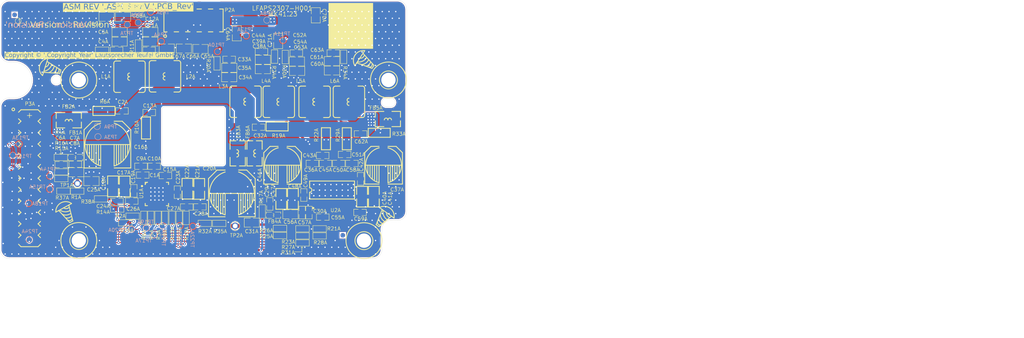
<source format=kicad_pcb>
(kicad_pcb (version 20240108) (generator "pcbnew") (generator_version "8.0")
  (layers (0 "F.Cu" signal "Component Side") (31 "B.Cu" signal "Solder Side") (34 "B.Paste" user "Bottom Paste") (35 "F.Paste" user "Top Paste") (36 "B.SilkS" user "Bottom Overlay") (37 "F.SilkS" user "Top Overlay") (38 "B.Mask" user "Bottom Solder") (39 "F.Mask" user "Top Solder") (44 "Edge.Cuts" user))
  (property "APPROVEDBY" "JianHua.Zhong")
  (property "CHECKEDBY" "Aileen.Zheng")
  (property "CONFIGURATIONPARAMETERS" "")
  (property "CONFIGURATORNAME" "")
  (property "DRAWNBY" "GuoHui.Lin")
  (property "ISSUE DATE" "20230822")
  (property "ISUSERCONFIGURABLE" "")
  (property "MODEL NO." "PS2302")
  (property "PAGESETUP" "Record=PageOptions¦CenterHorizontal=True¦CenterVertical=True¦PrintScale=0.70¦XCorrection=1.00¦YCorrection=1.00¦PrintKind=0¦BorderSize=5000000¦LeftOffset=0¦BottomOffset=0¦Orientation=2¦PaperLength=1000¦PaperWidth=1000¦Scale=100¦PaperSource=7¦PrintQuality=-4¦MediaType=1¦DitherType=10¦PaperKind=A4¦PrintScaleMode=1")
  (property "REV DATE" "20231025")
  (property "SHEETTOTAL" "1")
  (property "VERSIONCONTROL_PROJFOLDERREVNUMBER" "")
  (property "VERSIONCONTROL_REVNUMBER" "")
  (net 0 "")
  (net 1 "BatVCC")
  (net 2 "NetR28A_2")
  (net 3 "NetR27A_2")
  (net 4 "NetR26A_2")
  (net 5 "NetR25A_2")
  (net 6 "NetR23A_2")
  (net 7 "Amp_Ver")
  (net 8 "~{Amp_TwFlt}")
  (net 9 "~{Amp_SwFlt}")
  (net 10 "C_Open")
  (net 11 "NetR14A_2")
  (net 12 "NetR13A_1")
  (net 13 "NetR12A_2")
  (net 14 "NetR9A_2")
  (net 15 "NetR5A_2")
  (net 16 "NetR3A_2")
  (net 17 "NetR2A_1")
  (net 18 "NetC15A_1")
  (net 19 "NetC10A_2")
  (net 20 "NetC9A_1")
  (net 21 "NetC1A_2")
  (net 22 "NetC46A_1")
  (net 23 "NetC37A_1")
  (net 24 "NetC16A_1")
  (net 25 "TW_L_P")
  (net 26 "TW_L_N")
  (net 27 "TW_R_P")
  (net 28 "TW_R_N")
  (net 29 "SW_P")
  (net 30 "SW_N")
  (net 31 "SDA")
  (net 32 "SCL")
  (net 33 "NetR32A_1")
  (net 34 "NetR31A_1")
  (net 35 "NetR21A_1")
  (net 36 "NetR8A_2")
  (net 37 "NetR1A_1")
  (net 38 "NetC63A_1")
  (net 39 "NetC62A_2")
  (net 40 "NetC58A_2")
  (net 41 "NetC58A_1")
  (net 42 "NetC59A_2")
  (net 43 "NetC55A_2")
  (net 44 "NetC52A_2")
  (net 45 "NetC51A_1")
  (net 46 "NetC50A_2")
  (net 47 "NetC50A_1")
  (net 48 "NetC45A_1")
  (net 49 "NetC44A_1")
  (net 50 "NetC43A_2")
  (net 51 "NetC43A_1")
  (net 52 "NetC36A_2")
  (net 53 "NetC33A_2")
  (net 54 "NetC32A_2")
  (net 55 "NetC32A_1")
  (net 56 "NetC29A_1")
  (net 57 "NetC6A_1")
  (net 58 "NetC28A_2")
  (net 59 "NetC14A_1")
  (net 60 "NetC13A_2")
  (net 61 "NetC27A_2")
  (net 62 "NetC24A_2")
  (net 63 "NetC10A_1")
  (net 64 "NetC3A_2")
  (net 65 "NetC2A_1")
  (net 66 "NetC1A_1")
  (net 67 "I2S_LRCK")
  (net 68 "I2S_DATA")
  (net 69 "I2S_BCLK")
  (net 70 "GND")
  (net 71 "Env_Track")
  (net 72 "~{Amp_PDN}")
  (net 73 "24V")
  (net 74 "NetC20A_1")
  (net 75 "3V3_TW")
  (net 76 "3V3_SW")
  (net 77 "3V3_STB")
  (footprint "Vault:C0603X105" (layer "F.Cu") (at 144.8011 122.28559 180)
    (property "Reference" "C27A")
    (property "Value" "1uF" (hide yes))
  )
  (footprint "Vault:R0603" (layer "F.Cu") (at 144.65111 124.7106 90)
    (property "Reference" "R18A")
    (property "Value" "10k" (hide yes))
  )
  (footprint "Vault:TP_T_60_40" (layer "F.Cu") (at 155.5761 126.51059)
    (property "Reference" "TP2A")
    (property "Value" "TP_T_60_40" (hide yes))
  )
  (footprint "Vault:R1206" (layer "F.Cu") (at 180.4511 107.08559 90)
    (property "Reference" "R29A")
    (property "Value" "10R" (hide yes))
  )
  (footprint "Vault:ECAP_SMD_1000X1000" (layer "F.Cu") (at 127.1271 108.38559 -90)
    (property "Reference" "C16A")
    (property "Value" "470uF" (hide yes))
  )
  (footprint "Vault:C0805_125" (layer "F.Cu") (at 161.7511 89.48559)
    (property "Reference" "C39A")
    (property "Value" "1nF" (hide yes))
  )
  (footprint "Vault:C0603X80" (layer "F.Cu") (at 179.9761 110.58559 180)
    (property "Reference" "C51A")
    (property "Value" "330pF" (hide yes))
  )
  (footprint "Vault:R0603" (layer "F.Cu") (at 165.5761 127.06059)
    (property "Reference" "R26A")
    (property "Value" "0R" (hide yes))
  )
  (footprint "Vault:R0603" (layer "F.Cu") (at 139.9511 124.7106 90)
    (property "Reference" "R9A")
    (property "Value" "0R" (hide yes))
  )
  (footprint "Vault:C0603X100" (layer "F.Cu") (at 140.0511 115.28559 180)
    (property "Reference" "C15A")
    (property "Value" "470nF" (hide yes))
  )
  (footprint "Vault:C0603X105" (layer "F.Cu") (at 183.5151 116.00559 -90)
    (property "Reference" "C42A")
    (property "Value" "100nF" (hide yes))
  )
  (footprint "Vault:R0603" (layer "F.Cu") (at 141.5511 124.7106 90)
    (property "Reference" "R12A")
    (property "Value" "0R" (hide yes))
  )
  (footprint "Vault:C0805_125" (layer "F.Cu") (at 177.1511 89.78559)
    (property "Reference" "C61A")
    (property "Value" "1nF" (hide yes))
  )
  (footprint "Vault:R0603" (layer "F.Cu") (at 170.5761 128.7106)
    (property "Reference" "R27A")
    (property "Value" "0R" (hide yes))
  )
  (footprint "Vault:C0805_125" (layer "F.Cu") (at 177.1511 91.88559)
    (property "Reference" "C60A")
    (property "Value" "330nF" (hide yes))
  )
  (footprint "Vault:C0805_125" (layer "F.Cu") (at 161.7511 91.58559)
    (property "Reference" "C38A")
    (property "Value" "330nF" (hide yes))
  )
  (footprint "Vault:C0603X105" (layer "F.Cu") (at 175.1011 124.53559 180)
    (property "Reference" "C55A")
    (property "Value" "1uF" (hide yes))
  )
  (footprint "Vault:C0603X105" (layer "F.Cu") (at 132.5511 120.96059 180)
    (property "Reference" "C26A")
    (property "Value" "100nF" (hide yes))
  )
  (footprint "Vault:R0603" (layer "F.Cu") (at 125.7261 120.4856 180)
    (property "Reference" "R38A")
    (property "Value" "10k" (hide yes))
  )
  (footprint "Vault:C0603X80" (layer "F.Cu") (at 183.52115 106.0106)
    (property "Reference" "C62A")
    (property "Value" "330pF" (hide yes))
  )
  (footprint "Vault:C0603X80" (layer "F.Cu") (at 130.3761 100.88559)
    (property "Reference" "C2A")
    (property "Value" "330pF" (hide yes))
  )
  (footprint "Vault:R1206" (layer "F.Cu") (at 175.8011 107.08559 -90)
    (property "Reference" "R22A")
    (property "Value" "10R" (hide yes))
  )
  (footprint "Vault:C0603X100" (layer "F.Cu") (at 136.4011 87.36059)
    (property "Reference" "C14A")
    (property "Value" "10nF" (hide yes))
  )
  (footprint "Vault:C0805_125" (layer "F.Cu") (at 173.5511 79.58559 90)
    (property "Reference" "C70A")
    (property "Value" "1nF" (hide yes))
  )
  (footprint "Vault:C0603X100" (layer "F.Cu") (at 181.57115 112.58559)
    (property "Reference" "C58A")
    (property "Value" "220nF" (hide yes))
  )
  (footprint "Vault:C0805_125" (layer "F.Cu") (at 154.2511 93.38559 180)
    (property "Reference" "C34A")
    (property "Value" "330nF" (hide yes))
  )
  (footprint "Vault:R0603" (layer "F.Cu") (at 179.75151 88.83559 -90)
    (property "Reference" "R34A")
    (property "Value" "3.3R" (hide yes))
  )
  (footprint "Vault:R0603" (layer "F.Cu") (at 170.5761 127.13559)
    (property "Reference" "R23A")
    (property "Value" "0R" (hide yes))
  )
  (footprint "Vault:MARK" (layer "F.Cu") (at 179.5511 128.58559 90)
    (property "Reference" "MK_T1A" (hide yes))
    (property "Value" "MARK" (hide yes))
  )
  (footprint "Vault:C0603X100" (layer "F.Cu") (at 178.65606 112.58559 180)
    (property "Reference" "C50A")
    (property "Value" "220nF" (hide yes))
  )
  (footprint "Vault:C0603X100" (layer "F.Cu") (at 137.5511 113.20966 180)
    (property "Reference" "C10A")
    (property "Value" "470nF" (hide yes))
  )
  (footprint "Vault:C0805_125" (layer "F.Cu") (at 154.2761 91.2856 180)
    (property "Reference" "C35A")
    (property "Value" "1nF" (hide yes))
  )
  (footprint "Vault:ECAP_SMD_800X1000" (layer "F.Cu") (at 166.1511 112.98559 -90)
    (property "Reference" "C46A")
    (property "Value" "220uF" (hide yes))
  )
  (footprint "Vault:C0805_125" (layer "F.Cu") (at 140.3511 86.98559)
    (property "Reference" "C67A")
    (property "Value" "1nF" (hide yes))
  )
  (footprint "Vault:R0603" (layer "F.Cu") (at 134.0511 86.56059 90)
    (property "Reference" "R11A")
    (property "Value" "3.3R" (hide yes))
  )
  (footprint "Vault:C0805_125" (layer "F.Cu") (at 169.3761 91.98559 180)
    (property "Reference" "C53A")
    (property "Value" "330nF" (hide yes))
  )
  (footprint "Vault:IND_SMD_YT_SQU_L78XW70XH50" (layer "F.Cu") (at 139.9511 93.18559 90)
    (property "Reference" "L2A")
    (property "Value" "4.7uH" (hide yes))
  )
  (footprint "Vault:IND_SMD_YT_SQU_L78XW70XH30" (layer "F.Cu") (at 180.9261 98.86059 90)
    (property "Reference" "L6A")
    (property "Value" "10uH" (hide yes))
  )
  (footprint "Vault:C0805_125" (layer "F.Cu") (at 144.1511 86.98559 180)
    (property "Reference" "C66A")
    (property "Value" "1nF" (hide yes))
  )
  (footprint "Vault:C0805_125" (layer "F.Cu") (at 169.3261 89.88559 180)
    (property "Reference" "C54A")
    (property "Value" "1nF" (hide yes))
  )
  (footprint "Vault:IND_SMD_YT_SQU_L78XW70XH50" (layer "F.Cu") (at 132.0511 93.2606 90)
    (property "Reference" "L1A")
    (property "Value" "4.7uH" (hide yes))
  )
  (footprint "Vault:C1206" (layer "F.Cu") (at 165.8511 120.4856 -90)
    (property "Reference" "C47A")
    (property "Value" "10uF" (hide yes))
  )
  (footprint "Vault:R0603" (layer "F.Cu") (at 117.3261 118.75279)
    (property "Reference" "R37A")
    (property "Value" "10k" (hide yes))
  )
  (footprint "Vault:L1612" (layer "F.Cu") (at 159.9011 110.3356 90)
    (property "Reference" "FB6A")
    (property "Value" "56R" (hide yes))
  )
  (footprint "Vault:C0603X105" (layer "F.Cu") (at 119.9761 112.76059 180)
    (property "Reference" "C7A")
    (property "Value" "100nF" (hide yes))
  )
  (footprint "Vault:R0603" (layer "F.Cu") (at 151.5511 90.28559 -90)
    (property "Reference" "R20A")
    (property "Value" "3.3R" (hide yes))
  )
  (footprint "Vault:C0603X105" (layer "F.Cu") (at 172.0261 123.53559 90)
    (property "Reference" "C30A")
    (property "Value" "100nF" (hide yes))
  )
  (footprint "Vault:C1206" (layer "F.Cu") (at 147.5761 118.26059 -90)
    (property "Reference" "C21A")
    (property "Value" "10uF" (hide yes))
  )
  (footprint "Vault:SCREW_D32" (layer "F.Cu") (at 184.27018 129.78666 18)
    (property "Reference" "MH3A" (hide yes))
    (property "Value" "SCREW_HOLE_D32" (hide yes))
  )
  (footprint "passive.PcbLib:Teufel_NoLogo" (layer "F.Cu") (at 109.2511 82.58559)
    (property "Reference" "Teufel_PCB_Logo1A" (hide yes))
    (property "Value" "T.3.0.0040-2.1" (hide yes))
  )
  (footprint "Vault:C0603X100" (layer "F.Cu") (at 175.7261 112.58559 180)
    (property "Reference" "C45A")
    (property "Value" "220nF" (hide yes))
  )
  (footprint "Vault:Pin_Header_SMD_2X12_254" (layer "F.Cu") (at 109.7761 115.87859 -90)
    (property "Reference" "P3A")
    (property "Value" "2 x 12P 2.54mm" (hide yes))
  )
  (footprint "Vault:ECAP_SMD_1000X1000" (layer "F.Cu") (at 154.8511 119.26059 -90)
    (property "Reference" "C20A")
    (property "Value" "470uF" (hide yes))
  )
  (footprint "Vault:C0603X100" (layer "F.Cu") (at 172.7761 112.58559)
    (property "Reference" "C36A")
    (property "Value" "220nF" (hide yes))
  )
  (footprint "Vault:C0603X80" (layer "F.Cu") (at 175.07115 110.81059)
    (property "Reference" "C43A")
    (property "Value" "330pF" (hide yes))
  )
  (footprint "Vault:C0603X105" (layer "F.Cu") (at 116.8511 112.85359 180)
    (property "Reference" "C6A")
    (property "Value" "100nF" (hide yes))
  )
  (footprint "Vault:R0603" (layer "F.Cu") (at 129.3011 122.73559)
    (property "Reference" "R14A")
    (property "Value" "0R" (hide yes))
  )
  (footprint "Vault:R0603" (layer "F.Cu") (at 138.40111 124.7106 90)
    (property "Reference" "R3A")
    (property "Value" "0R" (hide yes))
  )
  (footprint "Vault:R0603" (layer "F.Cu") (at 174.4011 128.7106)
    (property "Reference" "R28A")
    (property "Value" "0R" (hide yes))
  )
  (footprint "Vault:C0603X80" (layer "F.Cu") (at 160.80605 104.51059 180)
    (property "Reference" "C32A")
    (property "Value" "330pF" (hide yes))
  )
  (footprint "Vault:C1206" (layer "F.Cu") (at 186.4761 119.98559 -90)
    (property "Reference" "C41A")
    (property "Value" "10uF" (hide yes))
  )
  (footprint "Vault:SCREW_D32" (layer "F.Cu") (at 120.7511 94.00359 126)
    (property "Reference" "MH1A" (hide yes))
    (property "Value" "SCREW_HOLE_D32" (hide yes))
  )
  (footprint "Vault:R0603" (layer "F.Cu") (at 161.6261 123.28559 -90)
    (property "Reference" "R17A")
    (property "Value" "2.2R" (hide yes))
  )
  (footprint "Vault:R0603" (layer "F.Cu") (at 131.1011 125.81059)
    (property "Reference" "R39A")
    (property "Value" "NC" (hide yes))
  )
  (footprint "Vault:L1612" (layer "F.Cu") (at 118.5261 102.96059)
    (property "Reference" "FB2A")
    (property "Value" "56R" (hide yes))
  )
  (footprint "Vault:SCREW_D32" (layer "F.Cu") (at 189.72504 93.99152 110)
    (property "Reference" "MH2A" (hide yes))
    (property "Value" "SCREW_HOLE_D32" (hide yes))
  )
  (footprint "Vault:C0805_145" (layer "F.Cu") (at 123.5711 116.51359)
    (property "Reference" "C25A")
    (property "Value" "4.7uF" (hide yes))
  )
  (footprint "Vault:C0603X100" (layer "F.Cu") (at 154.2511 89.38559 180)
    (property "Reference" "C33A")
    (property "Value" "10nF" (hide yes))
  )
  (footprint "Vault:R0603" (layer "F.Cu") (at 136.8007 124.7106 90)
    (property "Reference" "R5A")
    (property "Value" "0R" (hide yes))
  )
  (footprint "Vault:R0603" (layer "F.Cu") (at 143.1261 124.7106 -90)
    (property "Reference" "R13A")
    (property "Value" "10R" (hide yes))
  )
  (footprint "Vault:C0805_125" (layer "F.Cu") (at 147.8511 87.08559 180)
    (property "Reference" "C65A")
    (property "Value" "1nF" (hide yes))
  )
  (footprint "Vault:R0603" (layer "F.Cu") (at 152.0261 125.93559 180)
    (property "Reference" "R35A")
    (property "Value" "4.7k" (hide yes))
  )
  (footprint "Vault:C1206" (layer "F.Cu") (at 168.4511 120.4856 -90)
    (property "Reference" "C48A")
    (property "Value" "10uF" (hide yes))
  )
  (footprint "Vault:R0603" (layer "F.Cu") (at 116.8511 114.45359)
    (property "Reference" "R16A")
    (property "Value" "10k" (hide yes))
  )
  (footprint "Vault:R1206" (layer "F.Cu") (at 164.9261 104.33559)
    (property "Reference" "R19A")
    (property "Value" "10R" (hide yes))
  )
  (footprint "Vault:R0603" (layer "F.Cu") (at 148.8261 125.93559 180)
    (property "Reference" "R32A")
    (property "Value" "10R" (hide yes))
  )
  (footprint "Vault:C1206" (layer "F.Cu") (at 128.3761 117.68559 -90)
    (property "Reference" "C18A")
    (property "Value" "10uF" (hide yes))
  )
  (footprint "Vault:C0805_145" (layer "F.Cu") (at 120.1761 114.55359 180)
    (property "Reference" "C8A")
    (property "Value" "22uF" (hide yes))
  )
  (footprint "Vault:L0603" (layer "F.Cu") (at 164.1261 124.11059)
    (property "Reference" "FB4A")
    (property "Value" "600R" (hide yes))
  )
  (footprint "Vault:C0603X105" (layer "F.Cu") (at 170.5011 123.53559 90)
    (property "Reference" "C57A")
    (property "Value" "100nF" (hide yes))
  )
  (footprint "Vault:R0603" (layer "F.Cu") (at 135.2511 124.7106 90)
    (property "Reference" "R8A")
    (property "Value" "0R" (hide yes))
  )
  (footprint "Vault:SCREW_D32" (layer "F.Cu") (at 120.7511 129.75359 82)
    (property "Reference" "MH4A" (hide yes))
    (property "Value" "SCREW_HOLE_D32" (hide yes))
  )
  (footprint "Vault:C0805_125" (layer "F.Cu") (at 129.8511 85.43559 180)
    (property "Reference" "C4A")
    (property "Value" "680nF" (hide yes))
  )
  (footprint "Vault:C0603X100" (layer "F.Cu") (at 161.4511 87.68559 180)
    (property "Reference" "C44A")
    (property "Value" "10nF" (hide yes))
  )
  (footprint "Vault:C0603X105" (layer "F.Cu") (at 183.4011 123.48559 180)
    (property "Reference" "C59A")
    (property "Value" "1uF" (hide yes))
  )
  (footprint "Vault:C0603X105" (layer "F.Cu") (at 142.7011 118.98559 -90)
    (property "Reference" "C23A")
    (property "Value" "100nF" (hide yes))
  )
  (footprint "Vault:R1206" (layer "F.Cu") (at 126.3511 100.88559 180)
    (property "Reference" "R6A")
    (property "Value" "10R" (hide yes))
  )
  (footprint "Vault:C0805_125" (layer "F.Cu") (at 126.9511 79.91059 180)
    (property "Reference" "C69A")
    (property "Value" "1nF" (hide yes))
  )
  (footprint "Vault:Teufel_PCB_Rev" (layer "F.Cu") (at 164.0761 80.27859)
    (property "Reference" "Teufel_PCB_Label1A" (hide yes))
    (property "Value" "=Comment/Name" (hide yes))
  )
  (footprint "Vault:C0805_145" (layer "F.Cu") (at 167.9011 123.91059 180)
    (property "Reference" "C56A")
    (property "Value" "4.7uF" (hide yes))
  )
  (footprint "Vault:R0603" (layer "F.Cu") (at 165.5761 128.63559)
    (property "Reference" "R25A")
    (property "Value" "0R" (hide yes))
  )
  (footprint "Vault:C0805_125" (layer "F.Cu") (at 130.6011 79.93559 180)
    (property "Reference" "C68A")
    (property "Value" "1nF" (hide yes))
  )
  (footprint "Vault:C0603X100" (layer "F.Cu") (at 135.0011 115.18559 180)
    (property "Reference" "C1A")
    (property "Value" "470nF" (hide yes))
  )
  (footprint "Vault:QFN32_500X500X100_50_P350X350" (layer "F.Cu") (at 138.1511 119.3856)
    (property "Reference" "U1A")
    (property "Value" "TAS5825PRHBR" (hide yes))
  )
  (footprint "Vault:R0603" (layer "F.Cu") (at 125.9511 87.36059 180)
    (property "Reference" "R7A")
    (property "Value" "3.3R" (hide yes))
  )
  (footprint "Vault:MARK" (layer "F.Cu") (at 106.4511 79.48559 90)
    (property "Reference" "MK_T2A" (hide yes))
    (property "Value" "MARK" (hide yes))
  )
  (footprint "Vault:female_2X5_254" (layer "F.Cu") (at 146.3111 80.72559)
    (property "Reference" "P2A")
    (property "Value" "2 x 5P 2.54mm" (hide yes))
  )
  (footprint "Vault:C1206" (layer "F.Cu") (at 183.8511 119.98559 -90)
    (property "Reference" "C40A")
    (property "Value" "10uF" (hide yes))
  )
  (footprint "Vault:R0603" (layer "F.Cu") (at 166.7511 88.88559 -90)
    (property "Reference" "R30A")
    (property "Value" "3.3R" (hide yes))
  )
  (footprint "Vault:C1206" (layer "F.Cu") (at 144.9511 118.21059 -90)
    (property "Reference" "C22A")
    (property "Value" "10uF" (hide yes))
  )
  (footprint "Vault:C0805_125" (layer "F.Cu") (at 136.6761 85.43559 180)
    (property "Reference" "C11A")
    (property "Value" "680nF" (hide yes))
  )
  (footprint "Vault:C0603X80" (layer "F.Cu") (at 136.4511 101.23559 180)
    (property "Reference" "C13A")
    (property "Value" "330pF" (hide yes))
  )
  (footprint "Vault:R1206" (layer "F.Cu") (at 187.6761 105.76059 180)
    (property "Reference" "R33A")
    (property "Value" "10R" (hide yes))
  )
  (footprint "Vault:IND_SMD_YT_SQU_L78XW70XH30" (layer "F.Cu") (at 165.3011 98.86059 90)
    (property "Reference" "L4A")
    (property "Value" "10uH" (hide yes))
  )
  (footprint "Vault:C0603X100" (layer "F.Cu") (at 177.4511 87.98559 180)
    (property "Reference" "C63A")
    (property "Value" "10nF" (hide yes))
  )
  (footprint "Vault:R0603" (layer "F.Cu") (at 164.3511 88.7856 -90)
    (property "Reference" "R24A")
    (property "Value" "3.3R" (hide yes))
  )
  (footprint "Vault:C0603X105" (layer "F.Cu") (at 147.7261 122.26059 180)
    (property "Reference" "C28A")
    (property "Value" "1uF" (hide yes))
  )
  (footprint "Vault:C0603X100" (layer "F.Cu") (at 169.20606 87.98559 180)
    (property "Reference" "C52A")
    (property "Value" "10nF" (hide yes))
  )
  (footprint "Vault:L1612" (layer "F.Cu") (at 189.6011 102.6856)
    (property "Reference" "FB5A")
    (property "Value" "56R" (hide yes))
  )
  (footprint "Vault:R0603" (layer "F.Cu") (at 132.7511 124.3356 180)
    (property "Reference" "R2A")
    (property "Value" "10R" (hide yes))
  )
  (footprint "Vault:C1206" (layer "F.Cu") (at 130.9761 117.71059 -90)
    (property "Reference" "C17A")
    (property "Value" "10uF" (hide yes))
  )
  (footprint "Vault:C0603X105" (layer "F.Cu") (at 133.0261 118.68064 -90)
    (property "Reference" "C19A")
    (property "Value" "100nF" (hide yes))
  )
  (footprint "Vault:C0603X105" (layer "F.Cu") (at 163.3011 121.61059 90)
    (property "Reference" "C29A")
    (property "Value" "100nF" (hide yes))
  )
  (footprint "Vault:TEUFEL_COPYRIGHT" (layer "F.Cu") (at 136.7511 133.35359)
    (property "Reference" "Teufel_Copyright1A" (hide yes))
    (property "Value" "=Comment/Name" (hide yes))
  )
  (footprint "Vault:C0603X105" (layer "F.Cu") (at 129.2511 121.06059)
    (property "Reference" "C24A")
    (property "Value" "1uF" (hide yes))
  )
  (footprint "Vault:R0603" (layer "F.Cu") (at 116.7511 111.25359 180)
    (property "Reference" "R4A")
    (property "Value" "2.2R" (hide yes))
  )
  (footprint "Vault:R0603" (layer "F.Cu") (at 120.4011 118.75359 180)
    (property "Reference" "R1A")
    (property "Value" "10R" (hide yes))
  )
  (footprint "Vault:R0603" (layer "F.Cu") (at 170.5761 130.28559 180)
    (property "Reference" "R31A")
    (property "Value" "10R" (hide yes))
  )
  (footprint "Vault:ECAP_SMD_800X1000" (layer "F.Cu") (at 188.6351 112.98559 -90)
    (property "Reference" "C37A")
    (property "Value" "220uF" (hide yes))
  )
  (footprint "Vault:C0805_125" (layer "F.Cu") (at 155.9511 83.58559 90)
    (property "Reference" "C64A")
    (property "Value" "1nF" (hide yes))
  )
  (footprint "Vault:C0603X105" (layer "F.Cu") (at 170.8761 119.62364 -90)
    (property "Reference" "C49A")
    (property "Value" "100nF" (hide yes))
  )
  (footprint "Vault:R0603" (layer "F.Cu") (at 116.8511 115.9536 180)
    (property "Reference" "R15A")
    (property "Value" "100k" (hide yes))
  )
  (footprint "Vault:TP_T_60_40" (layer "F.Cu") (at 120.4511 117.05359)
    (property "Reference" "TP1A")
    (property "Value" "TP_T_60_40" (hide yes))
  )
  (footprint "Vault:L0603" (layer "F.Cu") (at 120.0011 111.26059)
    (property "Reference" "FB1A")
    (property "Value" "600R" (hide yes))
  )
  (footprint "Vault:C0805_145" (layer "F.Cu") (at 159.3011 125.76059 180)
    (property "Reference" "C31A")
    (property "Value" "22uF" (hide yes))
  )
  (footprint "Vault:C0603X100" (layer "F.Cu") (at 129.18106 87.36059 180)
    (property "Reference" "C3A")
    (property "Value" "10nF" (hide yes))
  )
  (footprint "Vault:Teufel_ASM_Rev" (layer "F.Cu") (at 164.1011 83.10359)
    (property "Reference" "Teufel_ASM_Label1A" (hide yes))
    (property "Value" "=Comment/Name" (hide yes))
  )
  (footprint "Vault:C0805_125" (layer "F.Cu") (at 129.8511 83.31059 180)
    (property "Reference" "C5A")
    (property "Value" "1nF" (hide yes))
  )
  (footprint "Vault:IND_SMD_YT_SQU_L78XW70XH30" (layer "F.Cu") (at 173.2761 98.86059 90)
    (property "Reference" "L5A")
    (property "Value" "10uH" (hide yes))
  )
  (footprint "Vault:IND_SMD_YT_SQU_L78XW70XH30" (layer "F.Cu") (at 157.9011 98.8356 90)
    (property "Reference" "L3A")
    (property "Value" "10uH" (hide yes))
  )
  (footprint "Vault:L1612" (layer "F.Cu") (at 156.1511 110.3356 -90)
    (property "Reference" "FB3A")
    (property "Value" "56R" (hide yes))
  )
  (footprint "Vault:R0603" (layer "F.Cu") (at 174.4011 127.13559 180)
    (property "Reference" "R21A")
    (property "Value" "10k" (hide yes))
  )
  (footprint "Vault:TSSOP28(PWP)" (layer "F.Cu") (at 177.17611 118.51059 90)
    (property "Reference" "U2A")
    (property "Value" "TAS5805MPWPR" (hide yes))
  )
  (footprint "Vault:C0805_125" (layer "F.Cu") (at 165.1511 85.31059 -90)
    (property "Reference" "C71A")
    (property "Value" "1nF" (hide yes))
  )
  (footprint "Vault:C0603X100" (layer "F.Cu") (at 134.60605 113.20966 180)
    (property "Reference" "C9A")
    (property "Value" "470nF" (hide yes))
  )
  (footprint "Vault:C0805_125" (layer "F.Cu") (at 136.6761 83.31059 180)
    (property "Reference" "C12A")
    (property "Value" "1nF" (hide yes))
  )
  (footprint "Vault:R1206" (layer "F.Cu") (at 135.7261 104.68559 90)
    (property "Reference" "R10A")
    (property "Value" "10R" (hide yes))
  )
  (footprint "Vault:TP120" (layer "B.Cu") (at 139.1261 85.38559 90)
    (property "Reference" "TP4A")
    (property "Value" "TP12" (hide yes))
  )
  (footprint "Vault:TP120" (layer "B.Cu") (at 114.3001 115.37059 90)
    (property "Reference" "TP14A")
    (property "Value" "TP12" (hide yes))
  )
  (footprint "Vault:TP120" (layer "B.Cu") (at 124.8511 104.33559 90)
    (property "Reference" "TP9A")
    (property "Value" "TP12" (hide yes))
  )
  (footprint "Vault:TP120" (layer "B.Cu") (at 162.6511 80.65359 90)
    (property "Reference" "TP8A")
    (property "Value" "TP12" (hide yes))
  )
  (footprint "Vault:TP120" (layer "B.Cu") (at 132.4761 127.25912 90)
    (property "Reference" "TP20A")
    (property "Value" "TP12" (hide yes))
  )
  (footprint "Vault:TP120" (layer "B.Cu") (at 109.7281 129.59459 90)
    (property "Reference" "TP24A")
    (property "Value" "TP12" (hide yes))
  )
  (footprint "Vault:TP120" (layer "B.Cu") (at 107.4611 108.25859 90)
    (property "Reference" "TP13A")
    (property "Value" "TP12" (hide yes))
  )
  (footprint "Vault:TP120" (layer "B.Cu") (at 158.0511 84.1536 90)
    (property "Reference" "TP12A")
    (property "Value" "TP12" (hide yes))
  )
  (footprint "Vault:TP120" (layer "B.Cu") (at 109.6011 121.46659 90)
    (property "Reference" "TP18A")
    (property "Value" "TP12" (hide yes))
  )
  (footprint "Vault:TP120" (layer "B.Cu") (at 143.2511 126.48559 90)
    (property "Reference" "TP23A")
    (property "Value" "TP12" (hide yes))
  )
  (footprint "Vault:TP120" (layer "B.Cu") (at 151.6511 87.65359 90)
    (property "Reference" "TP10A")
    (property "Value" "TP12" (hide yes))
  )
  (footprint "Vault:TP120" (layer "B.Cu") (at 137.56635 128.47584 90)
    (property "Reference" "TP17A")
    (property "Value" "TP12" (hide yes))
  )
  (footprint "Vault:TP120" (layer "B.Cu") (at 136.7511 78.85359 90)
    (property "Reference" "TP5A")
    (property "Value" "TP12" (hide yes))
  )
  (footprint "Vault:TP120" (layer "B.Cu") (at 139.3761 126.48559 90)
    (property "Reference" "TP21A")
    (property "Value" "TP12" (hide yes))
  )
  (footprint "Vault:TP120" (layer "B.Cu") (at 106.0511 110.75359 90)
    (property "Reference" "TP16A")
    (property "Value" "TP12" (hide yes))
  )
  (footprint "Vault:TP120" (layer "B.Cu") (at 131.5511 81.66059 90)
    (property "Reference" "TP7A")
    (property "Value" "TP12" (hide yes))
  )
  (footprint "Vault:TP120" (layer "B.Cu") (at 114.3001 118.29159 90)
    (property "Reference" "TP15A")
    (property "Value" "TP12" (hide yes))
  )
  (footprint "Vault:TP120" (layer "B.Cu") (at 166.2511 85.18559 90)
    (property "Reference" "TP11A")
    (property "Value" "TP12" (hide yes))
  )
  (footprint "Vault:TP120" (layer "B.Cu") (at 135.77631 126.9858 90)
    (property "Reference" "TP19A")
    (property "Value" "TP12" (hide yes))
  )
  (footprint "Vault:TP120" (layer "B.Cu") (at 133.9851 81.20759 90)
    (property "Reference" "TP6A")
    (property "Value" "TP12" (hide yes))
  )
  (footprint "Vault:TP120" (layer "B.Cu") (at 146.1511 126.58559 90)
    (property "Reference" "TP22A")
    (property "Value" "TP12" (hide yes))
  )
  (footprint "Vault:TP120" (layer "B.Cu") (at 125.02611 106.63559 90)
    (property "Reference" "TP3A")
    (property "Value" "TP12" (hide yes))
  )
  (gr_poly (pts (xy 179.35111 122.28065) (xy 179.26559 121.98744) (xy 179.63664 121.98744) (xy 179.55111 122.28065)) (fill solid) (layer "F.Cu") (net 2))
  (gr_poly (pts (xy 129.59805 101.38559) (xy 128.59805 101.68254) (xy 128.59805 100.08864) (xy 129.59805 100.38559)) (fill solid) (layer "F.Cu") (net 65))
  (gr_poly (pts (xy 132.13023 119.33559) (xy 131.57777 119.41248) (xy 131.57777 119.05871) (xy 132.13023 119.1356)) (fill solid) (layer "F.Cu") (net 70))
  (gr_poly (pts (xy 176.10111 122.28065) (xy 176.01558 121.98744) (xy 176.38663 121.98744) (xy 176.30111 122.28065)) (fill solid) (layer "F.Cu") (net 4))
  (gr_poly (pts (xy 171.39805 124.53064) (xy 170.89805 124.67759) (xy 170.89805 123.88369) (xy 171.39805 124.03064)) (fill solid) (layer "F.Cu") (net 75))
  (gr_poly (pts (xy 118.90415 118.65319) (xy 119.1072 118.55319) (xy 119.1072 118.95319) (xy 118.90415 118.85319)) (fill solid) (layer "F.Cu") (net 9))
  (gr_poly (pts (xy 115.1006 111.65014) (xy 115.4572 110.94304) (xy 116.16126 111.64709) (xy 115.45415 112.00369)) (fill solid) (layer "F.Cu") (net 77))
  (gr_poly (pts (xy 153.44806 126.68569) (xy 152.84114 126.32909) (xy 153.32001 125.60023) (xy 153.67661 126.20714)) (fill solid) (layer "F.Cu") (net 75))
  (gr_poly (pts (xy 142.04202 118.43255) (xy 142.25415 118.00828) (xy 142.47346 118.6375) (xy 142.0492 118.84963)) (fill solid) (layer "F.Cu") (net 74))
  (gr_poly (pts (xy 114.3511 115.29355) (xy 114.22633 115.07453) (xy 114.63299 114.96954) (xy 114.5511 115.23827)) (fill solid) (layer "F.Cu") (net 9))
  (gr_poly (pts (xy 136.69615 113.85661) (xy 136.59615 113.65356) (xy 136.99615 113.65356) (xy 136.89615 113.85661)) (fill solid) (layer "F.Cu") (net 19))
  (gr_poly (pts (xy 169.50415 124.03064) (xy 170.00415 123.88369) (xy 170.00415 124.67759) (xy 169.50415 124.53064)) (fill solid) (layer "F.Cu") (net 75))
  (gr_poly (pts (xy 134.4511 113.65966) (xy 134.70204 113.9106) (xy 135.6761 113.91059) (xy 137.5761 115.8106) (xy 137.5761 116.50578) (xy 137.47775 116.60413) (xy 136.80921 115.93559) (xy 135.2011 115.93559) (xy 135.0261 115.76059) (xy 135.0261 114.7606) (xy 134.7261 114.46059) (xy 133.8261 114.46059) (xy 133.5011 114.78559) (xy 133.5011 113.60276) (xy 133.558 113.65966)) (fill solid) (layer "F.Cu") (net 66))
  (gr_poly (pts (xy 180.52115 109.73254) (xy 180.32115 109.3295) (xy 181.12115 109.3295) (xy 180.92115 109.73254)) (fill solid) (layer "F.Cu") (net 45))
  (gr_poly (pts (xy 118.98997 107.86389) (xy 118.82673 107.57474) (xy 118.58227 107.61313) (xy 118.65581 107.75397)) (fill solid) (layer "F.Cu") (net 70))
  (gr_poly (pts (xy 173.00338 123.98687) (xy 172.47305 124.67759) (xy 172.0459 123.88369) (xy 172.75301 123.53014)) (fill solid) (layer "F.Cu") (net 75))
  (gr_poly (pts (xy 139.8011 122.41684) (xy 139.77222 122.20173) (xy 140.02998 122.20173) (xy 140.0011 122.41684)) (fill solid) (layer "F.Cu") (net 13))
  (gr_poly (pts (xy 173.2761 79.82859) (xy 176.8011 83.3536) (xy 176.8011 92.1356) (xy 181.2261 96.56059) (xy 181.2261 96.91059) (xy 177.7761 96.91059) (xy 174.2511 93.38559) (xy 174.2511 85.5786) (xy 170.35109 81.67859) (xy 163.4511 81.67859) (xy 163.1261 81.35359) (xy 163.1261 79.92859) (xy 163.2261 79.82859) (xy 163.8511 79.82859)) (fill solid) (layer "F.Cu") (net 25))
  (gr_poly (pts (xy 144.01715 117.48242) (xy 144.5511 116.76034) (xy 144.95135 117.1606) (xy 144.22928 117.69455)) (fill solid) (layer "F.Cu") (net 74))
  (gr_poly (pts (xy 141.4011 94.4606) (xy 138.4761 94.4606) (xy 136.8511 96.0856) (xy 136.8511 107.23559) (xy 136.6511 107.43559) (xy 136.6511 111.53559) (xy 137.7011 112.58559) (xy 137.7011 114.31059) (xy 138.8011 115.41059) (xy 138.8011 116.8106) (xy 138.8261 116.7856) (xy 139.0261 116.7856) (xy 139.0261 116.36059) (xy 139.9261 115.4606) (xy 139.9261 113.83559) (xy 139.0511 112.96059) (xy 139.0511 98.81059) (xy 139.4261 98.43559) (xy 141.2261 98.43559) (xy 142.1011 97.56059) (xy 142.1011 95.03559) (xy 141.9261 94.86059) (xy 141.5261 94.4606)) (fill solid) (layer "F.Cu") (net 63))
  (gr_poly (pts (xy 161.6261 109.51059) (xy 154.8261 109.51059) (xy 153.6511 108.33559) (xy 153.6511 105.51059) (xy 156.2511 105.51059) (xy 158.4761 107.73559) (xy 161.2011 107.73559) (xy 161.6261 108.16059) (xy 161.6261 109.41059)) (fill solid) (layer "F.Cu") (net 73))
  (gr_poly (pts (xy 180.00111 122.28065) (xy 179.91559 121.98744) (xy 180.28664 121.98744) (xy 180.20111 122.28065)) (fill solid) (layer "F.Cu") (net 34))
  (gr_poly (pts (xy 132.07305 119.33559) (xy 131.87 119.43559) (xy 131.87 119.0356) (xy 132.07305 119.1356)) (fill solid) (layer "F.Cu") (net 70))
  (gr_poly (pts (xy 145.87915 116.36059) (xy 146.67915 116.26364) (xy 146.67915 117.35754) (xy 145.87915 117.16059)) (fill solid) (layer "F.Cu") (net 74))
  (gr_poly (pts (xy 135.15151 126.23255) (xy 135.05151 126.0295) (xy 135.45151 126.0295) (xy 135.35151 126.23255)) (fill solid) (layer "F.Cu") (net 67))
  (gr_poly (pts (xy 174.1511 122.28065) (xy 174.06558 121.98744) (xy 174.43663 121.98744) (xy 174.3511 122.28065)) (fill solid) (layer "F.Cu") (net 33))
  (gr_poly (pts (xy 177.00111 114.68058) (xy 177.03663 115.03374) (xy 176.66558 115.03374) (xy 176.70111 114.68058)) (fill solid) (layer "F.Cu") (net 48))
  (gr_poly (pts (xy 167.37827 102.81059) (xy 166.77694 102.88836) (xy 167.04972 102.0606) (xy 167.55277 102.31059)) (fill solid) (layer "F.Cu") (net 51))
  (gr_poly (pts (xy 131.0761 95.58559) (xy 131.1011 95.56059) (xy 133.4511 95.56059) (xy 134.4511 96.5606) (xy 134.4511 113.65966) (xy 133.5511 114.55966) (xy 133.5511 116.36059) (xy 135.1761 117.9856) (xy 135.8761 117.98559) (xy 135.8761 118.26059) (xy 134.5481 118.26059) (xy 133.7261 117.43859) (xy 133.7261 117.43559) (xy 132.4261 116.13559) (xy 132.4261 105.55659) (xy 131.1011 104.23159) (xy 131.1011 95.5606) (xy 131.0761 95.53559)) (fill solid) (layer "F.Cu") (net 66))
  (gr_poly (pts (xy 135.88947 113.74039) (xy 135.74805 113.65661) (xy 135.745 113.1747) (xy 135.88947 113.45754)) (fill solid) (layer "F.Cu") (net 20))
  (gr_poly (pts (xy 137.2761 82.26059) (xy 143.3981 82.26059) (xy 143.9111 82.77359) (xy 143.9111 84.8256) (xy 143.1511 85.5856) (xy 140.4261 85.58559) (xy 139.7761 86.23559) (xy 139.7761 88.3856) (xy 140.9011 89.51059) (xy 140.9011 90.88559) (xy 138.1761 90.88559) (xy 138.1761 90.76609) (xy 136.78861 89.37859) (xy 136.78861 82.74809)) (fill solid) (layer "F.Cu") (net 30))
  (gr_poly (pts (xy 141.15184 121.37792) (xy 140.91453 121.27964) (xy 141.00705 121.02965) (xy 141.26306 121.2063)) (fill solid) (layer "F.Cu") (net 12))
  (gr_poly (pts (xy 134.10605 112.65564) (xy 134.11312 112.76271) (xy 133.89899 112.76271) (xy 133.90605 112.65564)) (fill solid) (layer "F.Cu") (net 66))
  (gr_poly (pts (xy 109.8281 129.51275) (xy 109.9381 129.76135) (xy 109.5181 129.76135) (xy 109.6281 129.51275)) (fill solid) (layer "F.Cu") (net 32))
  (gr_poly (pts (xy 136.80111 122.39809) (xy 136.79516 122.24154) (xy 137.00705 122.24154) (xy 137.00111 122.39809)) (fill solid) (layer "F.Cu") (net 17))
  (gr_poly (pts (xy 175.4011 110.13255) (xy 175.00415 109.33254) (xy 176.59805 109.33254) (xy 176.2011 110.13255)) (fill solid) (layer "F.Cu") (net 50))
  (gr_poly (pts (xy 136.63286 81.91059) (xy 136.41391 81.99348) (xy 136.41391 81.62771) (xy 136.63286 81.7106)) (fill solid) (layer "F.Cu") (net 1))
  (gr_poly (pts (xy 129.47305 119.33559) (xy 129.27 119.43559) (xy 129.27 119.0356) (xy 129.47305 119.1356)) (fill solid) (layer "F.Cu") (net 70))
  (gr_poly (pts (xy 185.02915 105.8106) (xy 185.4322 105.6106) (xy 185.4322 106.4106) (xy 185.02915 106.2106)) (fill solid) (layer "F.Cu") (net 39))
  (gr_poly (pts (xy 154.39908 126.2606) (xy 155.03193 125.97719) (xy 155.03193 127.04399) (xy 154.39908 126.76059)) (fill solid) (layer "F.Cu") (net 75))
  (gr_poly (pts (xy 180.4511 100.73559) (xy 182.9011 100.73559) (xy 183.5261 101.36059) (xy 183.5261 113.26059) (xy 182.4261 114.36059) (xy 180.2511 114.36059) (xy 181.7011 112.91059) (xy 181.7011 104.0981) (xy 180.4511 102.8481) (xy 180.4511 100.76059)) (fill solid) (layer "F.Cu") (net 40))
  (gr_poly (pts (xy 117.34863 112.15014) (xy 117.15415 111.65014) (xy 118.04805 111.65014) (xy 117.84863 112.15014)) (fill solid) (layer "F.Cu") (net 57))
  (gr_poly (pts (xy 135.09119 120.5356) (xy 135.34377 120.49717) (xy 135.34377 120.77402) (xy 135.09119 120.73559)) (fill solid) (layer "F.Cu") (net 62))
  (gr_poly (pts (xy 146.64805 117.16059) (xy 145.84805 117.30754) (xy 145.84805 116.21364) (xy 146.64805 116.36059)) (fill solid) (layer "F.Cu") (net 74))
  (gr_poly (pts (xy 132.54681 119.16488) (xy 132.57915 119.13255) (xy 132.57915 119.54474) (xy 132.43773 119.33864)) (fill solid) (layer "F.Cu") (net 70))
  (gr_poly (pts (xy 142.4831 113.48559) (xy 142.7261 113.7286) (xy 142.7261 116.96059) (xy 141.4011 118.28559) (xy 140.77609 118.28559) (xy 140.6261 118.1356) (xy 140.7761 117.9856) (xy 141.1761 117.9856) (xy 141.4011 117.76059) (xy 141.4011 114.7106) (xy 141.1761 114.48559) (xy 140.08861 114.48559) (xy 139.94485 114.62935) (xy 139.1011 113.78559) (xy 139.1011 113.48559)) (fill solid) (layer "F.Cu") (net 63))
  (gr_poly (pts (xy 118.35431 111.00319) (xy 118.85431 110.85624) (xy 118.85431 111.65014) (xy 118.35431 111.50319)) (fill solid) (layer "F.Cu") (net 57))
  (gr_poly (pts (xy 174.00505 113.34038) (xy 173.43937 113.05449) (xy 173.92496 112.41481) (xy 174.21085 112.9805)) (fill solid) (layer "F.Cu") (net 52))
  (gr_poly (pts (xy 176.0011 100.76059) (xy 179.1761 103.93559) (xy 179.1761 109.68559) (xy 179.7029 110.2124) (xy 179.70292 113.60878) (xy 178.3011 115.0106) (xy 178.0011 115.01059) (xy 178.0011 113.9356) (xy 178.5261 113.4106) (xy 178.5261 111.81058) (xy 177.0261 110.31058) (xy 177.0261 104.71059) (xy 175.69614 103.38064) (xy 172.22115 103.38064) (xy 171.5511 102.7106) (xy 171.5511 101.56059) (xy 172.3511 100.76059)) (fill solid) (layer "F.Cu") (net 47))
  (gr_poly (pts (xy 131.54615 120.20754) (xy 131.29615 119.7045) (xy 131.87305 119.70754) (xy 132.04615 120.20754)) (fill solid) (layer "F.Cu") (net 70))
  (gr_poly (pts (xy 136.19615 101.43864) (xy 136.52305 102.43864) (xy 134.92915 102.43864) (xy 135.19615 101.43864)) (fill solid) (layer "F.Cu") (net 60))
  (gr_poly (pts (xy 163.0511 123.25259) (xy 162.85415 122.75259) (xy 163.74805 122.75259) (xy 163.5511 123.25259)) (fill solid) (layer "F.Cu") (net 56))
  (gr_poly (pts (xy 143.9911 77.87859) (xy 133.2511 77.87859) (xy 130.0761 81.05359) (xy 130.0761 91.08559) (xy 130.8261 91.83559) (xy 132.5261 91.83559) (xy 133.2511 91.1106) (xy 133.2511 83.17859) (xy 135.8441 80.58559) (xy 143.1991 80.58559) (xy 144.2511 79.5336) (xy 144.2511 78.13859)) (fill solid) (layer "F.Cu") (net 29))
  (gr_poly (pts (xy 178.05111 122.28065) (xy 177.96559 121.98744) (xy 178.33663 121.98744) (xy 178.25111 122.28065)) (fill solid) (layer "F.Cu") (net 35))
  (gr_poly (pts (xy 141.21102 120.2356) (xy 140.95844 120.27402) (xy 140.95844 119.99717) (xy 141.21102 120.0356)) (fill solid) (layer "F.Cu") (net 58))
  (gr_poly (pts (xy 158.9511 95.18559) (xy 157.3511 93.58559) (xy 157.3511 87.58559) (xy 156.1511 86.38559) (xy 151.1511 86.38559) (xy 150.5511 85.78559) (xy 150.5511 84.38559) (xy 149.5511 83.38559) (xy 148.4511 83.38559) (xy 147.9511 83.88559) (xy 147.9511 87.68559) (xy 148.9511 88.68559) (xy 154.5511 88.68559) (xy 154.8511 88.98559) (xy 154.8511 95.88559) (xy 155.8511 96.88559) (xy 158.5511 96.88559) (xy 158.9511 96.48559)) (fill solid) (layer "F.Cu") (net 27))
  (gr_poly (pts (xy 175.4511 122.28065) (xy 175.36558 121.98744) (xy 175.73663 121.98744) (xy 175.6511 122.28065)) (fill solid) (layer "F.Cu") (net 70))
  (gr_poly (pts (xy 133.7011 123.73824) (xy 133.8011 123.93824) (xy 133.4011 123.93824) (xy 133.5011 123.73824)) (fill solid) (layer "F.Cu") (net 17))
  (gr_poly (pts (xy 173.3511 115.58559) (xy 170.8511 115.58559) (xy 170.3511 116.08559) (xy 170.3511 117.8856) (xy 170.2511 117.9856) (xy 170.1511 117.9856) (xy 170.1511 113.4856) (xy 168.3511 111.68559) (xy 168.3511 109.28559) (xy 166.9511 107.88559) (xy 162.4511 107.88559) (xy 162.0511 108.28559) (xy 162.0511 109.68559) (xy 161.8511 109.88559) (xy 158.8511 109.88559) (xy 158.3511 110.3856) (xy 158.3511 113.58559) (xy 158.5511 113.78559) (xy 158.5511 113.88559) (xy 162.9511 113.88559) (xy 163.3511 113.48559) (xy 166.8511 113.48559) (xy 167.3511 113.9856) (xy 167.3511 118.28559) (xy 164.8511 118.28559) (xy 164.8511 119.2856) (xy 164.8511 119.68559) (xy 171.6511 119.68559) (xy 171.9511 119.38559) (xy 171.9511 116.88559) (xy 172.5511 116.28559) (xy 173.5511 116.28559) (xy 173.6511 116.18559) (xy 173.6511 115.58559)) (fill solid) (layer "F.Cu") (net 22))
  (gr_poly (pts (xy 114.27799 117.24859) (xy 114.07494 117.34859) (xy 114.07494 116.94859) (xy 114.27799 117.04859)) (fill solid) (layer "F.Cu") (net 71))
  (gr_poly (pts (xy 114.57799 112.31859) (xy 114.00275 112.50524) (xy 114.00275 111.63195) (xy 114.57799 111.81859)) (fill solid) (layer "F.Cu") (net 77))
  (gr_poly (pts (xy 178.70111 122.28065) (xy 178.61559 121.98744) (xy 178.98663 121.98744) (xy 178.90111 122.28065)) (fill solid) (layer "F.Cu") (net 3))
  (gr_poly (pts (xy 172.0511 111.76364) (xy 172.2511 112.16669) (xy 171.6341 112.16364) (xy 171.6511 111.76364)) (fill solid) (layer "F.Cu") (net 54))
  (gr_poly (pts (xy 143.44805 118.28559) (xy 143.145 118.43559) (xy 143.14805 117.84359) (xy 143.44805 117.9856)) (fill solid) (layer "F.Cu") (net 74))
  (gr_poly (pts (xy 108.78941 122.21371) (xy 108.64178 122.49918) (xy 108.63791 121.93855) (xy 108.78941 121.93087)) (fill solid) (layer "F.Cu") (net 7))
  (gr_poly (pts (xy 107.0511 101.36059) (xy 116.8261 101.36059) (xy 117.606 102.14049) (xy 117.606 105.58032) (xy 117.17572 106.01059) (xy 114.1761 106.01059) (xy 113.0591 104.89359) (xy 107.1091 104.89359) (xy 106.8261 104.6106) (xy 106.8261 101.58562)) (fill solid) (layer "F.Cu") (net 73))
  (gr_poly (pts (xy 177.40111 122.28065) (xy 177.31558 121.98744) (xy 177.68663 121.98744) (xy 177.60111 122.28065)) (fill solid) (layer "F.Cu") (net 6))
  (gr_poly (pts (xy 134.8591 87.26059) (xy 135.26215 87.06059) (xy 135.2591 87.80755) (xy 134.8591 87.66059)) (fill solid) (layer "F.Cu") (net 59))
  (gr_poly (pts (xy 119.10697 115.75054) (xy 118.85697 115.2475) (xy 119.72306 115.25054) (xy 119.60697 115.75054)) (fill solid) (layer "F.Cu") (net 70))
  (gr_poly (pts (xy 172.01448 128.21364) (xy 171.87001 128.49648) (xy 171.58981 128.21709) (xy 171.87265 128.07262)) (fill solid) (layer "F.Cu") (net 3))
  (gr_poly (pts (xy 180.92115 109.73864) (xy 181.1181 110.13864) (xy 180.3242 110.13864) (xy 180.52115 109.73864)) (fill solid) (layer "F.Cu") (net 45))
  (gr_poly (pts (xy 135.77611 117.28577) (xy 135.87611 117.48882) (xy 135.47611 117.48882) (xy 135.57611 117.28577)) (fill solid) (layer "F.Cu") (net 21))
  (gr_poly (pts (xy 143.2257 123.21018) (xy 143.27915 123.36669) (xy 142.97224 123.36669) (xy 143.0257 123.21018)) (fill solid) (layer "F.Cu") (net 12))
  (gr_poly (pts (xy 176.75111 122.28065) (xy 176.66559 121.98744) (xy 177.03663 121.98744) (xy 176.95111 122.28065)) (fill solid) (layer "F.Cu") (net 5))
  (gr_poly (pts (xy 138.8006 113.67798) (xy 139.64805 114.73864) (xy 138.85415 115.63255) (xy 138.14704 114.43864)) (fill solid) (layer "F.Cu") (net 63))
  (gr_poly (pts (xy 105.64064 114.19867) (xy 105.51571 113.98032) (xy 105.92181 113.87317) (xy 105.84064 114.14215)) (fill solid) (layer "F.Cu") (net 10))
  (gr_poly (pts (xy 132.04615 120.01365) (xy 132.1931 120.51364) (xy 131.3992 120.51364) (xy 131.54615 120.01365)) (fill solid) (layer "F.Cu") (net 70))
  (gr_poly (pts (xy 114.49781 117.07788) (xy 114.65336 117.24649) (xy 114.37875 117.28618) (xy 114.35639 117.21931)) (fill solid) (layer "F.Cu") (net 71))
  (gr_poly (pts (xy 176.7011 113.33254) (xy 176.5511 113.0295) (xy 176.8681 113.03254) (xy 177.0011 113.33254)) (fill solid) (layer "F.Cu") (net 48))
  (gr_poly (pts (xy 146.47915 119.64055) (xy 146.67915 119.54055) (xy 146.67915 119.94055) (xy 146.47915 119.84055)) (fill solid) (layer "F.Cu") (net 70))
  (gr_poly (pts (xy 129.87915 119.1356) (xy 130.07915 119.0356) (xy 130.07915 119.43559) (xy 129.87915 119.33559)) (fill solid) (layer "F.Cu") (net 70))
  (gr_poly (pts (xy 109.4011 121.09775) (xy 109.5111 121.34635) (xy 109.0911 121.34635) (xy 109.2011 121.09775)) (fill solid) (layer "F.Cu") (net 7))
  (gr_poly (pts (xy 134.84846 87.66059) (xy 134.44846 87.85755) (xy 134.44846 87.06059) (xy 134.84846 87.26059)) (fill solid) (layer "F.Cu") (net 59))
  (gr_poly (pts (xy 138.5011 116.32568) (xy 138.53953 116.57826) (xy 138.26268 116.57826) (xy 138.3011 116.32568)) (fill solid) (layer "F.Cu") (net 19))
  (gr_poly (pts (xy 182.7261 111.66364) (xy 182.92306 112.06364) (xy 182.12915 112.06364) (xy 182.32611 111.66364)) (fill solid) (layer "F.Cu") (net 40))
  (gr_poly (pts (xy 134.00605 112.56271) (xy 134.10605 112.76271) (xy 133.70605 112.76271) (xy 133.80605 112.56271)) (fill solid) (layer "F.Cu") (net 66))
  (gr_poly (pts (xy 117.5511 116.50359) (xy 117.54765 116.34709) (xy 117.85456 116.34709) (xy 117.8511 116.50359)) (fill solid) (layer "F.Cu") (net 76))
  (gr_poly (pts (xy 162.52264 122.68559) (xy 162.02265 122.88254) (xy 162.02265 121.98864) (xy 162.52264 122.18559)) (fill solid) (layer "F.Cu") (net 56))
  (gr_poly (pts (xy 154.4511 110.66059) (xy 157.7011 110.66059) (xy 157.9761 110.93559) (xy 157.9761 117.06059) (xy 156.5011 118.53559) (xy 144.0011 118.53559) (xy 143.4761 119.06059) (xy 142.0011 119.06059) (xy 141.7761 119.2856) (xy 140.7761 119.2856) (xy 140.6261 119.1356) (xy 140.6261 118.6356) (xy 141.3761 118.6356) (xy 146.1261 113.88559) (xy 153.0511 113.88559) (xy 154.1761 112.76059) (xy 154.1761 110.98559) (xy 154.4261 110.73559)) (fill solid) (layer "F.Cu") (net 74))
  (gr_poly (pts (xy 118.54805 111.50319) (xy 118.04805 111.65014) (xy 118.04805 110.85624) (xy 118.54805 111.00319)) (fill solid) (layer "F.Cu") (net 57))
  (gr_poly (pts (xy 121.1511 119.35014) (xy 121.0511 119.14709) (xy 121.4511 119.14709) (xy 121.3511 119.35014)) (fill solid) (layer "F.Cu") (net 37))
  (gr_poly (pts (xy 150.52915 125.90978) (xy 150.7322 125.80978) (xy 150.7322 126.20978) (xy 150.52915 126.10978)) (fill solid) (layer "F.Cu") (net 33))
  (gr_poly (pts (xy 174.4511 95.88559) (xy 174.4261 95.86059) (xy 171.7261 95.8606) (xy 170.2511 94.38559) (xy 170.2511 86.78559) (xy 168.1511 84.68559) (xy 162.4511 84.68559) (xy 157.4511 79.6856) (xy 151.2511 79.68559) (xy 150.6511 79.0856) (xy 150.6511 77.6856) (xy 151.0511 77.2856) (xy 158.2511 77.2856) (xy 163.0511 82.0856) (xy 169.8511 82.08559) (xy 173.7511 85.9856) (xy 173.7511 95.78559)) (fill solid) (layer "F.Cu") (net 26))
  (gr_poly (pts (xy 118.82305 118.85319) (xy 118.62 118.95319) (xy 118.62 118.55319) (xy 118.82305 118.65319)) (fill solid) (layer "F.Cu") (net 9))
  (gr_poly (pts (xy 107.0881 112.78048) (xy 106.9881 112.57743) (xy 107.3881 112.57743) (xy 107.2881 112.78048)) (fill solid) (layer "F.Cu") (net 1))
  (gr_poly (pts (xy 108.78153 126.87259) (xy 108.64494 127.14755) (xy 108.42557 126.80667) (xy 108.67016 126.70112)) (fill solid) (layer "F.Cu") (net 31))
  (gr_poly (pts (xy 108.84799 130.01209) (xy 108.64331 130.1115) (xy 108.64494 129.71209) (xy 108.84799 129.81209)) (fill solid) (layer "F.Cu") (net 32))
  (gr_poly (pts (xy 105.84064 113.89671) (xy 105.94064 114.09976) (xy 105.54946 114.17195) (xy 105.64064 113.9147)) (fill solid) (layer "F.Cu") (net 10))
  (gr_poly (pts (xy 156.2761 102.46059) (xy 159.0761 102.46059) (xy 159.8261 103.2106) (xy 159.8261 104.43559) (xy 160.8761 105.48559) (xy 168.5511 105.48559) (xy 172.3761 109.31059) (xy 172.3761 112.9606) (xy 172.8011 113.38559) (xy 173.6511 113.38559) (xy 174.4261 114.16059) (xy 174.4261 114.48559) (xy 174.1636 114.7481) (xy 173.9511 114.53559) (xy 171.6511 114.53559) (xy 168.8261 111.71059) (xy 168.8261 109.06059) (xy 167.2261 107.46059) (xy 158.9011 107.46059) (xy 156.1011 104.6606) (xy 156.1011 102.63559)) (fill solid) (layer "F.Cu") (net 54))
  (gr_poly (pts (xy 146.04805 119.84055) (xy 145.845 119.94055) (xy 145.845 119.54055) (xy 146.04805 119.64055)) (fill solid) (layer "F.Cu") (net 70))
  (gr_poly (pts (xy 162.35415 122.18559) (xy 162.85415 121.95869) (xy 162.85415 122.75259) (xy 162.35415 122.68559)) (fill solid) (layer "F.Cu") (net 56))
  (gr_poly (pts (xy 171.6011 113.45754) (xy 171.6341 113.05755) (xy 172.2011 113.05755) (xy 172.0011 113.45754)) (fill solid) (layer "F.Cu") (net 54))
  (gr_poly (pts (xy 143.4492 122.16679) (xy 143.65225 122.06679) (xy 143.65225 122.46679) (xy 143.4492 122.36679)) (fill solid) (layer "F.Cu") (net 61))
  (gr_poly (pts (xy 181.7492 123.2356) (xy 182.2492 123.03865) (xy 182.2492 123.93255) (xy 181.7492 123.7356)) (fill solid) (layer "F.Cu") (net 42))
  (gr_poly (pts (xy 169.07915 128.511) (xy 169.2822 128.411) (xy 169.2822 128.811) (xy 169.07915 128.711)) (fill solid) (layer "F.Cu") (net 31))
  (gr_poly (pts (xy 165.67609 100.68559) (xy 168.5011 100.68559) (xy 171.5761 103.76059) (xy 173.9261 103.76059) (xy 174.8011 104.63559) (xy 174.8011 110.18559) (xy 175.1011 110.48559) (xy 175.1011 112.61059) (xy 174.8761 112.61059) (xy 172.9011 110.63559) (xy 172.9011 107.5856) (xy 171.9993 106.68379) (xy 171.1493 106.68379) (xy 167.9511 103.48559) (xy 167.9511 103.46059) (xy 166.9511 102.46059) (xy 165.0761 102.46059) (xy 165.0761 100.68559)) (fill solid) (layer "F.Cu") (net 51))
  (gr_poly (pts (xy 133.4011 115.66059) (xy 134.9011 117.1606) (xy 134.9011 117.88559) (xy 134.6261 117.88559) (xy 133.2011 116.46059) (xy 133.2011 115.66059)) (fill solid) (layer "F.Cu") (net 66))
  (gr_poly (pts (xy 141.18283 120.75473) (xy 140.95844 120.77402) (xy 141.00705 120.52965) (xy 141.18283 120.55473)) (fill solid) (layer "F.Cu") (net 61))
  (gr_poly (pts (xy 150.32305 126.10978) (xy 150.12 126.20978) (xy 150.12 125.80978) (xy 150.32305 125.90978)) (fill solid) (layer "F.Cu") (net 33))
  (gr_poly (pts (xy 116.6261 118.05624) (xy 116.7761 118.35929) (xy 116.1761 118.35929) (xy 116.3261 118.05624)) (fill solid) (layer "F.Cu") (net 76))
  (gr_poly (pts (xy 175.0011 111.63865) (xy 175.2511 112.13864) (xy 174.5742 112.13864) (xy 174.5011 111.63865)) (fill solid) (layer "F.Cu") (net 51))
  (gr_poly (pts (xy 132.13023 119.33559) (xy 131.57777 119.41248) (xy 131.57777 119.05871) (xy 132.13023 119.1356)) (fill solid) (layer "F.Cu") (net 70))
  (gr_poly (pts (xy 184.2261 103.4856) (xy 184.2261 101.7557) (xy 184.79621 101.18559) (xy 187.6011 101.18559) (xy 187.90111 101.4856) (xy 187.90111 103.9856) (xy 187.40111 104.4856) (xy 185.22612 104.48561)) (fill solid) (layer "F.Cu") (net 73))
  (gr_poly (pts (xy 147.07115 121.61364) (xy 147.17115 121.81364) (xy 146.77115 121.81364) (xy 146.87115 121.61364)) (fill solid) (layer "F.Cu") (net 58))
  (gr_poly (pts (xy 143.85415 119.64055) (xy 144.05415 119.54055) (xy 144.05415 119.94055) (xy 143.85415 119.84055)) (fill solid) (layer "F.Cu") (net 70))
  (gr_poly (pts (xy 132.1261 115.38559) (xy 132.1261 116.2606) (xy 134.4511 118.58559) (xy 135.3261 118.58559) (xy 135.3761 118.63559) (xy 135.3761 119.11059) (xy 135.3261 119.11059) (xy 135.2761 119.16059) (xy 134.1011 119.16059) (xy 133.4511 118.51059) (xy 132.3261 118.51059) (xy 131.5011 117.68559) (xy 127.1271 117.68559) (xy 127.1271 115.38559)) (fill solid) (layer "F.Cu") (net 24))
  (gr_poly (pts (xy 135.09119 121.03559) (xy 135.34377 120.99717) (xy 135.34377 121.27402) (xy 135.09119 121.23559)) (fill solid) (layer "F.Cu") (net 11))
  (gr_poly (pts (xy 114.26784 114.91459) (xy 114.02069 115.0129) (xy 114.07494 114.61459) (xy 114.27799 114.71459)) (fill solid) (layer "F.Cu") (net 9))
  (gr_poly (pts (xy 156.75313 126.76059) (xy 156.12028 127.04399) (xy 156.12028 125.97719) (xy 156.75313 126.2606)) (fill solid) (layer "F.Cu") (net 75))
  (gr_poly (pts (xy 137.87255 98.00704) (xy 138.24709 96.92743) (xy 140.56475 97.43311) (xy 139.15054 98.14327)) (fill solid) (layer "F.Cu") (net 63))
  (gr_poly (pts (xy 117.5511 116.14146) (xy 117.33897 116.65359) (xy 117.80699 116.60984) (xy 117.5511 116.50385) (xy 117.8511 116.50359)) (fill solid) (layer "F.Cu") (net 76))
  (gr_poly (pts (xy 172.09523 121.88369) (xy 172.34523 122.38674) (xy 171.57915 122.38369) (xy 171.59523 121.88369)) (fill solid) (layer "F.Cu") (net 70))
  (gr_poly (pts (xy 176.0511 123.58864) (xy 176.2431 124.08864) (xy 175.4492 124.08864) (xy 175.5511 123.58864)) (fill solid) (layer "F.Cu") (net 70))
  (gr_poly (pts (xy 171.07915 124.03064) (xy 171.57915 123.88369) (xy 171.57915 124.67759) (xy 171.07915 124.53064)) (fill solid) (layer "F.Cu") (net 75))
  (gr_poly (pts (xy 167.07305 127.161) (xy 166.87001 127.261) (xy 166.87001 126.861) (xy 167.07305 126.961)) (fill solid) (layer "F.Cu") (net 4))
  (gr_poly (pts (xy 110.60546 111.69795) (xy 110.97046 111.65089) (xy 110.90726 112.24671) (xy 110.60546 112.19795)) (fill solid) (layer "F.Cu") (net 77))
  (gr_poly (pts (xy 163.5511 123.21324) (xy 163.72321 123.71324) (xy 162.82931 123.71324) (xy 163.0511 123.21324)) (fill solid) (layer "F.Cu") (net 56))
  (gr_poly (pts (xy 115.8511 115.05095) (xy 115.7511 114.85095) (xy 116.1511 114.85095) (xy 116.0511 115.05095)) (fill solid) (layer "F.Cu") (net 7))
  (gr_poly (pts (xy 151.5511 83.6856) (xy 159.0511 83.6856) (xy 160.7511 85.38559) (xy 160.75109 91.28559) (xy 165.6511 96.18559) (xy 165.6511 96.78559) (xy 162.7511 96.78559) (xy 157.9511 91.98559) (xy 157.9511 86.7856) (xy 157.0511 85.88559) (xy 151.6511 85.88559) (xy 151.0511 85.28559) (xy 151.0511 83.78559) (xy 151.3911 83.78559)) (fill solid) (layer "F.Cu") (net 28))
  (gr_poly (pts (xy 177.6761 114.71798) (xy 177.68663 115.03374) (xy 177.31558 115.03374) (xy 177.3761 114.65725)) (fill solid) (layer "F.Cu") (net 46))
  (gr_poly (pts (xy 167.03948 128.33864) (xy 166.89501 128.62148) (xy 166.71481 128.24209) (xy 166.99765 128.09762)) (fill solid) (layer "F.Cu") (net 5))
  (gr_poly (pts (xy 135.09119 118.0356) (xy 135.34377 117.99717) (xy 135.34377 118.27402) (xy 135.09119 118.2356)) (fill solid) (layer "F.Cu") (net 66))
  (gr_poly (pts (xy 107.2881 112.49475) (xy 107.3981 112.74335) (xy 106.9781 112.74335) (xy 107.0881 112.49475)) (fill solid) (layer "F.Cu") (net 1))
  (gr_poly (pts (xy 175.17305 113.3861) (xy 174.5742 113.03255) (xy 175.36505 112.52049) (xy 175.72165 113.22759)) (fill solid) (layer "F.Cu") (net 51))
  (gr_poly (pts (xy 115.35415 114.3536) (xy 115.5572 114.2536) (xy 115.5572 114.6536) (xy 115.35415 114.5536)) (fill solid) (layer "F.Cu") (net 7))
  (gr_poly (pts (xy 174.8011 122.28065) (xy 174.71558 121.98744) (xy 175.08663 121.98744) (xy 175.0011 122.28065)) (fill solid) (layer "F.Cu") (net 43))
  (gr_poly (pts (xy 172.03948 126.66364) (xy 171.89501 126.94648) (xy 171.61521 126.66669) (xy 171.89805 126.52222)) (fill solid) (layer "F.Cu") (net 6))
  (gr_poly (pts (xy 182.32611 106.85755) (xy 182.37915 106.45755) (xy 182.9261 106.45755) (xy 182.7261 106.85755)) (fill solid) (layer "F.Cu") (net 40))
  (gr_poly (pts (xy 136.05128 121.76059) (xy 136.25433 121.66059) (xy 136.25433 122.06059) (xy 136.05128 121.96059)) (fill solid) (layer "F.Cu") (net 37))
  (gr_poly (pts (xy 151.76447 126.43998) (xy 151.62305 126.33214) (xy 151.62 125.8743) (xy 151.76447 126.15714)) (fill solid) (layer "F.Cu") (net 33))
  (gr_poly (pts (xy 109.29657 129.81209) (xy 109.56316 129.72501) (xy 109.47426 130.13549) (xy 109.25033 130.01209)) (fill solid) (layer "F.Cu") (net 32))
  (gr_poly (pts (xy 117.58773 119.15014) (xy 117.72915 118.8673) (xy 118.01199 119.15014) (xy 117.72915 119.29156)) (fill solid) (layer "F.Cu") (net 9))
  (gr_poly (pts (xy 174.88452 124.28864) (xy 174.74005 124.57148) (xy 174.7431 124.08865) (xy 174.83039 124.05993)) (fill solid) (layer "F.Cu") (net 43))
  (gr_poly (pts (xy 190.67837 100.80832) (xy 192.6591 100.80832) (xy 192.6591 110.92559) (xy 191.1351 112.44959) (xy 188.0871 112.44959) (xy 187.4511 113.08559) (xy 187.4511 119.05359) (xy 183.0071 119.05359) (xy 183.0071 117.52959) (xy 184.17062 117.52959) (xy 184.5511 117.14912) (xy 184.5511 116.15359) (xy 183.8951 115.49759) (xy 180.83911 115.49759) (xy 180.75111 115.58559) (xy 180.75111 115.08561) (xy 180.7511 114.98559) (xy 180.9511 114.78559) (xy 182.64005 114.78559) (xy 184.0511 113.37455) (xy 184.0511 108.48559) (xy 185.3511 107.18559) (xy 189.7011 107.18559) (xy 190.3511 106.53559) (xy 190.3511 101.1356)) (fill solid) (layer "F.Cu") (net 23))
  (gr_poly (pts (xy 117.84863 111.90664) (xy 117.9931 112.40664) (xy 117.1992 112.40664) (xy 117.34863 111.90664)) (fill solid) (layer "F.Cu") (net 57))
  (gr_poly (pts (xy 119.4261 101.26059) (xy 122.5421 101.26059) (xy 124.0791 102.79759) (xy 128.6511 102.79759) (xy 130.6831 104.82959) (xy 131.94024 106.08673) (xy 131.94024 116.27246) (xy 131.6991 116.51359) (xy 128.1431 116.51359) (xy 128.1431 116.00559) (xy 129.1591 114.98959) (xy 129.1591 109.90959) (xy 127.6351 108.38559) (xy 121.5391 108.38559) (xy 119.4261 106.2726)) (fill solid) (layer "F.Cu") (net 24))
  (gr_poly (pts (xy 116.0511 115.35624) (xy 116.1511 115.55624) (xy 115.7511 115.55624) (xy 115.8511 115.35624)) (fill solid) (layer "F.Cu") (net 7))
  (gr_poly (pts (xy 175.62182 123.16488) (xy 175.79956 123.2856) (xy 175.53515 123.44679) (xy 175.48039 123.30631)) (fill solid) (layer "F.Cu") (net 70))
  (gr_poly (pts (xy 143.34805 119.84055) (xy 143.14501 119.94055) (xy 143.14501 119.54055) (xy 143.34805 119.64055)) (fill solid) (layer "F.Cu") (net 70))
  (gr_poly (pts (xy 113.91326 114.71459) (xy 114.16186 114.60459) (xy 114.16186 115.02459) (xy 113.91326 114.91459)) (fill solid) (layer "F.Cu") (net 9))
  (gr_poly (pts (xy 185.07305 106.2106) (xy 184.67 106.4106) (xy 184.67 105.6106) (xy 185.07305 105.8106)) (fill solid) (layer "F.Cu") (net 39))
  (gr_poly (pts (xy 157.3261 103.46226) (xy 157.0761 102.95922) (xy 158.0761 102.95922) (xy 157.8261 103.46226)) (fill solid) (layer "F.Cu") (net 54))
  (gr_poly (pts (xy 174.2261 109.86364) (xy 174.4761 110.36669) (xy 173.92915 110.36364) (xy 173.7261 109.86364)) (fill solid) (layer "F.Cu") (net 51))
  (gr_poly (pts (xy 137.33948 123.51365) (xy 137.19805 123.79649) (xy 136.96521 123.46365) (xy 137.24805 123.32222)) (fill solid) (layer "F.Cu") (net 15))
  (gr_poly (pts (xy 169.79805 124.53064) (xy 169.29805 124.60755) (xy 169.29501 123.78064) (xy 169.79805 124.03064)) (fill solid) (layer "F.Cu") (net 75))
  (gr_poly (pts (xy 143.97989 117.51968) (xy 144.05415 117.30754) (xy 144.82842 117.3045) (xy 144.40415 117.51968)) (fill solid) (layer "F.Cu") (net 74))
  (gr_poly (pts (xy 108.90311 121.81716) (xy 109.00112 121.56359) (xy 109.2981 121.86058) (xy 109.04453 121.95858)) (fill solid) (layer "F.Cu") (net 7))
  (gr_poly (pts (xy 136.84909 126.17903) (xy 136.75109 126.43259) (xy 136.4541 126.13561) (xy 136.70767 126.0376)) (fill solid) (layer "F.Cu") (net 69))
  (gr_poly (pts (xy 106.03431 113.41628) (xy 105.95889 113.66395) (xy 105.61436 113.42375) (xy 105.866 113.30174)) (fill solid) (layer "B.Cu") (net 10))
  (gr_poly (pts (xy 136.41779 81.12159) (xy 136.67043 81.01519) (xy 136.65363 81.43486) (xy 136.4093 81.32159)) (fill solid) (layer "B.Cu") (net 10))
  (gr_poly (pts (xy 105.9511 111.5452) (xy 105.8511 111.31928) (xy 106.2511 111.31928) (xy 106.1511 111.5452)) (fill solid) (layer "B.Cu") (net 10))
  (gr_poly (pts (xy 132.13039 82.2063) (xy 131.91578 82.13705) (xy 132.13421 81.80195) (xy 132.24439 82.03747)) (fill solid) (layer "B.Cu") (net 1))
  (gr_poly (pts (xy 137.61283 78.99186) (xy 137.31385 79.06172) (xy 137.25933 78.53469) (xy 137.61283 78.59186)) (fill solid) (layer "B.Cu") (net 29))
  (gr_poly (pts (xy 114.8511 102.1356) (xy 115.7261 101.26059) (xy 129.3761 101.26059) (xy 134.8511 95.78559) (xy 157.6511 95.78559) (xy 159.9511 98.08559) (xy 159.9511 102.3856) (xy 162.55111 104.9856) (xy 155.53235 104.9856) (xy 155.53235 100.86684) (xy 153.8511 99.18559) (xy 137.7511 99.1856) (xy 129.6511 107.28559) (xy 116.3511 107.28559) (xy 115.0511 105.98559) (xy 115.6511 106.5856) (xy 114.8511 105.78559)) (fill solid) (layer "B.Cu") (net 73))
  (gr_poly (pts (xy 106.1511 109.96198) (xy 106.2511 110.18791) (xy 105.8511 110.18791) (xy 105.9511 109.96198)) (fill solid) (layer "B.Cu") (net 10))
  (gr_poly (pts (xy 156.7511 103.3106) (xy 182.4761 103.3106) (xy 184.5761 101.2106) (xy 187.0261 101.21059) (xy 187.4511 101.63559) (xy 187.4511 104.31059) (xy 185.07791 106.68379) (xy 159.10291 106.68379) (xy 157.3511 108.43559) (xy 157.3261 108.4106) (xy 154.8511 108.4106) (xy 154.2261 107.7856) (xy 154.2261 105.83559)) (fill solid) (layer "B.Cu") (net 73))
  (gr_poly (pts (xy 105.53967 108.91058) (xy 105.2861 108.81258) (xy 105.58309 108.51559) (xy 105.68109 108.76916)) (fill solid) (layer "B.Cu") (net 10))
  (gr_poly (pts (xy 107.53181 112.64706) (xy 107.474 112.86671) (xy 107.1261 112.66407) (xy 107.36206 112.53397)) (fill solid) (layer "B.Cu") (net 1))
  (gr_poly (pts (xy 107.3611 109.0502) (xy 107.2611 108.82428) (xy 107.6611 108.82428) (xy 107.5611 109.0502)) (fill solid) (layer "B.Cu") (net 1))
  (gr_poly (pts (xy 106.68381 108.09509) (xy 106.91976 107.99985) (xy 106.87743 108.3976) (xy 106.66222 108.29509)) (fill solid) (layer "B.Cu") (net 1))
  (gr_poly (pts (xy 106.47663 108.29509) (xy 106.21004 108.38218) (xy 106.29894 107.9717) (xy 106.52287 108.09509)) (fill solid) (layer "B.Cu") (net 1))
  (gr_poly (pts (xy 157.50147 84.20052) (xy 157.32986 84.19452) (xy 157.39556 83.77969) (xy 157.58911 83.80052)) (fill solid) (layer "B.Cu") (net 28))
  (gr_poly (pts (xy 137.21843 78.59186) (xy 137.41182 78.57264) (xy 137.4654 78.98921) (xy 137.28882 78.99186)) (fill solid) (layer "B.Cu") (net 29))
  (gr_poly (pts (xy 135.715 81.70581) (xy 135.96524 81.5972) (xy 135.95854 82.01715) (xy 135.71161 81.90581)) (fill solid) (layer "B.Cu") (net 1))
  (gr_poly (pts (xy 134.77417 81.32159) (xy 134.54597 81.42074) (xy 134.5553 81.02085) (xy 134.77891 81.12159)) (fill solid) (layer "B.Cu") (net 10))
  (gr_poly (pts (xy 164.3761 79.7786) (xy 164.7761 80.17859) (xy 164.7761 81.4036) (xy 164.3261 81.8536) (xy 154.9011 81.8536) (xy 154.7261 81.67859) (xy 154.7261 80.12859) (xy 155.0761 79.7786) (xy 155.1511 79.7786)) (fill solid) (layer "B.Cu") (net 25))
  (gr_poly (pts (xy 151.74929 87.22957) (xy 151.87612 87.08859) (xy 152.1731 87.38558) (xy 152.03213 87.51241)) (fill solid) (layer "B.Cu") (net 27))
  (gr_poly (pts (xy 157.25215 83.80052) (xy 157.56673 83.7995) (xy 157.45509 84.22263) (xy 157.25215 84.20052)) (fill solid) (layer "B.Cu") (net 28))
  (gr_line (start 170.4511 132.28559) (end 170.4511 131.18559) (stroke (width 0.1)) (layer "F.SilkS"))
  (gr_line (start 116.80237 110.55359) (end 117.10105 110.25492) (stroke (width 0.1)) (layer "F.SilkS"))
  (gr_rect (start 176.3841 76.84959) (end 186.3091 87.04959) (fill solid) (layer "F.SilkS"))
  (gr_line (start 116.7511 110.55359) (end 116.80237 110.55359) (stroke (width 0.1)) (layer "F.SilkS"))
  (gr_line (start 170.4511 131.18559) (end 170.6511 131.38559) (stroke (width 0.1)) (layer "F.SilkS"))
  (gr_line (start 116.7511 110.55359) (end 116.7511 109.68559) (stroke (width 0.1)) (layer "F.SilkS"))
  (gr_circle (center 107.2591 80.82659) (end 107.2591 80.17659) (stroke (width 0.1)) (fill none) (layer "F.SilkS"))
  (gr_line (start 170.2511 131.38559) (end 170.4511 131.18559) (stroke (width 0.1)) (layer "F.SilkS"))
  (gr_line (start 116.4831 110.28559) (end 116.7511 110.55359) (stroke (width 0.1)) (layer "F.SilkS"))
  (gr_line (start 168.8511 132.28559) (end 170.4511 132.28559) (stroke (width 0.1)) (layer "F.SilkS"))
  (gr_arc (start 153.2911 112.50359) (mid 153.144654 112.857147) (end 152.7911 113.00359) (stroke (width 0.05)) (layer "Edge.Cuts"))
  (gr_arc (start 139.7911 113.00359) (mid 139.43754 112.857147) (end 139.2911 112.50359) (stroke (width 0.05)) (layer "Edge.Cuts"))
  (gr_line (start 103.2511 88.0036) (end 103.2511 78.253601) (stroke (width 0.05)) (layer "Edge.Cuts"))
  (gr_line (start 189.2511 100.00359) (end 190.2511 100.00359) (stroke (width 0.05)) (layer "Edge.Cuts"))
  (gr_arc (start 191.7511 76.2536) (mid 193.165304 76.839391) (end 193.7511 78.2536) (stroke (width 0.05)) (layer "Edge.Cuts"))
  (gr_line (start 188.2511 127.2536) (end 188.2511 131.7536) (stroke (width 0.05)) (layer "Edge.Cuts"))
  (gr_line (start 152.7911 113.00359) (end 139.7911 113.00359) (stroke (width 0.05)) (layer "Edge.Cuts"))
  (gr_arc (start 188.2511 131.7536) (mid 187.665311 133.167811) (end 186.2511 133.7536) (stroke (width 0.05)) (layer "Edge.Cuts"))
  (gr_line (start 188.2511 127.253599) (end 188.2511 127.2536) (stroke (width 0.05)) (layer "Edge.Cuts"))
  (gr_arc (start 189.2511 100.00359) (mid 188.25109 99.00359) (end 189.2511 98.00359) (stroke (width 0.05)) (layer "Edge.Cuts"))
  (gr_line (start 105.251099 76.2536) (end 105.2511 76.2536) (stroke (width 0.05)) (layer "Edge.Cuts"))
  (gr_arc (start 103.2511 78.253601) (mid 103.836883 76.839384) (end 105.251099 76.2536) (stroke (width 0.05)) (layer "Edge.Cuts"))
  (gr_arc (start 106.2911 90.0036) (mid 110.29108 94.00359) (end 106.2911 98.0036) (stroke (width 0.05)) (layer "Edge.Cuts"))
  (gr_line (start 106.2911 90.0036) (end 105.2511 90.0036) (stroke (width 0.05)) (layer "Edge.Cuts"))
  (gr_arc (start 115.7511 93.00359) (mid 116.4582 93.296487) (end 116.7511 94.00359) (stroke (width 0.05)) (layer "Edge.Cuts"))
  (gr_line (start 105.251099 98.0036) (end 105.2511 98.0036) (stroke (width 0.05)) (layer "Edge.Cuts"))
  (gr_arc (start 139.2911 100.50359) (mid 139.437547 100.15004) (end 139.7911 100.00359) (stroke (width 0.05)) (layer "Edge.Cuts"))
  (gr_arc (start 193.7511 123.2536) (mid 193.165311 124.667811) (end 191.7511 125.2536) (stroke (width 0.05)) (layer "Edge.Cuts"))
  (gr_arc (start 116.7511 94.00359) (mid 116.458207 94.7107) (end 115.7511 95.00359) (stroke (width 0.05)) (layer "Edge.Cuts"))
  (gr_arc (start 114.7511 94.00359) (mid 115.043994 93.296487) (end 115.7511 93.00359) (stroke (width 0.05)) (layer "Edge.Cuts"))
  (gr_line (start 191.7511 125.2536) (end 190.251101 125.2536) (stroke (width 0.05)) (layer "Edge.Cuts"))
  (gr_arc (start 152.7911 100.00359) (mid 153.144647 100.15004) (end 153.2911 100.50359) (stroke (width 0.05)) (layer "Edge.Cuts"))
  (gr_line (start 193.7511 78.2536) (end 193.7511 123.2536) (stroke (width 0.05)) (layer "Edge.Cuts"))
  (gr_arc (start 115.7511 95.00359) (mid 115.043987 94.7107) (end 114.7511 94.00359) (stroke (width 0.05)) (layer "Edge.Cuts"))
  (gr_arc (start 103.2511 100.003601) (mid 103.836883 98.589384) (end 105.251099 98.0036) (stroke (width 0.05)) (layer "Edge.Cuts"))
  (gr_arc (start 188.2511 127.253599) (mid 188.836884 125.839383) (end 190.251101 125.2536) (stroke (width 0.05)) (layer "Edge.Cuts"))
  (gr_line (start 139.7911 100.00359) (end 152.7911 100.00359) (stroke (width 0.05)) (layer "Edge.Cuts"))
  (gr_line (start 139.2911 112.50359) (end 139.2911 100.50359) (stroke (width 0.05)) (layer "Edge.Cuts"))
  (gr_arc (start 105.2511 90.0036) (mid 103.836876 89.417818) (end 103.2511 88.0036) (stroke (width 0.05)) (layer "Edge.Cuts"))
  (gr_arc (start 105.2511 133.7536) (mid 103.836876 133.167818) (end 103.2511 131.7536) (stroke (width 0.05)) (layer "Edge.Cuts"))
  (gr_line (start 105.2511 76.2536) (end 191.7511 76.2536) (stroke (width 0.05)) (layer "Edge.Cuts"))
  (gr_line (start 190.2511 98.00359) (end 189.2511 98.00359) (stroke (width 0.05)) (layer "Edge.Cuts"))
  (gr_line (start 105.2511 98.0036) (end 106.2911 98.0036) (stroke (width 0.05)) (layer "Edge.Cuts"))
  (gr_line (start 186.2511 133.7536) (end 105.2511 133.7536) (stroke (width 0.05)) (layer "Edge.Cuts"))
  (gr_arc (start 190.2511 98.00359) (mid 191.25109 99.00359) (end 190.2511 100.00359) (stroke (width 0.05)) (layer "Edge.Cuts"))
  (gr_line (start 103.2511 131.7536) (end 103.2511 100.003601) (stroke (width 0.05)) (layer "Edge.Cuts"))
  (gr_line (start 153.2911 100.50359) (end 153.2911 112.50359) (stroke (width 0.05)) (layer "Edge.Cuts"))
  (gr_text "WK41.23" (at 162.9511 79.90809 0) (layer "F.SilkS") (effects (font (size 1 1) (thickness 0.12)) (justify left bottom)))
  (gr_text "LFAPS2307-H001" (at 159.2511 78.60809 0) (layer "F.SilkS") (effects (font (size 1 1) (thickness 0.12)) (justify left bottom)))
  (gr_text "1" (at 107.0341 81.48409 0) (layer "F.SilkS") (effects (font (size 1 1) (thickness 0.1)) (justify left bottom)))
  (segment (start 107.1881 112.95759) (end 107.1881 112.19559) (width 0.2) (layer "F.Cu") (net 1))
  (segment (start 127.5085 81.96559) (end 127.56938 81.90472) (width 0.2) (layer "F.Cu") (net 1))
  (segment (start 104.9761 107.37619) (end 104.9761 101.32299) (width 0.2) (layer "F.Cu") (net 1))
  (segment (start 105.96857 108.05506) (end 106.0451 108.13159) (width 0.2) (layer "F.Cu") (net 1))
  (segment (start 146.3111 83.78559) (end 146.3111 82.76987) (width 0.2) (layer "F.Cu") (net 1))
  (segment (start 104.9761 101.32299) (end 105.5335 100.76559) (width 0.2) (layer "F.Cu") (net 1))
  (segment (start 136.63286 81.8106) (end 136.63586 81.81359) (width 0.2) (layer "F.Cu") (net 1))
  (segment (start 137.11934 81.8106) (end 145.35183 81.8106) (width 0.2) (layer "F.Cu") (net 1))
  (segment (start 127.56938 81.90472) (end 128.42022 81.90472) (width 0.2) (layer "F.Cu") (net 1))
  (segment (start 146.3111 85.12559) (end 146.3111 83.78559) (width 0.2) (layer "F.Cu") (net 1))
  (segment (start 109.7575 100.76559) (end 114.1511 96.37199) (width 0.2) (layer "F.Cu") (net 1))
  (segment (start 137.11635 81.81359) (end 137.11934 81.8106) (width 0.2) (layer "F.Cu") (net 1))
  (segment (start 114.1511 96.37199) (end 114.1511 82.78275) (width 0.2) (layer "F.Cu") (net 1))
  (segment (start 105.5335 100.76559) (end 109.7575 100.76559) (width 0.2) (layer "F.Cu") (net 1))
  (segment (start 104.9761 107.37619) (end 105.65497 108.05506) (width 0.2) (layer "F.Cu") (net 1))
  (segment (start 136.63586 81.81359) (end 137.11635 81.81359) (width 0.2) (layer "F.Cu") (net 1))
  (segment (start 105.65497 108.05506) (end 105.96857 108.05506) (width 0.2) (layer "F.Cu") (net 1))
  (segment (start 136.1761 81.8106) (end 136.63286 81.8106) (width 0.2) (layer "F.Cu") (net 1))
  (segment (start 114.1511 82.78275) (end 114.96826 81.96559) (width 0.2) (layer "F.Cu") (net 1))
  (segment (start 144.9761 86.4606) (end 146.3111 85.12559) (width 0.2) (layer "F.Cu") (net 1))
  (segment (start 144.9761 86.88559) (end 144.9761 86.4606) (width 0.2) (layer "F.Cu") (net 1))
  (segment (start 145.35183 81.8106) (end 146.3111 82.76987) (width 0.2) (layer "F.Cu") (net 1))
  (segment (start 107.0611 112.06859) (end 107.1881 112.19559) (width 0.2) (layer "F.Cu") (net 1))
  (segment (start 114.96826 81.96559) (end 127.5085 81.96559) (width 0.2) (layer "F.Cu") (net 1))
  (via (at 106.0451 108.13159) (size 0.6) (drill 0.3) (layers "F.Cu" "B.Cu") (net 1))
  (via (at 136.1761 81.8106) (size 0.6) (drill 0.3) (layers "F.Cu" "B.Cu") (net 1))
  (via (at 107.1881 112.95759) (size 0.6) (drill 0.3) (layers "F.Cu" "B.Cu") (net 1))
  (via (at 128.42022 81.90472) (size 0.6) (drill 0.3) (layers "F.Cu" "B.Cu") (net 1))
  (segment (start 107.4611 112.57635) (end 107.4611 108.25859) (width 0.2) (layer "B.Cu") (net 1))
  (segment (start 128.42022 81.90472) (end 131.30698 81.90472) (width 0.2) (layer "B.Cu") (net 1))
  (segment (start 107.1881 112.84935) (end 107.4611 112.57635) (width 0.2) (layer "B.Cu") (net 1))
  (segment (start 132.2011 82.13559) (end 134.30161 82.13559) (width 0.2) (layer "B.Cu") (net 1))
  (segment (start 131.6386 81.57309) (end 132.2011 82.13559) (width 0.2) (layer "B.Cu") (net 1))
  (segment (start 106.0451 108.13159) (end 106.1086 108.19509) (width 0.2) (layer "B.Cu") (net 1))
  (segment (start 134.63095 81.80581) (end 136.17132 81.80581) (width 0.2) (layer "B.Cu") (net 1))
  (segment (start 107.3976 108.19509) (end 107.4611 108.25859) (width 0.2) (layer "B.Cu") (net 1))
  (segment (start 131.6386 81.57309) (end 131.6386 81.57309) (width 0.2) (layer "B.Cu") (net 1))
  (segment (start 134.30161 82.13559) (end 134.63095 81.80626) (width 0.2) (layer "B.Cu") (net 1))
  (segment (start 106.1086 108.19509) (end 107.3976 108.19509) (width 0.2) (layer "B.Cu") (net 1))
  (segment (start 107.1881 112.95759) (end 107.1881 112.84935) (width 0.2) (layer "B.Cu") (net 1))
  (segment (start 131.30698 81.90472) (end 131.6386 81.57309) (width 0.2) (layer "B.Cu") (net 1))
  (segment (start 179.45111 122.7106) (end 179.86112 123.12061) (width 0.2) (layer "F.Cu") (net 2))
  (segment (start 175.2761 128.686) (end 176.5507 128.686) (width 0.2) (layer "F.Cu") (net 2))
  (segment (start 179.45111 122.7106) (end 179.45111 121.43559) (width 0.2) (layer "F.Cu") (net 2))
  (segment (start 179.86112 125.37558) (end 179.86112 123.12061) (width 0.2) (layer "F.Cu") (net 2))
  (segment (start 176.5507 128.686) (end 179.86112 125.37558) (width 0.2) (layer "F.Cu") (net 2))
  (segment (start 171.4757 128.611) (end 172.1011 127.98559) (width 0.2) (layer "F.Cu") (net 3))
  (segment (start 171.4261 128.611) (end 171.4757 128.611) (width 0.2) (layer "F.Cu") (net 3))
  (segment (start 178.80111 122.68561) (end 179.2761 123.16059) (width 0.2) (layer "F.Cu") (net 3))
  (segment (start 179.2761 125.2606) (end 179.2761 123.16059) (width 0.2) (layer "F.Cu") (net 3))
  (segment (start 172.1011 127.98559) (end 176.5511 127.98559) (width 0.2) (layer "F.Cu") (net 3))
  (segment (start 176.5511 127.98559) (end 179.2761 125.2606) (width 0.2) (layer "F.Cu") (net 3))
  (segment (start 178.80111 122.68561) (end 178.80111 121.43559) (width 0.2) (layer "F.Cu") (net 3))
  (segment (start 167.3257 127.061) (end 168.8261 125.56059) (width 0.2) (layer "F.Cu") (net 4))
  (segment (start 176.20111 123.00711) (end 176.67609 123.4821) (width 0.2) (layer "F.Cu") (net 4))
  (segment (start 176.4261 125.56059) (end 176.67609 125.3106) (width 0.2) (layer "F.Cu") (net 4))
  (segment (start 176.20111 123.00711) (end 176.20111 121.43559) (width 0.2) (layer "F.Cu") (net 4))
  (segment (start 168.8261 125.56059) (end 176.4261 125.56059) (width 0.2) (layer "F.Cu") (net 4))
  (segment (start 176.67609 125.3106) (end 176.67609 123.4821) (width 0.2) (layer "F.Cu") (net 4))
  (segment (start 166.4261 127.061) (end 167.3257 127.061) (width 0.2) (layer "F.Cu") (net 4))
  (segment (start 176.85111 123.11061) (end 177.32609 123.58559) (width 0.2) (layer "F.Cu") (net 5))
  (segment (start 176.7887 126.01059) (end 177.32609 125.4732) (width 0.2) (layer "F.Cu") (net 5))
  (segment (start 166.66575 128.57095) (end 169.2261 126.01059) (width 0.2) (layer "F.Cu") (net 5))
  (segment (start 177.32609 125.4732) (end 177.32609 123.58559) (width 0.2) (layer "F.Cu") (net 5))
  (segment (start 176.85111 123.11061) (end 176.85111 121.43559) (width 0.2) (layer "F.Cu") (net 5))
  (segment (start 169.2261 126.01059) (end 176.7887 126.01059) (width 0.2) (layer "F.Cu") (net 5))
  (segment (start 176.9461 126.39059) (end 177.97609 125.3606) (width 0.2) (layer "F.Cu") (net 6))
  (segment (start 171.50111 127.06059) (end 172.1711 126.39059) (width 0.2) (layer "F.Cu") (net 6))
  (segment (start 171.4511 127.06059) (end 171.50111 127.06059) (width 0.2) (layer "F.Cu") (net 6))
  (segment (start 177.50111 123.0106) (end 177.97609 123.48558) (width 0.2) (layer "F.Cu") (net 6))
  (segment (start 172.1711 126.39059) (end 176.9461 126.39059) (width 0.2) (layer "F.Cu") (net 6))
  (segment (start 177.50111 123.0106) (end 177.50111 121.43559) (width 0.2) (layer "F.Cu") (net 6))
  (segment (start 177.97609 125.3606) (end 177.97609 123.48558) (width 0.2) (layer "F.Cu") (net 6))
  (segment (start 114.9311 114.33359) (end 115.0511 114.4536) (width 0.2) (layer "F.Cu") (net 7))
  (segment (start 114.9311 114.33359) (end 114.9311 113.84259) (width 0.2) (layer "F.Cu") (net 7))
  (segment (start 114.6811 113.59259) (end 114.9311 113.84259) (width 0.2) (layer "F.Cu") (net 7))
  (segment (start 109.3011 114.14659) (end 109.8551 113.59259) (width 0.2) (layer "F.Cu") (net 7))
  (segment (start 109.3011 121.56059) (end 109.3011 114.14659) (width 0.2) (layer "F.Cu") (net 7))
  (segment (start 107.1881 122.35559) (end 108.5061 122.35559) (width 0.2) (layer "F.Cu") (net 7))
  (segment (start 108.5061 122.35559) (end 109.3011 121.56059) (width 0.2) (layer "F.Cu") (net 7))
  (segment (start 115.0511 114.4536) (end 115.9511 114.4536) (width 0.2) (layer "F.Cu") (net 7))
  (segment (start 107.0611 122.22859) (end 107.1881 122.35559) (width 0.2) (layer "F.Cu") (net 7))
  (segment (start 115.9511 116.0536) (end 115.9511 114.4536) (width 0.2) (layer "F.Cu") (net 7))
  (segment (start 109.8551 113.59259) (end 114.6811 113.59259) (width 0.2) (layer "F.Cu") (net 7))
  (via (at 109.3011 121.56059) (size 0.6) (drill 0.3) (layers "F.Cu" "B.Cu") (net 7))
  (segment (start 117.7261 123.73559) (end 122.53803 123.73559) (width 0.2) (layer "F.Cu") (net 8))
  (segment (start 112.4911 127.30859) (end 114.1531 127.30859) (width 0.2) (layer "F.Cu") (net 8))
  (segment (start 132.7261 130.51059) (end 144.3011 130.51059) (width 0.2) (layer "F.Cu") (net 8))
  (segment (start 114.1531 127.30859) (end 117.7261 123.73559) (width 0.2) (layer "F.Cu") (net 8))
  (segment (start 131.79717 129.58166) (end 132.7261 130.51059) (width 0.2) (layer "F.Cu") (net 8))
  (segment (start 122.53803 123.73559) (end 128.3841 129.58166) (width 0.2) (layer "F.Cu") (net 8))
  (segment (start 128.3841 129.58166) (end 131.79717 129.58166) (width 0.2) (layer "F.Cu") (net 8))
  (via (at 144.3011 130.51059) (size 0.6) (drill 0.3) (layers "F.Cu" "B.Cu") (net 8))
  (via (at 147.28765 126.4356) (size 0.6) (drill 0.3) (layers "F.Cu" "B.Cu") (net 8))
  (segment (start 147.17941 126.4356) (end 147.28765 126.4356) (width 0.2) (layer "B.Cu") (net 8))
  (segment (start 144.3011 130.51059) (end 144.3011 128.63559) (width 0.2) (layer "B.Cu") (net 8))
  (segment (start 146.1511 126.78559) (end 146.1511 126.58559) (width 0.2) (layer "B.Cu") (net 8))
  (segment (start 147.02941 126.58559) (end 147.17941 126.4356) (width 0.2) (layer "B.Cu") (net 8))
  (segment (start 144.3011 128.63559) (end 146.1511 126.78559) (width 0.2) (layer "B.Cu") (net 8))
  (segment (start 146.1511 126.58559) (end 147.02941 126.58559) (width 0.2) (layer "B.Cu") (net 8))
  (segment (start 114.5511 115.87899) (end 115.5511 116.87899) (width 0.2) (layer "F.Cu") (net 9))
  (segment (start 114.3761 114.81459) (end 114.4511 114.88959) (width 0.2) (layer "F.Cu") (net 9))
  (segment (start 115.5511 119.17779) (end 115.8261 119.45279) (width 0.2) (layer "F.Cu") (net 9))
  (segment (start 114.4511 115.41459) (end 114.4511 114.88959) (width 0.2) (layer "F.Cu") (net 9))
  (segment (start 118.1761 118.75319) (end 119.3011 118.75319) (width 0.2) (layer "F.Cu") (net 9))
  (segment (start 112.4911 114.60859) (end 112.6971 114.81459) (width 0.2) (layer "F.Cu") (net 9))
  (segment (start 118.1261 118.75319) (end 118.1761 118.75319) (width 0.2) (layer "F.Cu") (net 9))
  (segment (start 112.6971 114.81459) (end 114.3761 114.81459) (width 0.2) (layer "F.Cu") (net 9))
  (segment (start 114.4511 115.41459) (end 114.5511 115.5146) (width 0.2) (layer "F.Cu") (net 9))
  (segment (start 114.5511 115.87899) (end 114.5511 115.5146) (width 0.2) (layer "F.Cu") (net 9))
  (segment (start 115.5511 119.17779) (end 115.5511 116.87899) (width 0.2) (layer "F.Cu") (net 9))
  (segment (start 117.4265 119.45279) (end 118.1261 118.75319) (width 0.2) (layer "F.Cu") (net 9))
  (segment (start 115.8261 119.45279) (end 117.4265 119.45279) (width 0.2) (layer "F.Cu") (net 9))
  (via (at 114.3761 114.81459) (size 0.6) (drill 0.3) (layers "F.Cu" "B.Cu") (net 9))
  (segment (start 105.6641 113.71959) (end 105.74064 113.64306) (width 0.2) (layer "F.Cu") (net 10))
  (segment (start 106.13884 114.60859) (end 107.0611 114.60859) (width 0.2) (layer "F.Cu") (net 10))
  (segment (start 105.74064 114.21039) (end 105.74064 113.79613) (width 0.2) (layer "F.Cu") (net 10))
  (segment (start 136.8761 81.23359) (end 145.8031 81.23359) (width 0.2) (layer "F.Cu") (net 10))
  (segment (start 128.03628 81.20559) (end 128.03628 80.07077) (width 0.2) (layer "F.Cu") (net 10))
  (segment (start 114.81086 81.58559) (end 126.7511 81.58559) (width 0.2) (layer "F.Cu") (net 10))
  (segment (start 104.5761 101.18559) (end 105.3761 100.38559) (width 0.2) (layer "F.Cu") (net 10))
  (segment (start 105.74064 114.21039) (end 106.13884 114.60859) (width 0.2) (layer "F.Cu") (net 10))
  (segment (start 127.8761 79.91059) (end 128.03628 80.07077) (width 0.2) (layer "F.Cu") (net 10))
  (segment (start 104.5761 107.87908) (end 105.20961 108.51259) (width 0.2) (layer "F.Cu") (net 10))
  (segment (start 105.20961 108.51259) (end 105.2831 108.51259) (width 0.2) (layer "F.Cu") (net 10))
  (segment (start 146.3111 80.72559) (end 146.3111 78.38559) (width 0.2) (layer "F.Cu") (net 10))
  (segment (start 109.6001 100.38559) (end 113.6011 96.38459) (width 0.2) (layer "F.Cu") (net 10))
  (segment (start 105.3761 100.38559) (end 109.6001 100.38559) (width 0.2) (layer "F.Cu") (net 10))
  (segment (start 113.6011 96.38459) (end 113.6011 82.79535) (width 0.2) (layer "F.Cu") (net 10))
  (segment (start 113.6011 82.79535) (end 114.81086 81.58559) (width 0.2) (layer "F.Cu") (net 10))
  (segment (start 105.6641 113.71959) (end 105.74064 113.79613) (width 0.2) (layer "F.Cu") (net 10))
  (segment (start 126.7511 81.58559) (end 127.1311 81.20559) (width 0.2) (layer "F.Cu") (net 10))
  (segment (start 127.1311 81.20559) (end 128.03628 81.20559) (width 0.2) (layer "F.Cu") (net 10))
  (segment (start 104.5761 107.87908) (end 104.5761 101.18559) (width 0.2) (layer "F.Cu") (net 10))
  (segment (start 145.8031 81.23359) (end 146.3111 80.72559) (width 0.2) (layer "F.Cu") (net 10))
  (via (at 105.6641 113.71959) (size 0.6) (drill 0.3) (layers "F.Cu" "B.Cu") (net 10))
  (via (at 136.8761 81.23359) (size 0.6) (drill 0.3) (layers "F.Cu" "B.Cu") (net 10))
  (via (at 128.03628 81.20559) (size 0.6) (drill 0.3) (layers "F.Cu" "B.Cu") (net 10))
  (via (at 105.2831 108.51259) (size 0.6) (drill 0.3) (layers "F.Cu" "B.Cu") (net 10))
  (segment (start 105.6641 113.64507) (end 106.0511 113.25807) (width 0.2) (layer "B.Cu") (net 10))
  (segment (start 133.1761 80.38559) (end 133.23468 80.44417) (width 0.2) (layer "B.Cu") (net 10))
  (segment (start 128.03628 81.20559) (end 128.11282 81.12906) (width 0.2) (layer "B.Cu") (net 10))
  (segment (start 133.23468 80.44417) (end 133.9916 81.20109) (width 0.2) (layer "B.Cu") (net 10))
  (segment (start 105.6641 113.71959) (end 105.6641 113.64507) (width 0.2) (layer "B.Cu") (net 10))
  (segment (start 136.8641 81.22159) (end 136.8761 81.23359) (width 0.2) (layer "B.Cu") (net 10))
  (segment (start 128.48937 80.38559) (end 133.1761 80.38559) (width 0.2) (layer "B.Cu") (net 10))
  (segment (start 128.39937 80.47559) (end 128.48937 80.38559) (width 0.2) (layer "B.Cu") (net 10))
  (segment (start 133.9916 81.20109) (end 134.0031 81.21259) (width 0.2) (layer "B.Cu") (net 10))
  (segment (start 134.0031 81.22159) (end 136.8641 81.22159) (width 0.2) (layer "B.Cu") (net 10))
  (segment (start 128.39937 80.47559) (end 128.39937 80.47559) (width 0.2) (layer "B.Cu") (net 10))
  (segment (start 106.0511 110.75359) (end 106.0511 109.28059) (width 0.2) (layer "B.Cu") (net 10))
  (segment (start 105.2831 108.51259) (end 106.0511 109.28059) (width 0.2) (layer "B.Cu") (net 10))
  (segment (start 106.0511 113.25807) (end 106.0511 110.75359) (width 0.2) (layer "B.Cu") (net 10))
  (segment (start 128.11282 80.76214) (end 128.39937 80.47559) (width 0.2) (layer "B.Cu") (net 10))
  (segment (start 128.11282 81.12906) (end 128.11282 80.76214) (width 0.2) (layer "B.Cu") (net 10))
  (segment (start 134.0031 81.22159) (end 134.0031 81.21259) (width 0.2) (layer "B.Cu") (net 10))
  (segment (start 130.3757 122.96059) (end 133.07953 122.96059) (width 0.2) (layer "F.Cu") (net 11))
  (segment (start 134.90453 121.13559) (end 135.67611 121.13559) (width 0.2) (layer "F.Cu") (net 11))
  (segment (start 129.7761 122.83559) (end 129.9461 122.66559) (width 0.2) (layer "F.Cu") (net 11))
  (segment (start 133.07953 122.96059) (end 134.90453 121.13559) (width 0.2) (layer "F.Cu") (net 11))
  (segment (start 130.1511 122.736) (end 130.3757 122.96059) (width 0.2) (layer "F.Cu") (net 11))
  (segment (start 143.1257 123.81059) (end 143.1257 123.21018) (width 0.2) (layer "F.Cu") (net 12))
  (segment (start 141.05111 121.13559) (end 143.1257 123.21018) (width 0.2) (layer "F.Cu") (net 12))
  (segment (start 140.6261 121.13559) (end 141.05111 121.13559) (width 0.2) (layer "F.Cu") (net 12))
  (segment (start 141.55151 123.8356) (end 141.55151 123.5735) (width 0.2) (layer "F.Cu") (net 13))
  (segment (start 139.9011 122.41684) (end 140.39485 122.91059) (width 0.2) (layer "F.Cu") (net 13))
  (segment (start 140.39485 122.91059) (end 140.8886 122.91059) (width 0.2) (layer "F.Cu") (net 13))
  (segment (start 140.8886 122.91059) (end 141.55151 123.5735) (width 0.2) (layer "F.Cu") (net 13))
  (segment (start 139.9011 122.41684) (end 139.9011 121.86059) (width 0.2) (layer "F.Cu") (net 13))
  (segment (start 139.85596 123.76505) (end 139.85596 123.22775) (width 0.2) (layer "F.Cu") (net 14))
  (segment (start 139.85596 123.76505) (end 139.95151 123.86059) (width 0.2) (layer "F.Cu") (net 14))
  (segment (start 139.4011 122.77289) (end 139.85596 123.22775) (width 0.2) (layer "F.Cu") (net 14))
  (segment (start 139.4011 122.77289) (end 139.4011 121.86059) (width 0.2) (layer "F.Cu") (net 14))
  (segment (start 136.8011 123.9106) (end 138.4011 122.3106) (width 0.2) (layer "F.Cu") (net 15))
  (segment (start 138.4011 122.3106) (end 138.4011 121.86059) (width 0.2) (layer "F.Cu") (net 15))
  (segment (start 138.9011 122.82329) (end 138.9011 121.86059) (width 0.2) (layer "F.Cu") (net 16))
  (segment (start 138.40151 123.86059) (end 138.40151 123.32289) (width 0.2) (layer "F.Cu") (net 16))
  (segment (start 138.40151 123.32289) (end 138.9011 122.82329) (width 0.2) (layer "F.Cu") (net 16))
  (segment (start 134.6011 122.63559) (end 136.66361 122.63559) (width 0.2) (layer "F.Cu") (net 17))
  (segment (start 136.90111 122.39809) (end 136.90111 121.86059) (width 0.2) (layer "F.Cu") (net 17))
  (segment (start 136.66361 122.63559) (end 136.90111 122.39809) (width 0.2) (layer "F.Cu") (net 17))
  (segment (start 133.6011 123.63559) (end 134.6011 122.63559) (width 0.2) (layer "F.Cu") (net 17))
  (segment (start 133.6011 124.33519) (end 133.6011 123.63559) (width 0.2) (layer "F.Cu") (net 17))
  (segment (start 140.6261 117.6356) (end 140.74615 117.51555) (width 0.2) (layer "F.Cu") (net 18))
  (segment (start 140.74615 117.51555) (end 140.74615 114.98559) (width 0.2) (layer "F.Cu") (net 18))
  (segment (start 138.4011 116.9106) (end 138.4011 115.5732) (width 0.2) (layer "F.Cu") (net 19))
  (segment (start 136.79615 113.96824) (end 136.79615 113.20966) (width 0.2) (layer "F.Cu") (net 19))
  (segment (start 136.79615 113.96824) (end 138.4011 115.5732) (width 0.2) (layer "F.Cu") (net 19))
  (segment (start 137.9011 116.9106) (end 137.9011 116.47096) (width 0.2) (layer "F.Cu") (net 20))
  (segment (start 137.9011 116.47096) (end 137.9011 115.6106) (width 0.2) (layer "F.Cu") (net 20))
  (segment (start 135.49615 113.20564) (end 137.9011 115.6106) (width 0.2) (layer "F.Cu") (net 20))
  (segment (start 134.24615 115.70564) (end 134.24615 115.1856) (width 0.2) (layer "F.Cu") (net 21))
  (segment (start 135.67611 117.6356) (end 135.67611 117.1356) (width 0.2) (layer "F.Cu") (net 21))
  (segment (start 134.24615 115.70564) (end 135.67611 117.1356) (width 0.2) (layer "F.Cu") (net 21))
  (segment (start 170.71909 119.0356) (end 170.8761 118.87859) (width 1) (layer "F.Cu") (net 22))
  (segment (start 166.15111 110.8856) (end 168.7511 113.48559) (width 1) (layer "F.Cu") (net 22))
  (segment (start 166.15111 110.8856) (end 166.15111 109.9356) (width 1) (layer "F.Cu") (net 22))
  (segment (start 165.8511 119.0356) (end 168.5511 119.0356) (width 1) (layer "F.Cu") (net 22))
  (segment (start 163.87611 112.21059) (end 166.15111 109.9356) (width 1) (layer "F.Cu") (net 22))
  (segment (start 168.5511 119.0356) (end 168.7511 118.83559) (width 1) (layer "F.Cu") (net 22))
  (segment (start 159.9011 112.21059) (end 163.87611 112.21059) (width 1) (layer "F.Cu") (net 22))
  (segment (start 168.7511 118.83559) (end 168.7511 113.48559) (width 1) (layer "F.Cu") (net 22))
  (segment (start 168.5511 119.0356) (end 170.71909 119.0356) (width 1) (layer "F.Cu") (net 22))
  (segment (start 190.2571 109.3976) (end 191.4011 108.25359) (width 1) (layer "F.Cu") (net 23))
  (segment (start 185.5471 110.41759) (end 186.5671 109.3976) (width 1) (layer "F.Cu") (net 23))
  (segment (start 186.5671 109.3976) (end 188.5951 109.3976) (width 1) (layer "F.Cu") (net 23))
  (segment (start 185.5471 110.41759) (end 186.5761 111.44659) (width 1) (layer "F.Cu") (net 23))
  (segment (start 183.9511 118.23559) (end 186.5761 118.23559) (width 1) (layer "F.Cu") (net 23))
  (segment (start 188.5951 109.3976) (end 190.2571 109.3976) (width 1) (layer "F.Cu") (net 23))
  (segment (start 191.4011 108.25359) (end 191.4011 102.6856) (width 1) (layer "F.Cu") (net 23))
  (segment (start 183.8511 118.33559) (end 183.9511 118.23559) (width 1) (layer "F.Cu") (net 23))
  (segment (start 127.9761 116.18559) (end 128.0261 116.23559) (width 1) (layer "F.Cu") (net 24))
  (segment (start 128.0261 116.23559) (end 128.3761 116.23559) (width 1) (layer "F.Cu") (net 24))
  (segment (start 171.8261 80.70359) (end 175.82866 84.70615) (width 1.8) (layer "F.Cu") (net 25))
  (segment (start 155.6261 80.87859) (end 155.6511 80.90359) (width 1.8) (layer "F.Cu") (net 25))
  (segment (start 148.6511 79.98559) (end 148.6511 77.98559) (width 1.8) (layer "F.Cu") (net 25))
  (segment (start 149.5441 80.87859) (end 155.6261 80.87859) (width 1.8) (layer "F.Cu") (net 25))
  (segment (start 148.6511 79.98559) (end 149.5441 80.87859) (width 1.8) (layer "F.Cu") (net 25))
  (segment (start 163.5011 80.70359) (end 171.8261 80.70359) (width 1.8) (layer "F.Cu") (net 25))
  (via (at 155.10111 80.52859) (size 0.6) (drill 0.3) (layers "F.Cu" "B.Cu") (net 25))
  (via (at 155.85111 80.57859) (size 0.6) (drill 0.3) (layers "F.Cu" "B.Cu") (net 25))
  (via (at 164.27611 81.00359) (size 0.6) (drill 0.3) (layers "F.Cu" "B.Cu") (net 25))
  (via (at 164.25111 80.32859) (size 0.6) (drill 0.3) (layers "F.Cu" "B.Cu") (net 25))
  (via (at 155.05111 81.30359) (size 0.6) (drill 0.3) (layers "F.Cu" "B.Cu") (net 25))
  (via (at 163.57611 81.10359) (size 0.6) (drill 0.3) (layers "F.Cu" "B.Cu") (net 25))
  (via (at 155.87611 81.27859) (size 0.6) (drill 0.3) (layers "F.Cu" "B.Cu") (net 25))
  (via (at 163.50111 80.3536) (size 0.6) (drill 0.3) (layers "F.Cu" "B.Cu") (net 25))
  (segment (start 150.8311 78.20359) (end 151.3911 78.20359) (width 0.2) (layer "F.Cu") (net 26))
  (segment (start 151.3911 78.20359) (end 157.7511 78.20359) (width 0.2) (layer "F.Cu") (net 26))
  (via (at 166.8511 84.58559) (size 0.6) (drill 0.3) (layers "F.Cu" "B.Cu") (net 26))
  (via (at 152.1761 87.08559) (size 0.6) (drill 0.3) (layers "F.Cu" "B.Cu") (net 27))
  (segment (start 151.6511 87.70359) (end 151.6511 87.65359) (width 0.4) (layer "B.Cu") (net 27))
  (segment (start 151.46236 87.67251) (end 151.58919 87.67251) (width 0.4) (layer "B.Cu") (net 27))
  (segment (start 151.58919 87.67251) (end 152.1761 87.08559) (width 0.4) (layer "B.Cu") (net 27))
  (via (at 157.1511 83.95359) (size 0.6) (drill 0.3) (layers "F.Cu" "B.Cu") (net 28))
  (segment (start 157.89803 84.00052) (end 158.0511 84.1536) (width 0.4) (layer "B.Cu") (net 28))
  (segment (start 157.25215 84.00052) (end 157.89803 84.00052) (width 0.4) (layer "B.Cu") (net 28))
  (segment (start 157.20522 83.95359) (end 157.25215 84.00052) (width 0.4) (layer "B.Cu") (net 28))
  (segment (start 157.1511 83.95359) (end 157.20522 83.95359) (width 0.4) (layer "B.Cu") (net 28))
  (via (at 137.6511 78.75359) (size 0.6) (drill 0.3) (layers "F.Cu" "B.Cu") (net 29))
  (segment (start 136.81283 78.79186) (end 137.61283 78.79186) (width 0.4) (layer "B.Cu") (net 29))
  (segment (start 137.61283 78.79186) (end 137.6511 78.75359) (width 0.4) (layer "B.Cu") (net 29))
  (segment (start 136.7511 78.85359) (end 136.81283 78.79186) (width 0.4) (layer "B.Cu") (net 29))
  (via (at 138.6761 85.86059) (size 0.6096) (drill 0.3048) (layers "F.Cu" "B.Cu") (net 30))
  (segment (start 139.1261 85.43559) (end 139.1261 85.38559) (width 0.4) (layer "B.Cu") (net 30))
  (segment (start 117.25858 122.48559) (end 122.98508 122.48559) (width 0.2) (layer "F.Cu") (net 31))
  (segment (start 144.80553 129.31059) (end 145.53053 130.0356) (width 0.2) (layer "F.Cu") (net 31))
  (segment (start 139.95151 126.4308) (end 139.95151 125.93559) (width 0.2) (layer "F.Cu") (net 31))
  (segment (start 168.7757 128.611) (end 169.7261 128.611) (width 0.2) (layer "F.Cu") (net 31))
  (segment (start 145.53053 130.0356) (end 167.3511 130.0356) (width 0.2) (layer "F.Cu") (net 31))
  (segment (start 133.67905 129.31059) (end 144.80553 129.31059) (width 0.2) (layer "F.Cu") (net 31))
  (segment (start 128.88115 128.38167) (end 132.75012 128.38167) (width 0.2) (layer "F.Cu") (net 31))
  (segment (start 167.3511 130.0356) (end 168.7757 128.611) (width 0.2) (layer "F.Cu") (net 31))
  (segment (start 107.0611 127.30859) (end 108.2041 127.30859) (width 0.2) (layer "F.Cu") (net 31))
  (segment (start 132.75012 128.38167) (end 133.67905 129.31059) (width 0.2) (layer "F.Cu") (net 31))
  (segment (start 109.7281 125.78459) (end 113.95958 125.78459) (width 0.2) (layer "F.Cu") (net 31))
  (segment (start 122.98508 122.48559) (end 128.88115 128.38167) (width 0.2) (layer "F.Cu") (net 31))
  (segment (start 108.2041 127.30859) (end 109.7281 125.78459) (width 0.2) (layer "F.Cu") (net 31))
  (segment (start 113.95958 125.78459) (end 117.25858 122.48559) (width 0.2) (layer "F.Cu") (net 31))
  (via (at 139.95151 126.4308) (size 0.6096) (drill 0.3048) (layers "F.Cu" "B.Cu") (net 31))
  (via (at 139.9761 129.31059) (size 0.6) (drill 0.3) (layers "F.Cu" "B.Cu") (net 31))
  (segment (start 139.95131 129.2858) (end 139.95131 126.6563) (width 0.2) (layer "B.Cu") (net 31))
  (segment (start 139.7806 126.48559) (end 139.95131 126.6563) (width 0.2) (layer "B.Cu") (net 31))
  (segment (start 139.3761 126.48559) (end 139.7806 126.48559) (width 0.2) (layer "B.Cu") (net 31))
  (segment (start 139.95131 129.2858) (end 139.9761 129.31059) (width 0.2) (layer "B.Cu") (net 31))
  (segment (start 139.7806 126.48519) (end 139.83499 126.4308) (width 0.2) (layer "B.Cu") (net 31))
  (segment (start 139.83499 126.4308) (end 139.95151 126.4308) (width 0.2) (layer "B.Cu") (net 31))
  (segment (start 169.00258 129.48559) (end 172.32651 129.48559) (width 0.2) (layer "F.Cu") (net 32))
  (segment (start 109.7281 126.80059) (end 110.1441 126.38459) (width 0.2) (layer "F.Cu") (net 32))
  (segment (start 132.14717 128.98166) (end 133.0761 129.91059) (width 0.2) (layer "F.Cu") (net 32))
  (segment (start 145.28201 130.6356) (end 167.85258 130.6356) (width 0.2) (layer "F.Cu") (net 32))
  (segment (start 107.1246 129.91209) (end 109.54333 129.91209) (width 0.2) (layer "F.Cu") (net 32))
  (segment (start 144.557 129.91059) (end 145.28201 130.6356) (width 0.2) (layer "F.Cu") (net 32))
  (segment (start 167.85258 130.6356) (end 169.00258 129.48559) (width 0.2) (layer "F.Cu") (net 32))
  (segment (start 109.7281 129.97559) (end 109.7281 126.80059) (width 0.2) (layer "F.Cu") (net 32))
  (segment (start 141.55151 126.38457) (end 141.55151 125.5356) (width 0.2) (layer "F.Cu") (net 32))
  (segment (start 122.73656 123.08559) (end 128.63263 128.98166) (width 0.2) (layer "F.Cu") (net 32))
  (segment (start 117.5071 123.08559) (end 122.73656 123.08559) (width 0.2) (layer "F.Cu") (net 32))
  (segment (start 110.1441 126.38459) (end 114.2081 126.38459) (width 0.2) (layer "F.Cu") (net 32))
  (segment (start 141.5761 129.91059) (end 144.557 129.91059) (width 0.2) (layer "F.Cu") (net 32))
  (segment (start 141.55151 126.38457) (end 141.59773 126.4308) (width 0.2) (layer "F.Cu") (net 32))
  (segment (start 107.0611 129.84859) (end 107.1246 129.91209) (width 0.2) (layer "F.Cu") (net 32))
  (segment (start 128.63263 128.98166) (end 132.14717 128.98166) (width 0.2) (layer "F.Cu") (net 32))
  (segment (start 172.32651 129.48559) (end 173.1261 128.686) (width 0.2) (layer "F.Cu") (net 32))
  (segment (start 114.2081 126.38459) (end 117.5071 123.08559) (width 0.2) (layer "F.Cu") (net 32))
  (segment (start 133.0761 129.91059) (end 141.5761 129.91059) (width 0.2) (layer "F.Cu") (net 32))
  (via (at 141.5761 129.91059) (size 0.6) (drill 0.3) (layers "F.Cu" "B.Cu") (net 32))
  (via (at 141.59773 126.4308) (size 0.6096) (drill 0.3048) (layers "F.Cu" "B.Cu") (net 32))
  (via (at 109.7281 129.97559) (size 0.6) (drill 0.3) (layers "F.Cu" "B.Cu") (net 32))
  (segment (start 141.59773 129.88896) (end 141.59773 126.4308) (width 0.2) (layer "B.Cu") (net 32))
  (segment (start 141.5761 129.91059) (end 141.59773 129.88896) (width 0.2) (layer "B.Cu") (net 32))
  (segment (start 163.7011 126.03559) (end 167.5511 126.03559) (width 0.2) (layer "F.Cu") (net 33))
  (segment (start 149.87611 125.95978) (end 149.92611 126.00978) (width 0.2) (layer "F.Cu") (net 33))
  (segment (start 149.92611 126.00978) (end 151.2761 126.00978) (width 0.2) (layer "F.Cu") (net 33))
  (segment (start 153.02651 127.5606) (end 162.1761 127.5606) (width 0.2) (layer "F.Cu") (net 33))
  (segment (start 173.3261 124.30966) (end 174.2511 123.38466) (width 0.2) (layer "F.Cu") (net 33))
  (segment (start 151.4011 125.93519) (end 153.02651 127.5606) (width 0.2) (layer "F.Cu") (net 33))
  (segment (start 167.5511 126.03559) (end 168.49804 125.08865) (width 0.2) (layer "F.Cu") (net 33))
  (segment (start 162.1761 127.5606) (end 163.7011 126.03559) (width 0.2) (layer "F.Cu") (net 33))
  (segment (start 168.51412 125.08054) (end 173.13115 125.08054) (width 0.2) (layer "F.Cu") (net 33))
  (segment (start 173.13115 125.08054) (end 173.3261 124.88559) (width 0.2) (layer "F.Cu") (net 33))
  (segment (start 149.6761 125.93519) (end 149.6761 125.93519) (width 0.2) (layer "F.Cu") (net 33))
  (segment (start 168.49804 125.08865) (end 168.51412 125.08054) (width 0.2) (layer "F.Cu") (net 33))
  (segment (start 173.3261 124.88559) (end 173.3261 124.30966) (width 0.2) (layer "F.Cu") (net 33))
  (segment (start 174.2511 123.38466) (end 174.2511 121.43559) (width 0.2) (layer "F.Cu") (net 33))
  (segment (start 151.3511 125.93519) (end 151.4011 125.93519) (width 0.2) (layer "F.Cu") (net 33))
  (segment (start 180.4261 125.41059) (end 180.4261 123.08512) (width 0.2) (layer "F.Cu") (net 34))
  (segment (start 175.65151 130.18519) (end 180.4261 125.41059) (width 0.2) (layer "F.Cu") (net 34))
  (segment (start 180.24112 122.90014) (end 180.4261 123.08512) (width 0.2) (layer "F.Cu") (net 34))
  (segment (start 171.7761 130.18519) (end 175.65151 130.18519) (width 0.2) (layer "F.Cu") (net 34))
  (segment (start 180.10111 122.76013) (end 180.24112 122.90014) (width 0.2) (layer "F.Cu") (net 34))
  (segment (start 180.10111 122.76013) (end 180.10111 121.43559) (width 0.2) (layer "F.Cu") (net 34))
  (segment (start 175.2511 127.08559) (end 176.8511 127.08559) (width 0.2) (layer "F.Cu") (net 35))
  (segment (start 178.62609 125.3106) (end 178.62609 123.41059) (width 0.2) (layer "F.Cu") (net 35))
  (segment (start 178.15111 122.93561) (end 178.15111 121.43559) (width 0.2) (layer "F.Cu") (net 35))
  (segment (start 176.8511 127.08559) (end 178.62609 125.3106) (width 0.2) (layer "F.Cu") (net 35))
  (segment (start 178.15111 122.93561) (end 178.62609 123.41059) (width 0.2) (layer "F.Cu") (net 35))
  (segment (start 135.25151 123.26519) (end 135.5011 123.01559) (width 0.2) (layer "F.Cu") (net 36))
  (segment (start 137.88197 122.29233) (end 137.88197 121.87972) (width 0.2) (layer "F.Cu") (net 36))
  (segment (start 137.15871 123.01559) (end 137.88197 122.29233) (width 0.2) (layer "F.Cu") (net 36))
  (segment (start 135.25151 123.8856) (end 135.25151 123.26519) (width 0.2) (layer "F.Cu") (net 36))
  (segment (start 135.5011 123.01559) (end 137.15871 123.01559) (width 0.2) (layer "F.Cu") (net 36))
  (segment (start 137.88197 121.87972) (end 137.9011 121.86059) (width 0.2) (layer "F.Cu") (net 36))
  (segment (start 125.8461 121.41511) (end 127.96658 123.53559) (width 0.2) (layer "F.Cu") (net 37))
  (segment (start 127.96658 123.53559) (end 133.1637 123.53559) (width 0.2) (layer "F.Cu") (net 37))
  (segment (start 133.1637 123.53559) (end 134.8387 121.86059) (width 0.2) (layer "F.Cu") (net 37))
  (segment (start 134.8387 121.86059) (end 136.40111 121.86059) (width 0.2) (layer "F.Cu") (net 37))
  (segment (start 121.36826 119.6036) (end 125.5081 119.6036) (width 0.2) (layer "F.Cu") (net 37))
  (segment (start 125.8461 121.00117) (end 125.8461 120.41921) (width 0.2) (layer "F.Cu") (net 37))
  (segment (start 121.2511 119.48644) (end 121.36826 119.6036) (width 0.2) (layer "F.Cu") (net 37))
  (segment (start 125.5081 119.6036) (end 125.8461 119.9416) (width 0.2) (layer "F.Cu") (net 37))
  (segment (start 125.8461 120.41921) (end 125.8461 119.9416) (width 0.2) (layer "F.Cu") (net 37))
  (segment (start 125.8461 121.41511) (end 125.8461 121.00117) (width 0.2) (layer "F.Cu") (net 37))
  (segment (start 121.2511 119.48644) (end 121.2511 118.75319) (width 0.2) (layer "F.Cu") (net 37))
  (segment (start 178.1511 87.98559) (end 179.7511 87.98559) (width 0.5) (layer "F.Cu") (net 38))
  (segment (start 184.2761 106.0106) (end 185.9011 106.0106) (width 0.4) (layer "F.Cu") (net 39))
  (segment (start 185.9011 106.0106) (end 186.1261 105.78559) (width 0.4) (layer "F.Cu") (net 39))
  (segment (start 180.10111 114.76058) (end 181.0261 113.83559) (width 0.4) (layer "F.Cu") (net 40))
  (segment (start 181.98106 112.93064) (end 182.32611 112.58559) (width 0.4) (layer "F.Cu") (net 40))
  (segment (start 182.5261 112.68449) (end 182.55606 112.76649) (width 0.4) (layer "F.Cu") (net 40))
  (segment (start 182.5261 112.68449) (end 182.5261 112.61886) (width 0.4) (layer "F.Cu") (net 40))
  (segment (start 181.48695 113.83559) (end 182.55606 112.76649) (width 0.4) (layer "F.Cu") (net 40))
  (segment (start 182.5261 106.26059) (end 182.7761 106.0106) (width 0.4) (layer "F.Cu") (net 40))
  (segment (start 182.5261 112.51059) (end 182.5261 106.26059) (width 0.4) (layer "F.Cu") (net 40))
  (segment (start 180.10111 115.58559) (end 180.10111 114.76058) (width 0.4) (layer "F.Cu") (net 40))
  (segment (start 181.0261 113.83559) (end 181.48695 113.83559) (width 0.4) (layer "F.Cu") (net 40))
  (segment (start 179.45111 114.61058) (end 180.8261 113.23559) (width 0.3) (layer "F.Cu") (net 41))
  (segment (start 180.8261 113.23559) (end 180.8261 112.58559) (width 0.3) (layer "F.Cu") (net 41))
  (segment (start 179.45111 115.58559) (end 179.45111 114.61058) (width 0.3) (layer "F.Cu") (net 41))
  (segment (start 180.77112 122.68061) (end 180.77112 121.4556) (width 0.5) (layer "F.Cu") (net 42))
  (segment (start 181.57611 123.4856) (end 182.64615 123.4856) (width 0.5) (layer "F.Cu") (net 42))
  (segment (start 180.77112 122.68061) (end 181.57611 123.4856) (width 0.5) (layer "F.Cu") (net 42))
  (segment (start 180.75111 121.43559) (end 180.77112 121.4556) (width 0.5) (layer "F.Cu") (net 42))
  (segment (start 174.47115 124.5606) (end 174.9011 124.13064) (width 0.2) (layer "F.Cu") (net 43))
  (segment (start 174.9011 124.13064) (end 174.9011 121.43559) (width 0.2) (layer "F.Cu") (net 43))
  (segment (start 168.45069 87.98519) (end 168.4511 87.9856) (width 0.8) (layer "F.Cu") (net 44))
  (segment (start 167.0011 87.98519) (end 168.45069 87.98519) (width 0.8) (layer "F.Cu") (net 44))
  (segment (start 180.4511 108.68559) (end 180.72115 108.95564) (width 0.4) (layer "F.Cu") (net 45))
  (segment (start 180.72115 110.58559) (end 180.72115 108.95564) (width 0.4) (layer "F.Cu") (net 45))
  (segment (start 177.5261 115.95188) (end 177.5261 113.03559) (width 0.3) (layer "F.Cu") (net 46))
  (segment (start 177.5261 113.03559) (end 177.9386 112.62309) (width 0.3) (layer "F.Cu") (net 46))
  (segment (start 172.4761 102.43559) (end 172.8761 102.83559) (width 0.4) (layer "F.Cu") (net 47))
  (segment (start 179.23963 113.49707) (end 179.23963 111.04212) (width 0.4) (layer "F.Cu") (net 47))
  (segment (start 178.0261 109.8286) (end 178.0261 106.07387) (width 0.4) (layer "F.Cu") (net 47))
  (segment (start 178.2011 115.96193) (end 178.2011 114.53559) (width 0.4) (layer "F.Cu") (net 47))
  (segment (start 178.0261 109.8286) (end 179.23963 111.04212) (width 0.4) (layer "F.Cu") (net 47))
  (segment (start 172.4761 102.43559) (end 174.0011 102.43559) (width 0.4) (layer "F.Cu") (net 47))
  (segment (start 178.2011 114.53559) (end 179.23963 113.49707) (width 0.4) (layer "F.Cu") (net 47))
  (segment (start 176.47115 112.58559) (end 176.8511 112.96554) (width 0.3) (layer "F.Cu") (net 48))
  (segment (start 176.8511 115.82654) (end 176.8511 112.96554) (width 0.3) (layer "F.Cu") (net 48))
  (segment (start 162.19615 87.68559) (end 164.0007 87.68559) (width 0.5) (layer "F.Cu") (net 49))
  (segment (start 164.0007 87.68559) (end 164.3507 88.03559) (width 0.5) (layer "F.Cu") (net 49))
  (segment (start 175.8011 110.70373) (end 175.8011 108.93559) (width 0.8) (layer "F.Cu") (net 50))
  (segment (start 175.5761 108.63559) (end 175.8511 108.91059) (width 0.8) (layer "F.Cu") (net 50))
  (segment (start 173.9761 110.46059) (end 174.3261 110.81059) (width 0.5) (layer "F.Cu") (net 51))
  (segment (start 174.7511 112.61059) (end 174.7511 111.23559) (width 0.5) (layer "F.Cu") (net 51))
  (segment (start 165.3511 102.56059) (end 168.8011 102.56059) (width 0.5) (layer "F.Cu") (net 51))
  (segment (start 173.8261 107.58559) (end 173.9761 107.58559) (width 0.5) (layer "F.Cu") (net 51))
  (segment (start 168.8011 102.56059) (end 173.8261 107.58559) (width 0.5) (layer "F.Cu") (net 51))
  (segment (start 176.2011 115.69378) (end 176.2011 114.06059) (width 0.5) (layer "F.Cu") (net 51))
  (segment (start 173.9761 110.46059) (end 173.9761 107.58559) (width 0.5) (layer "F.Cu") (net 51))
  (segment (start 174.7511 112.61059) (end 176.2011 114.06059) (width 0.5) (layer "F.Cu") (net 51))
  (segment (start 174.3261 110.81059) (end 174.7511 111.23559) (width 0.5) (layer "F.Cu") (net 51))
  (segment (start 173.54458 112.59707) (end 174.8761 113.92859) (width 0.4) (layer "F.Cu") (net 52))
  (segment (start 174.8761 115.79737) (end 174.8761 113.92859) (width 0.4) (layer "F.Cu") (net 52))
  (segment (start 152.00068 89.3856) (end 153.49614 89.3856) (width 0.8) (layer "F.Cu") (net 53))
  (segment (start 172.15525 114.13974) (end 174.07196 114.13974) (width 0.4) (layer "F.Cu") (net 54))
  (segment (start 174.2511 115.58559) (end 174.2511 114.31888) (width 0.4) (layer "F.Cu") (net 54))
  (segment (start 174.07196 114.13974) (end 174.2511 114.31888) (width 0.4) (layer "F.Cu") (net 54))
  (segment (start 168.75111 106.66059) (end 171.8511 109.76059) (width 0.5) (layer "F.Cu") (net 54))
  (segment (start 159.8261 106.66059) (end 160.8511 106.66059) (width 0.5) (layer "F.Cu") (net 54))
  (segment (start 171.8011 113.78559) (end 171.8011 112.84055) (width 0.4) (layer "F.Cu") (net 54))
  (segment (start 157.5761 104.41059) (end 157.5761 102.71059) (width 0.5) (layer "F.Cu") (net 54))
  (segment (start 171.8511 112.43064) (end 171.8511 109.76059) (width 0.4) (layer "F.Cu") (net 54))
  (segment (start 160.8511 106.66059) (end 168.75111 106.66059) (width 0.5) (layer "F.Cu") (net 54))
  (segment (start 157.5761 104.41059) (end 159.8261 106.66059) (width 0.5) (layer "F.Cu") (net 54))
  (segment (start 171.8011 112.84055) (end 172.03105 112.61059) (width 0.4) (layer "F.Cu") (net 54))
  (segment (start 171.8511 112.43064) (end 172.03105 112.61059) (width 0.4) (layer "F.Cu") (net 54))
  (segment (start 171.8011 113.78559) (end 172.15525 114.13974) (width 0.4) (layer "F.Cu") (net 54))
  (segment (start 163.1511 104.51059) (end 163.3261 104.33559) (width 1) (layer "F.Cu") (net 55))
  (segment (start 161.5511 104.51059) (end 163.1511 104.51059) (width 1) (layer "F.Cu") (net 55))
  (segment (start 163.22115 122.43559) (end 163.3011 122.35564) (width 0.5) (layer "F.Cu") (net 56))
  (segment (start 163.27626 124.11019) (end 163.3011 124.08535) (width 0.5) (layer "F.Cu") (net 56))
  (segment (start 161.62569 122.43559) (end 163.22115 122.43559) (width 0.5) (layer "F.Cu") (net 56))
  (segment (start 163.3011 124.08535) (end 163.3011 122.35564) (width 0.5) (layer "F.Cu") (net 56))
  (segment (start 117.59863 111.25566) (end 117.6011 111.25319) (width 0.5) (layer "F.Cu") (net 57))
  (segment (start 117.6011 111.25319) (end 119.30126 111.25319) (width 0.5) (layer "F.Cu") (net 57))
  (segment (start 119.1761 111.26059) (end 119.1761 111.26059) (width 0.5) (layer "F.Cu") (net 57))
  (segment (start 117.59863 112.85112) (end 117.59863 111.25566) (width 0.5) (layer "F.Cu") (net 57))
  (segment (start 117.59615 112.85359) (end 117.59863 112.85112) (width 0.5) (layer "F.Cu") (net 57))
  (segment (start 146.97115 122.2606) (end 146.97115 121.43064) (width 0.2) (layer "F.Cu") (net 58))
  (segment (start 140.6261 120.1356) (end 141.3761 120.1356) (width 0.2) (layer "F.Cu") (net 58))
  (segment (start 141.3761 120.1356) (end 142.5261 121.28559) (width 0.2) (layer "F.Cu") (net 58))
  (segment (start 142.5261 121.28559) (end 146.8261 121.28559) (width 0.2) (layer "F.Cu") (net 58))
  (segment (start 146.8261 121.28559) (end 146.97115 121.43064) (width 0.2) (layer "F.Cu") (net 58))
  (segment (start 133.9761 87.46059) (end 135.4011 87.46059) (width 0.4) (layer "F.Cu") (net 59))
  (segment (start 135.4011 87.46059) (end 135.4261 87.4356) (width 0.4) (layer "F.Cu") (net 59))
  (segment (start 135.69615 103.05564) (end 135.69615 101.2356) (width 1) (layer "F.Cu") (net 60))
  (segment (start 135.69615 103.05564) (end 135.7261 103.08559) (width 1) (layer "F.Cu") (net 60))
  (segment (start 140.64523 120.65473) (end 141.18283 120.65473) (width 0.2) (layer "F.Cu") (net 61))
  (segment (start 140.6261 120.63559) (end 140.64523 120.65473) (width 0.2) (layer "F.Cu") (net 61))
  (segment (start 141.18283 120.65473) (end 142.7949 122.26679) (width 0.2) (layer "F.Cu") (net 61))
  (segment (start 144.02734 122.26679) (end 144.04615 122.2856) (width 0.2) (layer "F.Cu") (net 61))
  (segment (start 142.7949 122.26679) (end 144.02734 122.26679) (width 0.2) (layer "F.Cu") (net 61))
  (segment (start 134.2511 121.25162) (end 134.2511 121.25162) (width 0.2) (layer "F.Cu") (net 62))
  (segment (start 134.86712 120.63559) (end 135.67611 120.63559) (width 0.2) (layer "F.Cu") (net 62))
  (segment (start 130.6761 121.06059) (end 130.88111 121.2656) (width 0.2) (layer "F.Cu") (net 62))
  (segment (start 129.70606 121.06059) (end 130.6761 121.06059) (width 0.2) (layer "F.Cu") (net 62))
  (segment (start 134.2511 121.25162) (end 134.86712 120.63559) (width 0.2) (layer "F.Cu") (net 62))
  (segment (start 131.16106 122.56559) (end 132.93713 122.56559) (width 0.2) (layer "F.Cu") (net 62))
  (segment (start 130.88111 122.28564) (end 130.88111 121.2656) (width 0.2) (layer "F.Cu") (net 62))
  (segment (start 130.88111 122.28564) (end 131.16106 122.56559) (width 0.2) (layer "F.Cu") (net 62))
  (segment (start 132.93713 122.56559) (end 134.2511 121.25162) (width 0.2) (layer "F.Cu") (net 62))
  (segment (start 138.2261 113.81059) (end 139.32611 114.9106) (width 1) (layer "F.Cu") (net 63))
  (segment (start 138.2261 98.36059) (end 140.0261 96.56059) (width 1) (layer "F.Cu") (net 63))
  (segment (start 138.2261 111.36059) (end 138.2261 101.21059) (width 1) (layer "F.Cu") (net 63))
  (segment (start 138.2261 113.81059) (end 138.2261 113.20966) (width 1) (layer "F.Cu") (net 63))
  (segment (start 138.2261 112.9356) (end 138.2261 111.36059) (width 1) (layer "F.Cu") (net 63))
  (segment (start 138.2261 101.21059) (end 138.2261 98.36059) (width 1) (layer "F.Cu") (net 63))
  (segment (start 138.2261 113.20966) (end 138.2261 112.9356) (width 1) (layer "F.Cu") (net 63))
  (segment (start 126.80151 87.3606) (end 128.4261 87.3606) (width 0.4) (layer "F.Cu") (net 64))
  (segment (start 127.9511 100.88559) (end 128.5261 100.88559) (width 1) (layer "F.Cu") (net 65))
  (segment (start 128.5261 100.88559) (end 129.63105 100.88559) (width 1) (layer "F.Cu") (net 65))
  (segment (start 133.90605 112.65564) (end 133.90605 112.03064) (width 0.2) (layer "F.Cu") (net 66))
  (segment (start 134.70111 118.1356) (end 135.67611 118.1356) (width 0.2) (layer "F.Cu") (net 66))
  (segment (start 133.56826 113.4356) (end 133.59615 113.4356) (width 0.2) (layer "F.Cu") (net 66))
  (segment (start 133.90605 112.03064) (end 133.95605 111.98064) (width 0.2) (layer "F.Cu") (net 66))
  (segment (start 137.38197 116.89147) (end 137.4011 116.9106) (width 0.2) (layer "F.Cu") (net 66))
  (segment (start 136.3761 115.01059) (end 136.6761 115.31059) (width 0.2) (layer "F.Cu") (net 66))
  (segment (start 133.90605 113.08064) (end 133.90605 112.03064) (width 0.2) (layer "F.Cu") (net 66))
  (segment (start 133.90605 112.65564) (end 133.90605 112.03064) (width 0.2) (layer "F.Cu") (net 66))
  (segment (start 133.6561 117.0906) (end 134.70111 118.1356) (width 0.2) (layer "F.Cu") (net 66))
  (segment (start 134.00605 113.08064) (end 134.00605 112.65564) (width 0.2) (layer "F.Cu") (net 66))
  (segment (start 137.38197 116.89147) (end 137.38197 116.50836) (width 0.2) (layer "F.Cu") (net 66))
  (segment (start 136.6761 115.80249) (end 136.6761 115.31059) (width 0.2) (layer "F.Cu") (net 66))
  (segment (start 133.89615 113.1356) (end 133.89615 113.0856) (width 0.2) (layer "F.Cu") (net 66))
  (segment (start 136.6761 115.80249) (end 137.38197 116.50836) (width 0.2) (layer "F.Cu") (net 66))
  (segment (start 133.6561 117.0906) (end 133.6561 116.71961) (width 0.2) (layer "F.Cu") (net 66))
  (segment (start 133.4511 113.55276) (end 133.56826 113.4356) (width 0.2) (layer "F.Cu") (net 66))
  (segment (start 133.4511 116.51461) (end 133.4511 113.55276) (width 0.2) (layer "F.Cu") (net 66))
  (segment (start 133.4511 116.51461) (end 133.6561 116.71961) (width 0.2) (layer "F.Cu") (net 66))
  (segment (start 133.59615 113.4356) (end 133.89615 113.1356) (width 0.2) (layer "F.Cu") (net 66))
  (segment (start 134.52738 126.20931) (end 134.9511 125.78559) (width 0.2) (layer "F.Cu") (net 67))
  (segment (start 129.12968 127.78167) (end 131.50354 127.78167) (width 0.2) (layer "F.Cu") (net 67))
  (segment (start 123.22861 121.8806) (end 129.12968 127.78167) (width 0.2) (layer "F.Cu") (net 67))
  (segment (start 112.74015 124.51954) (end 114.3761 124.51954) (width 0.2) (layer "F.Cu") (net 67))
  (segment (start 146.20111 128.1606) (end 162.6761 128.1606) (width 0.2) (layer "F.Cu") (net 67))
  (segment (start 162.6761 128.1606) (end 163.7757 127.061) (width 0.2) (layer "F.Cu") (net 67))
  (segment (start 134.9511 125.78559) (end 134.9511 125.6356) (width 0.2) (layer "F.Cu") (net 67))
  (segment (start 134.9511 125.6356) (end 135.25151 125.6356) (width 0.2) (layer "F.Cu") (net 67))
  (segment (start 135.25151 126.461) (end 135.25151 125.6356) (width 0.2) (layer "F.Cu") (net 67))
  (segment (start 135.25151 126.461) (end 136.3011 127.5106) (width 0.2) (layer "F.Cu") (net 67))
  (segment (start 117.01505 121.8806) (end 123.22861 121.8806) (width 0.2) (layer "F.Cu") (net 67))
  (segment (start 136.3011 127.5106) (end 145.55111 127.5106) (width 0.2) (layer "F.Cu") (net 67))
  (segment (start 112.4911 124.76859) (end 112.74015 124.51954) (width 0.2) (layer "F.Cu") (net 67))
  (segment (start 163.7757 127.061) (end 164.7261 127.061) (width 0.2) (layer "F.Cu") (net 67))
  (segment (start 134.12536 126.20931) (end 134.52738 126.20931) (width 0.2) (layer "F.Cu") (net 67))
  (segment (start 145.55111 127.5106) (end 146.20111 128.1606) (width 0.2) (layer "F.Cu") (net 67))
  (segment (start 114.3761 124.51954) (end 117.01505 121.8806) (width 0.2) (layer "F.Cu") (net 67))
  (via (at 131.50354 127.78167) (size 0.6) (drill 0.3) (layers "F.Cu" "B.Cu") (net 67))
  (via (at 134.12536 126.20931) (size 0.6) (drill 0.3) (layers "F.Cu" "B.Cu") (net 67))
  (segment (start 131.61178 127.78167) (end 131.68831 127.70513) (width 0.2) (layer "B.Cu") (net 67))
  (segment (start 131.75949 127.70513) (end 132.2055 127.25912) (width 0.2) (layer "B.Cu") (net 67))
  (segment (start 131.50354 127.78167) (end 131.61178 127.78167) (width 0.2) (layer "B.Cu") (net 67))
  (segment (start 132.2055 127.25912) (end 132.4761 127.25912) (width 0.2) (layer "B.Cu") (net 67))
  (segment (start 133.07556 127.25912) (end 134.12536 126.20931) (width 0.2) (layer "B.Cu") (net 67))
  (segment (start 132.4761 127.25912) (end 133.07556 127.25912) (width 0.2) (layer "B.Cu") (net 67))
  (segment (start 131.68831 127.70513) (end 131.75949 127.70513) (width 0.2) (layer "B.Cu") (net 67))
  (segment (start 166.92577 129.4356) (end 169.30077 127.06059) (width 0.2) (layer "F.Cu") (net 68))
  (segment (start 114.3291 119.68859) (end 115.32111 120.6806) (width 0.2) (layer "F.Cu") (net 68))
  (segment (start 138.30264 126.35906) (end 138.30264 126.08447) (width 0.2) (layer "F.Cu") (net 68))
  (segment (start 138.2261 126.4356) (end 138.30264 126.35906) (width 0.2) (layer "F.Cu") (net 68))
  (segment (start 137.6511 128.71059) (end 145.05405 128.71059) (width 0.2) (layer "F.Cu") (net 68))
  (segment (start 145.05405 128.71059) (end 145.77906 129.4356) (width 0.2) (layer "F.Cu") (net 68))
  (segment (start 138.40151 125.98559) (end 138.40151 125.5606) (width 0.2) (layer "F.Cu") (net 68))
  (segment (start 123.72567 120.6806) (end 129.60607 126.561) (width 0.2) (layer "F.Cu") (net 68))
  (segment (start 112.4911 119.68859) (end 114.3291 119.68859) (width 0.2) (layer "F.Cu") (net 68))
  (segment (start 115.32111 120.6806) (end 123.72567 120.6806) (width 0.2) (layer "F.Cu") (net 68))
  (segment (start 132.62651 126.561) (end 133.3511 127.28559) (width 0.2) (layer "F.Cu") (net 68))
  (segment (start 129.60607 126.561) (end 132.62651 126.561) (width 0.2) (layer "F.Cu") (net 68))
  (segment (start 138.30264 126.08447) (end 138.40151 125.98559) (width 0.2) (layer "F.Cu") (net 68))
  (segment (start 133.3511 127.28559) (end 134.2511 127.28559) (width 0.2) (layer "F.Cu") (net 68))
  (segment (start 169.30077 127.06059) (end 169.7511 127.06059) (width 0.2) (layer "F.Cu") (net 68))
  (segment (start 145.77906 129.4356) (end 166.92577 129.4356) (width 0.2) (layer "F.Cu") (net 68))
  (via (at 138.2261 126.4356) (size 0.6) (drill 0.3) (layers "F.Cu" "B.Cu") (net 68))
  (via (at 134.2511 127.28559) (size 0.6096) (drill 0.3048) (layers "F.Cu" "B.Cu") (net 68))
  (via (at 137.6511 128.71059) (size 0.6) (drill 0.3) (layers "F.Cu" "B.Cu") (net 68))
  (segment (start 137.26307 128.47584) (end 137.56635 128.47584) (width 0.2) (layer "B.Cu") (net 68))
  (segment (start 134.2511 128.20912) (end 134.2511 127.28559) (width 0.2) (layer "B.Cu") (net 68))
  (segment (start 137.6511 128.62253) (end 137.68441 128.58922) (width 0.2) (layer "B.Cu") (net 68))
  (segment (start 137.6011 128.16059) (end 137.71826 128.04344) (width 0.2) (layer "B.Cu") (net 68))
  (segment (start 137.71826 128.04344) (end 138.1261 128.04344) (width 0.2) (layer "B.Cu") (net 68))
  (segment (start 137.71826 126.94344) (end 138.2261 126.4356) (width 0.2) (layer "B.Cu") (net 68))
  (segment (start 137.6511 128.71059) (end 137.6511 128.62253) (width 0.2) (layer "B.Cu") (net 68))
  (segment (start 137.71826 128.04344) (end 137.71826 126.94344) (width 0.2) (layer "B.Cu") (net 68))
  (segment (start 136.95331 128.78559) (end 137.26307 128.47584) (width 0.2) (layer "B.Cu") (net 68))
  (segment (start 137.68441 128.58922) (end 137.68467 128.58922) (width 0.2) (layer "B.Cu") (net 68))
  (segment (start 134.82758 128.78559) (end 136.95331 128.78559) (width 0.2) (layer "B.Cu") (net 68))
  (segment (start 134.2511 128.20912) (end 134.82758 128.78559) (width 0.2) (layer "B.Cu") (net 68))
  (segment (start 138.1261 128.36384) (end 138.1261 128.04344) (width 0.2) (layer "B.Cu") (net 68))
  (arc (start 138.1261 128.36384) (mid 137.974378 128.611658) (end 137.684671 128.589219) (width 0.2) (layer "B.Cu") (net 68))
  (segment (start 129.35754 127.161) (end 132.37798 127.161) (width 0.2) (layer "F.Cu") (net 69))
  (segment (start 145.30258 128.11059) (end 145.95258 128.7606) (width 0.2) (layer "F.Cu") (net 69))
  (segment (start 115.81853 122.22859) (end 116.76652 121.2806) (width 0.2) (layer "F.Cu") (net 69))
  (segment (start 137.32757 128.1856) (end 137.40258 128.11059) (width 0.2) (layer "F.Cu") (net 69))
  (segment (start 116.76652 121.2806) (end 123.47714 121.2806) (width 0.2) (layer "F.Cu") (net 69))
  (segment (start 145.95258 128.7606) (end 164.9515 128.7606) (width 0.2) (layer "F.Cu") (net 69))
  (segment (start 112.4911 122.22859) (end 115.81853 122.22859) (width 0.2) (layer "F.Cu") (net 69))
  (segment (start 123.47714 121.2806) (end 129.35754 127.161) (width 0.2) (layer "F.Cu") (net 69))
  (segment (start 137.40258 128.11059) (end 145.30258 128.11059) (width 0.2) (layer "F.Cu") (net 69))
  (segment (start 136.4511 126.43559) (end 136.8011 126.08559) (width 0.2) (layer "F.Cu") (net 69))
  (segment (start 135.0761 128.1856) (end 137.32757 128.1856) (width 0.2) (layer "F.Cu") (net 69))
  (segment (start 133.40258 128.1856) (end 135.0761 128.1856) (width 0.2) (layer "F.Cu") (net 69))
  (segment (start 132.37798 127.161) (end 133.40258 128.1856) (width 0.2) (layer "F.Cu") (net 69))
  (segment (start 136.8011 126.08559) (end 136.8011 126.0356) (width 0.2) (layer "F.Cu") (net 69))
  (via (at 136.4511 126.43559) (size 0.6) (drill 0.3) (layers "F.Cu" "B.Cu") (net 69))
  (via (at 135.0761 128.1856) (size 0.6) (drill 0.3) (layers "F.Cu" "B.Cu") (net 69))
  (segment (start 135.0761 128.11059) (end 135.98861 127.19809) (width 0.2) (layer "B.Cu") (net 69))
  (segment (start 135.8386 126.9858) (end 136.38881 126.43559) (width 0.2) (layer "B.Cu") (net 69))
  (segment (start 135.0761 128.1856) (end 135.0761 128.11059) (width 0.2) (layer "B.Cu") (net 69))
  (segment (start 136.38881 126.43559) (end 136.4511 126.43559) (width 0.2) (layer "B.Cu") (net 69))
  (segment (start 135.77631 126.9858) (end 135.8386 126.9858) (width 0.2) (layer "B.Cu") (net 69))
  (segment (start 147.54615 119.74055) (end 147.5761 119.71059) (width 0.2) (layer "F.Cu") (net 70))
  (segment (start 148.7511 92.78559) (end 149.43197 92.10472) (width 0.5) (layer "F.Cu") (net 70))
  (segment (start 171.8261 121.84864) (end 171.84523 121.86777) (width 0.5) (layer "F.Cu") (net 70))
  (segment (start 152.9011 93.38559) (end 153.3261 93.38559) (width 0.5) (layer "F.Cu") (net 70))
  (segment (start 151.95316 93.16059) (end 152.10213 93.30956) (width 0.5) (layer "F.Cu") (net 70))
  (segment (start 140.6261 119.6356) (end 142.64615 119.6356) (width 0.3) (layer "F.Cu") (net 70))
  (segment (start 149.43197 92.10472) (end 150.87023 92.10472) (width 0.5) (layer "F.Cu") (net 70))
  (segment (start 186.5761 122.0356) (end 186.5761 121.1856) (width 1) (layer "F.Cu") (net 70))
  (segment (start 151.7341 94.55259) (end 152.3636 93.9231) (width 0.5) (layer "F.Cu") (net 70))
  (segment (start 119.1859 108.42039) (end 119.9511 109.18559) (width 0.2) (layer "F.Cu") (net 70))
  (segment (start 175.5511 117.3086) (end 175.6411 117.39859) (width 0.3) (layer "F.Cu") (net 70))
  (segment (start 183.0011 122.08559) (end 183.8511 121.23559) (width 1) (layer "F.Cu") (net 70))
  (segment (start 175.8011 124.49055) (end 175.8011 123.58559) (width 0.5) (layer "F.Cu") (net 70))
  (segment (start 116.05503 108.07534) (end 117.60295 108.07534) (width 0.2) (layer "F.Cu") (net 70))
  (segment (start 162.6511 91.3106) (end 163.5011 91.3106) (width 0.5) (layer "F.Cu") (net 70))
  (segment (start 132.4761 119.2356) (end 132.8761 119.6356) (width 0.2) (layer "F.Cu") (net 70))
  (segment (start 152.3636 93.9231) (end 152.9011 93.38559) (width 0.5) (layer "F.Cu") (net 70))
  (segment (start 184.10109 123.48561) (end 184.95109 123.48561) (width 1) (layer "F.Cu") (net 70))
  (segment (start 139.5511 119.6356) (end 140.6261 119.6356) (width 0.3) (layer "F.Cu") (net 70))
  (segment (start 171.8511 107.71059) (end 172.0511 107.71059) (width 0.5) (layer "F.Cu") (net 70))
  (segment (start 175.5511 123.23559) (end 175.5511 121.43559) (width 0.2) (layer "F.Cu") (net 70))
  (segment (start 151.9261 93.4856) (end 152.00213 93.56163) (width 0.5) (layer "F.Cu") (net 70))
  (segment (start 150.87023 92.10472) (end 151.9261 93.16059) (width 0.5) (layer "F.Cu") (net 70))
  (segment (start 171.84523 122.39278) (end 171.84523 121.86777) (width 0.5) (layer "F.Cu") (net 70))
  (segment (start 131.4011 119.2356) (end 131.79615 119.63064) (width 0.5) (layer "F.Cu") (net 70))
  (segment (start 136.6761 119.6356) (end 136.7761 119.73559) (width 0.3) (layer "F.Cu") (net 70))
  (segment (start 175.4261 107.1606) (end 175.8011 106.78559) (width 0.5) (layer "F.Cu") (net 70))
  (segment (start 172.3761 108.26059) (end 172.3761 108.03559) (width 0.5) (layer "F.Cu") (net 70))
  (segment (start 127.57023 122.30165) (end 127.57023 121.82973) (width 0.5) (layer "F.Cu") (net 70))
  (segment (start 171.8511 107.71059) (end 171.8511 107.51059) (width 0.5) (layer "F.Cu") (net 70))
  (segment (start 119.35697 114.47272) (end 119.3761 114.4536) (width 0.5) (layer "F.Cu") (net 70))
  (segment (start 128.4761 119.2356) (end 130.9761 119.2356) (width 0.2) (layer "F.Cu") (net 70))
  (segment (start 151.9261 93.20679) (end 151.9261 93.16059) (width 0.5) (layer "F.Cu") (net 70))
  (segment (start 124.1011 100.23559) (end 124.7511 100.88559) (width 0.5) (layer "F.Cu") (net 70))
  (segment (start 119.35697 115.83446) (end 119.35697 114.47272) (width 0.5) (layer "F.Cu") (net 70))
  (segment (start 130.9761 119.16059) (end 131.3261 119.16059) (width 0.5) (layer "F.Cu") (net 70))
  (segment (start 171.84523 122.39278) (end 172.1011 122.64865) (width 0.5) (layer "F.Cu") (net 70))
  (segment (start 152.10213 93.30956) (end 152.17816 93.38559) (width 0.5) (layer "F.Cu") (net 70))
  (segment (start 131.79615 120.8606) (end 131.79615 119.63064) (width 0.5) (layer "F.Cu") (net 70))
  (segment (start 128.4511 122.736) (end 128.50605 122.68105) (width 0.5) (layer "F.Cu") (net 70))
  (segment (start 175.8011 106.78559) (end 176.3261 107.31059) (width 0.5) (layer "F.Cu") (net 70))
  (segment (start 175.5511 123.23559) (end 175.9261 123.61059) (width 0.2) (layer "F.Cu") (net 70))
  (segment (start 127.5511 121.81059) (end 127.57023 121.82973) (width 0.5) (layer "F.Cu") (net 70))
  (segment (start 151.95316 93.16059) (end 152.10213 93.30956) (width 0.5) (layer "F.Cu") (net 70))
  (segment (start 119.1859 109.02059) (end 119.1859 108.42039) (width 0.2) (layer "F.Cu") (net 70))
  (segment (start 179.8511 107.28559) (end 180.3761 106.76059) (width 0.5) (layer "F.Cu") (net 70))
  (segment (start 171.7011 107.36059) (end 171.8511 107.51059) (width 0.5) (layer "F.Cu") (net 70))
  (segment (start 118.7451 108.07534) (end 119.1859 108.07534) (width 0.2) (layer "F.Cu") (net 70))
  (segment (start 181.6901 117.83059) (end 182.5211 117.83059) (width 0.5) (layer "F.Cu") (net 70))
  (segment (start 175.8011 124.49055) (end 175.84615 124.53559) (width 0.5) (layer "F.Cu") (net 70))
  (segment (start 128.3761 119.13559) (end 128.4761 119.2356) (width 0.2) (layer "F.Cu") (net 70))
  (segment (start 142.7011 119.74055) (end 147.54615 119.74055) (width 0.2) (layer "F.Cu") (net 70))
  (segment (start 172.3511 108.28559) (end 172.3761 108.26059) (width 0.5) (layer "F.Cu") (net 70))
  (segment (start 171.11799 107.26059) (end 171.3011 107.26059) (width 0.5) (layer "F.Cu") (net 70))
  (segment (start 175.58937 121.39733) (end 175.58937 119.99032) (width 0.2) (layer "F.Cu") (net 70))
  (segment (start 182.5211 117.83059) (end 182.5211 116.76055) (width 0.5) (layer "F.Cu") (net 70))
  (segment (start 124.1011 100.23559) (end 124.1011 99.83559) (width 0.5) (layer "F.Cu") (net 70))
  (segment (start 175.4261 107.31059) (end 175.4261 107.1606) (width 0.5) (layer "F.Cu") (net 70))
  (segment (start 139.3511 119.83559) (end 139.5511 119.6356) (width 0.3) (layer "F.Cu") (net 70))
  (segment (start 174.9261 117.8786) (end 175.4511 118.4036) (width 0.3) (layer "F.Cu") (net 70))
  (segment (start 151.9261 93.16059) (end 151.95316 93.16059) (width 0.5) (layer "F.Cu") (net 70))
  (segment (start 151.9261 93.4856) (end 152.3636 93.9231) (width 0.5) (layer "F.Cu") (net 70))
  (segment (start 162.6511 92.3106) (end 162.6511 91.3106) (width 0.5) (layer "F.Cu") (net 70))
  (segment (start 152.17816 93.38559) (end 152.9011 93.38559) (width 0.5) (layer "F.Cu") (net 70))
  (segment (start 180.3761 106.76059) (end 180.9011 107.28559) (width 0.5) (layer "F.Cu") (net 70))
  (segment (start 188.0261 105.73559) (end 188.0511 105.76059) (width 0.5) (layer "F.Cu") (net 70))
  (segment (start 127.57023 122.30165) (end 128.09014 122.82155) (width 0.5) (layer "F.Cu") (net 70))
  (segment (start 171.3011 107.36059) (end 171.3011 107.26059) (width 0.5) (layer "F.Cu") (net 70))
  (segment (start 119.35697 115.83446) (end 119.3761 115.85359) (width 0.5) (layer "F.Cu") (net 70))
  (segment (start 175.5511 121.43559) (end 175.58937 121.39733) (width 0.2) (layer "F.Cu") (net 70))
  (segment (start 151.95316 93.16059) (end 152.17816 93.38559) (width 0.5) (layer "F.Cu") (net 70))
  (segment (start 171.3011 107.36059) (end 171.7011 107.36059) (width 0.5) (layer "F.Cu") (net 70))
  (segment (start 119.1859 109.62579) (end 119.1859 109.02059) (width 0.2) (layer "F.Cu") (net 70))
  (segment (start 131.3261 119.16059) (end 131.4011 119.2356) (width 0.5) (layer "F.Cu") (net 70))
  (segment (start 118.9261 109.88559) (end 119.1859 109.62579) (width 0.2) (layer "F.Cu") (net 70))
  (segment (start 180.4511 106.49059) (end 180.4511 105.48559) (width 0.5) (layer "F.Cu") (net 70))
  (segment (start 129.3511 120.01059) (end 130.2261 120.01059) (width 0.2) (layer "F.Cu") (net 70))
  (segment (start 175.58937 119.99032) (end 175.6411 119.93859) (width 0.2) (layer "F.Cu") (net 70))
  (segment (start 182.5511 122.08559) (end 183.0011 122.08559) (width 1) (layer "F.Cu") (net 70))
  (segment (start 135.67611 119.6356) (end 136.6761 119.6356) (width 0.3) (layer "F.Cu") (net 70))
  (segment (start 175.5511 117.3086) (end 175.5511 115.58559) (width 0.3) (layer "F.Cu") (net 70))
  (segment (start 152.00213 93.56163) (end 152.3636 93.9231) (width 0.5) (layer "F.Cu") (net 70))
  (segment (start 182.5211 116.76055) (end 183.5151 116.76055) (width 0.5) (layer "F.Cu") (net 70))
  (segment (start 117.60295 108.04539) (end 118.7451 108.04539) (width 0.2) (layer "F.Cu") (net 70))
  (segment (start 132.8761 119.6356) (end 135.67611 119.6356) (width 0.3) (layer "F.Cu") (net 70))
  (segment (start 151.9261 93.4856) (end 152.00213 93.56163) (width 0.5) (layer "F.Cu") (net 70))
  (segment (start 177.3963 118.5106) (end 178.80111 117.10579) (width 0.3) (layer "F.Cu") (net 70))
  (segment (start 175.8011 106.78559) (end 175.8011 105.73559) (width 0.5) (layer "F.Cu") (net 70))
  (segment (start 131.4011 119.2356) (end 132.4761 119.2356) (width 0.2) (layer "F.Cu") (net 70))
  (segment (start 180.3761 106.76059) (end 180.3761 105.71059) (width 0.5) (layer "F.Cu") (net 70))
  (segment (start 172.0511 107.71059) (end 172.3761 108.03559) (width 0.5) (layer "F.Cu") (net 70))
  (segment (start 172.1511 108.28559) (end 172.3511 108.28559) (width 0.5) (layer "F.Cu") (net 70))
  (segment (start 151.7341 94.80959) (end 151.7341 94.55259) (width 0.5) (layer "F.Cu") (net 70))
  (segment (start 178.80111 117.10579) (end 178.80111 115.58559) (width 0.3) (layer "F.Cu") (net 70))
  (segment (start 181.4831 118.03759) (end 181.6901 117.83059) (width 0.5) (layer "F.Cu") (net 70))
  (segment (start 128.50605 122.68105) (end 128.50605 121.06059) (width 0.5) (layer "F.Cu") (net 70))
  (segment (start 177.17611 118.5106) (end 177.3963 118.5106) (width 0.3) (layer "F.Cu") (net 70))
  (segment (start 119.1859 108.42039) (end 119.1859 108.07534) (width 0.2) (layer "F.Cu") (net 70))
  (segment (start 188.0511 105.76059) (end 189.2761 105.76059) (width 0.5) (layer "F.Cu") (net 70))
  (via (at 189.10102 80.25493) (size 0.6) (drill 0.3) (layers "F.Cu" "B.Cu") (net 70))
  (via (at 129.85104 132.75491) (size 0.6) (drill 0.3) (layers "F.Cu" "B.Cu") (net 70))
  (via (at 130.9511 120.08559) (size 0.6) (drill 0.3) (layers "F.Cu" "B.Cu") (net 70))
  (via (at 171.8261 121.84864) (size 0.6) (drill 0.3) (layers "F.Cu" "B.Cu") (net 70))
  (via (at 118.4761 114.88559) (size 0.6096) (drill 0.3048) (layers "F.Cu" "B.Cu") (net 70))
  (via (at 163.60103 116.25492) (size 0.6) (drill 0.3) (layers "F.Cu" "B.Cu") (net 70))
  (via (at 108.85105 132.75491) (size 0.6) (drill 0.3) (layers "F.Cu" "B.Cu") (net 70))
  (via (at 174.85103 132.75491) (size 0.6) (drill 0.3) (layers "F.Cu" "B.Cu") (net 70))
  (via (at 180.7211 118.53559) (size 0.6096) (drill 0.3048) (layers "F.Cu" "B.Cu") (net 70))
  (via (at 178.1811 119.78559) (size 0.6096) (drill 0.3048) (layers "F.Cu" "B.Cu") (net 70))
  (via (at 186.10103 125.25492) (size 0.6) (drill 0.3) (layers "F.Cu" "B.Cu") (net 70))
  (via (at 162.85103 117.75492) (size 0.6) (drill 0.3) (layers "F.Cu" "B.Cu") (net 70))
  (via (at 152.35104 123.75492) (size 0.6) (drill 0.3) (layers "F.Cu" "B.Cu") (net 70))
  (via (at 127.60104 131.25491) (size 0.6) (drill 0.3) (layers "F.Cu" "B.Cu") (net 70))
  (via (at 171.85103 78.75493) (size 0.6) (drill 0.3) (layers "F.Cu" "B.Cu") (net 70))
  (via (at 110.35105 108.75492) (size 0.6) (drill 0.3) (layers "F.Cu" "B.Cu") (net 70))
  (via (at 114.4011 108.66059) (size 0.6096) (drill 0.3048) (layers "F.Cu" "B.Cu") (net 70))
  (via (at 128.4511 122.736) (size 0.6) (drill 0.3) (layers "F.Cu" "B.Cu") (net 70))
  (via (at 163.60103 119.25492) (size 0.6) (drill 0.3) (layers "F.Cu" "B.Cu") (net 70))
  (via (at 136.8011 118.03559) (size 0.6096) (drill 0.3048) (layers "F.Cu" "B.Cu") (net 70))
  (via (at 124.60104 89.25493) (size 0.6) (drill 0.3) (layers "F.Cu" "B.Cu") (net 70))
  (via (at 182.35103 87.75493) (size 0.6) (drill 0.3) (layers "F.Cu" "B.Cu") (net 70))
  (via (at 118.60105 98.25492) (size 0.6) (drill 0.3) (layers "F.Cu" "B.Cu") (net 70))
  (via (at 177.85103 132.75491) (size 0.6) (drill 0.3) (layers "F.Cu" "B.Cu") (net 70))
  (via (at 127.85911 91.05359) (size 0.6) (drill 0.3) (layers "F.Cu" "B.Cu") (net 70))
  (via (at 123.85105 90.75493) (size 0.6) (drill 0.3) (layers "F.Cu" "B.Cu") (net 70))
  (via (at 186.85103 99.75492) (size 0.6) (drill 0.3) (layers "F.Cu" "B.Cu") (net 70))
  (via (at 109.0261 124.98559) (size 0.6096) (drill 0.3048) (layers "F.Cu" "B.Cu") (net 70))
  (via (at 171.3011 107.36059) (size 0.6096) (drill 0.3048) (layers "F.Cu" "B.Cu") (net 70))
  (via (at 123.85105 84.75493) (size 0.6) (drill 0.3) (layers "F.Cu" "B.Cu") (net 70))
  (via (at 159.85103 114.75492) (size 0.6) (drill 0.3) (layers "F.Cu" "B.Cu") (net 70))
  (via (at 169.7511 94.58559) (size 0.6096) (drill 0.3048) (layers "F.Cu" "B.Cu") (net 70))
  (via (at 184.60103 92.25493) (size 0.6) (drill 0.3) (layers "F.Cu" "B.Cu") (net 70))
  (via (at 115.60105 83.25493) (size 0.6) (drill 0.3) (layers "F.Cu" "B.Cu") (net 70))
  (via (at 148.7511 92.78559) (size 0.6) (drill 0.3) (layers "F.Cu" "B.Cu") (net 70))
  (via (at 107.35105 120.75492) (size 0.6) (drill 0.3) (layers "F.Cu" "B.Cu") (net 70))
  (via (at 112.60105 80.25493) (size 0.6) (drill 0.3) (layers "F.Cu" "B.Cu") (net 70))
  (via (at 144.85104 90.75493) (size 0.6) (drill 0.3) (layers "F.Cu" "B.Cu") (net 70))
  (via (at 146.35104 81.75493) (size 0.6) (drill 0.3) (layers "F.Cu" "B.Cu") (net 70))
  (via (at 122.35105 132.75491) (size 0.6) (drill 0.3) (layers "F.Cu" "B.Cu") (net 70))
  (via (at 186.85103 126.75491) (size 0.6) (drill 0.3) (layers "F.Cu" "B.Cu") (net 70))
  (via (at 188.35103 123.75492) (size 0.6) (drill 0.3) (layers "F.Cu" "B.Cu") (net 70))
  (via (at 187.9261 105.73559) (size 0.6) (drill 0.3) (layers "F.Cu" "B.Cu") (net 70))
  (via (at 117.10105 80.25493) (size 0.6) (drill 0.3) (layers "F.Cu" "B.Cu") (net 70))
  (via (at 118.60105 83.25493) (size 0.6) (drill 0.3) (layers "F.Cu" "B.Cu") (net 70))
  (via (at 165.4511 89.18559) (size 0.6096) (drill 0.3048) (layers "F.Cu" "B.Cu") (net 70))
  (via (at 136.8011 120.73559) (size 0.6096) (drill 0.3048) (layers "F.Cu" "B.Cu") (net 70))
  (via (at 169.60103 131.25491) (size 0.6) (drill 0.3) (layers "F.Cu" "B.Cu") (net 70))
  (via (at 183.10103 92.25493) (size 0.6) (drill 0.3) (layers "F.Cu" "B.Cu") (net 70))
  (via (at 105.10105 83.25493) (size 0.6) (drill 0.3) (layers "F.Cu" "B.Cu") (net 70))
  (via (at 176.3261 107.31059) (size 0.6) (drill 0.3) (layers "F.Cu" "B.Cu") (net 70))
  (via (at 184.60103 86.25493) (size 0.6) (drill 0.3) (layers "F.Cu" "B.Cu") (net 70))
  (via (at 172.1511 108.28559) (size 0.6096) (drill 0.3048) (layers "F.Cu" "B.Cu") (net 70))
  (via (at 115.0621 109.14759) (size 0.6096) (drill 0.3048) (layers "F.Cu" "B.Cu") (net 70))
  (via (at 182.35103 78.75493) (size 0.6) (drill 0.3) (layers "F.Cu" "B.Cu") (net 70))
  (via (at 151.60104 122.25492) (size 0.6) (drill 0.3) (layers "F.Cu" "B.Cu") (net 70))
  (via (at 188.35103 120.75492) (size 0.6) (drill 0.3) (layers "F.Cu" "B.Cu") (net 70))
  (via (at 181.60103 125.25492) (size 0.6) (drill 0.3) (layers "F.Cu" "B.Cu") (net 70))
  (via (at 134.6511 83.78559) (size 0.6) (drill 0.3) (layers "F.Cu" "B.Cu") (net 70))
  (via (at 182.35103 90.75493) (size 0.6) (drill 0.3) (layers "F.Cu" "B.Cu") (net 70))
  (via (at 175.8011 123.58559) (size 0.6) (drill 0.3) (layers "F.Cu" "B.Cu") (net 70))
  (via (at 182.35103 120.75492) (size 0.6) (drill 0.3) (layers "F.Cu" "B.Cu") (net 70))
  (via (at 181.9911 118.53559) (size 0.6096) (drill 0.3048) (layers "F.Cu" "B.Cu") (net 70))
  (via (at 162.85103 78.75493) (size 0.6) (drill 0.3) (layers "F.Cu" "B.Cu") (net 70))
  (via (at 126.1111 117.02159) (size 0.6096) (drill 0.3048) (layers "F.Cu" "B.Cu") (net 70))
  (via (at 122.35105 126.75491) (size 0.6) (drill 0.3) (layers "F.Cu" "B.Cu") (net 70))
  (via (at 108.85105 84.75493) (size 0.6) (drill 0.3) (layers "F.Cu" "B.Cu") (net 70))
  (via (at 170.35103 132.75491) (size 0.6) (drill 0.3) (layers "F.Cu" "B.Cu") (net 70))
  (via (at 153.85104 120.75492) (size 0.6) (drill 0.3) (layers "F.Cu" "B.Cu") (net 70))
  (via (at 123.3511 100.58559) (size 0.6) (drill 0.3) (layers "F.Cu" "B.Cu") (net 70))
  (via (at 162.85103 132.75491) (size 0.6) (drill 0.3) (layers "F.Cu" "B.Cu") (net 70))
  (via (at 138.6011 119.83559) (size 0.6096) (drill 0.3048) (layers "F.Cu" "B.Cu") (net 70))
  (via (at 126.1111 115.49759) (size 0.6096) (drill 0.3048) (layers "F.Cu" "B.Cu") (net 70))
  (via (at 181.9911 119.78559) (size 0.6096) (drill 0.3048) (layers "F.Cu" "B.Cu") (net 70))
  (via (at 185.35103 99.75492) (size 0.6) (drill 0.3) (layers "F.Cu" "B.Cu") (net 70))
  (via (at 180.10103 92.25493) (size 0.6) (drill 0.3) (layers "F.Cu" "B.Cu") (net 70))
  (via (at 118.7451 108.04539) (size 0.6096) (drill 0.3048) (layers "F.Cu" "B.Cu") (net 70))
  (via (at 117.85105 87.75493) (size 0.6) (drill 0.3) (layers "F.Cu" "B.Cu") (net 70))
  (via (at 137.7011 120.73559) (size 0.6096) (drill 0.3048) (layers "F.Cu" "B.Cu") (net 70))
  (via (at 122.35105 114.75492) (size 0.6) (drill 0.3) (layers "F.Cu" "B.Cu") (net 70))
  (via (at 109.60105 98.25492) (size 0.6) (drill 0.3) (layers "F.Cu" "B.Cu") (net 70))
  (via (at 176.9111 119.78559) (size 0.6096) (drill 0.3048) (layers "F.Cu" "B.Cu") (net 70))
  (via (at 165.3511 92.28559) (size 0.6096) (drill 0.3048) (layers "F.Cu" "B.Cu") (net 70))
  (via (at 180.85103 132.75491) (size 0.6) (drill 0.3) (layers "F.Cu" "B.Cu") (net 70))
  (via (at 159.10103 122.25492) (size 0.6) (drill 0.3) (layers "F.Cu" "B.Cu") (net 70))
  (via (at 170.35103 78.75493) (size 0.6) (drill 0.3) (layers "F.Cu" "B.Cu") (net 70))
  (via (at 123.10104 98.25492) (size 0.6) (drill 0.3) (layers "F.Cu" "B.Cu") (net 70))
  (via (at 121.60104 83.25493) (size 0.6) (drill 0.3) (layers "F.Cu" "B.Cu") (net 70))
  (via (at 121.60104 110.25492) (size 0.6) (drill 0.3) (layers "F.Cu" "B.Cu") (net 70))
  (via (at 189.85103 114.75492) (size 0.6) (drill 0.3) (layers "F.Cu" "B.Cu") (net 70))
  (via (at 120.85105 84.75493) (size 0.6) (drill 0.3) (layers "F.Cu" "B.Cu") (net 70))
  (via (at 105.85105 105.75492) (size 0.6) (drill 0.3) (layers "F.Cu" "B.Cu") (net 70))
  (via (at 129.10104 98.25492) (size 0.6) (drill 0.3) (layers "F.Cu" "B.Cu") (net 70))
  (via (at 180.85103 87.75493) (size 0.6) (drill 0.3) (layers "F.Cu" "B.Cu") (net 70))
  (via (at 129.85104 99.75492) (size 0.6) (drill 0.3) (layers "F.Cu" "B.Cu") (net 70))
  (via (at 164.35103 78.75493) (size 0.6) (drill 0.3) (layers "F.Cu" "B.Cu") (net 70))
  (via (at 177.10103 131.25491) (size 0.6) (drill 0.3) (layers "F.Cu" "B.Cu") (net 70))
  (via (at 168.85103 78.75493) (size 0.6) (drill 0.3) (layers "F.Cu" "B.Cu") (net 70))
  (via (at 110.35105 117.75492) (size 0.6) (drill 0.3) (layers "F.Cu" "B.Cu") (net 70))
  (via (at 159.10103 116.25492) (size 0.6) (drill 0.3) (layers "F.Cu" "B.Cu") (net 70))
  (via (at 189.85103 90.75493) (size 0.6) (drill 0.3) (layers "F.Cu" "B.Cu") (net 70))
  (via (at 126.10104 92.25493) (size 0.6) (drill 0.3) (layers "F.Cu" "B.Cu") (net 70))
  (via (at 104.35105 108.75492) (size 0.6) (drill 0.3) (layers "F.Cu" "B.Cu") (net 70))
  (via (at 109.60105 80.25493) (size 0.6) (drill 0.3) (layers "F.Cu" "B.Cu") (net 70))
  (via (at 150.10104 95.25492) (size 0.6) (drill 0.3) (layers "F.Cu" "B.Cu") (net 70))
  (via (at 109.60105 83.25493) (size 0.6) (drill 0.3) (layers "F.Cu" "B.Cu") (net 70))
  (via (at 146.35104 132.75491) (size 0.6) (drill 0.3) (layers "F.Cu" "B.Cu") (net 70))
  (via (at 191.35102 117.75492) (size 0.6) (drill 0.3) (layers "F.Cu" "B.Cu") (net 70))
  (via (at 104.35105 132.75491) (size 0.6) (drill 0.3) (layers "F.Cu" "B.Cu") (net 70))
  (via (at 116.35105 132.75491) (size 0.6) (drill 0.3) (layers "F.Cu" "B.Cu") (net 70))
  (via (at 174.3711 119.78559) (size 0.6096) (drill 0.3048) (layers "F.Cu" "B.Cu") (net 70))
  (via (at 126.10104 83.25493) (size 0.6) (drill 0.3) (layers "F.Cu" "B.Cu") (net 70))
  (via (at 112.60105 89.25493) (size 0.6) (drill 0.3) (layers "F.Cu" "B.Cu") (net 70))
  (via (at 182.35103 84.75493) (size 0.6) (drill 0.3) (layers "F.Cu" "B.Cu") (net 70))
  (via (at 192.10102 116.25492) (size 0.6) (drill 0.3) (layers "F.Cu" "B.Cu") (net 70))
  (via (at 180.7211 117.28559) (size 0.6096) (drill 0.3048) (layers "F.Cu" "B.Cu") (net 70))
  (via (at 181.60103 86.25493) (size 0.6) (drill 0.3) (layers "F.Cu" "B.Cu") (net 70))
  (via (at 181.4831 118.03759) (size 0.6) (drill 0.3) (layers "F.Cu" "B.Cu") (net 70))
  (via (at 191.35102 120.75492) (size 0.6) (drill 0.3) (layers "F.Cu" "B.Cu") (net 70))
  (via (at 179.4511 119.78559) (size 0.6096) (drill 0.3048) (layers "F.Cu" "B.Cu") (net 70))
  (via (at 123.10104 110.25492) (size 0.6) (drill 0.3) (layers "F.Cu" "B.Cu") (net 70))
  (via (at 179.35103 90.75493) (size 0.6) (drill 0.3) (layers "F.Cu" "B.Cu") (net 70))
  (via (at 115.0511 112.98559) (size 0.6096) (drill 0.3048) (layers "F.Cu" "B.Cu") (net 70))
  (via (at 178.9511 93.18559) (size 0.6096) (drill 0.3048) (layers "F.Cu" "B.Cu") (net 70))
  (via (at 124.60104 80.25493) (size 0.6) (drill 0.3) (layers "F.Cu" "B.Cu") (net 70))
  (via (at 189.10102 83.25493) (size 0.6) (drill 0.3) (layers "F.Cu" "B.Cu") (net 70))
  (via (at 192.10102 83.25493) (size 0.6) (drill 0.3) (layers "F.Cu" "B.Cu") (net 70))
  (via (at 118.60105 89.25493) (size 0.6) (drill 0.3) (layers "F.Cu" "B.Cu") (net 70))
  (via (at 127.60104 95.25492) (size 0.6) (drill 0.3) (layers "F.Cu" "B.Cu") (net 70))
  (via (at 115.60105 92.25493) (size 0.6) (drill 0.3) (layers "F.Cu" "B.Cu") (net 70))
  (via (at 180.10103 83.25493) (size 0.6) (drill 0.3) (layers "F.Cu" "B.Cu") (net 70))
  (via (at 192.10102 86.25493) (size 0.6) (drill 0.3) (layers "F.Cu" "B.Cu") (net 70))
  (via (at 144.9511 84.88559) (size 0.6096) (drill 0.3048) (layers "F.Cu" "B.Cu") (net 70))
  (via (at 110.1011 124.83559) (size 0.6096) (drill 0.3048) (layers "F.Cu" "B.Cu") (net 70))
  (via (at 117.85105 99.75492) (size 0.6) (drill 0.3) (layers "F.Cu" "B.Cu") (net 70))
  (via (at 115.60105 131.25491) (size 0.6) (drill 0.3) (layers "F.Cu" "B.Cu") (net 70))
  (via (at 117.10105 83.25493) (size 0.6) (drill 0.3) (layers "F.Cu" "B.Cu") (net 70))
  (via (at 143.8911 120.57759) (size 0.6096) (drill 0.3048) (layers "F.Cu" "B.Cu") (net 70))
  (via (at 149.35104 120.75492) (size 0.6) (drill 0.3) (layers "F.Cu" "B.Cu") (net 70))
  (via (at 111.85105 105.75492) (size 0.6) (drill 0.3) (layers "F.Cu" "B.Cu") (net 70))
  (via (at 122.35105 87.75493) (size 0.6) (drill 0.3) (layers "F.Cu" "B.Cu") (net 70))
  (via (at 110.1261 119.71059) (size 0.6096) (drill 0.3048) (layers "F.Cu" "B.Cu") (net 70))
  (via (at 185.35103 96.75492) (size 0.6) (drill 0.3) (layers "F.Cu" "B.Cu") (net 70))
  (via (at 115.60105 98.25492) (size 0.6) (drill 0.3) (layers "F.Cu" "B.Cu") (net 70))
  (via (at 187.60102 86.25493) (size 0.6) (drill 0.3) (layers "F.Cu" "B.Cu") (net 70))
  (via (at 118.4761 113.55359) (size 0.6) (drill 0.3) (layers "F.Cu" "B.Cu") (net 70))
  (via (at 111.10105 86.25493) (size 0.6) (drill 0.3) (layers "F.Cu" "B.Cu") (net 70))
  (via (at 161.35103 132.75491) (size 0.6) (drill 0.3) (layers "F.Cu" "B.Cu") (net 70))
  (via (at 114.85105 132.75491) (size 0.6) (drill 0.3) (layers "F.Cu" "B.Cu") (net 70))
  (via (at 127.7511 77.58559) (size 0.6096) (drill 0.3048) (layers "F.Cu" "B.Cu") (net 70))
  (via (at 118.60105 80.25493) (size 0.6) (drill 0.3) (layers "F.Cu" "B.Cu") (net 70))
  (via (at 108.85105 78.75493) (size 0.6) (drill 0.3) (layers "F.Cu" "B.Cu") (net 70))
  (via (at 183.10103 83.25493) (size 0.6) (drill 0.3) (layers "F.Cu" "B.Cu") (net 70))
  (via (at 110.35105 105.75492) (size 0.6) (drill 0.3) (layers "F.Cu" "B.Cu") (net 70))
  (via (at 113.35105 81.75493) (size 0.6) (drill 0.3) (layers "F.Cu" "B.Cu") (net 70))
  (via (at 173.1011 118.53559) (size 0.6096) (drill 0.3048) (layers "F.Cu" "B.Cu") (net 70))
  (via (at 124.60104 98.25492) (size 0.6) (drill 0.3) (layers "F.Cu" "B.Cu") (net 70))
  (via (at 162.10103 116.25492) (size 0.6) (drill 0.3) (layers "F.Cu" "B.Cu") (net 70))
  (via (at 108.85105 87.75493) (size 0.6) (drill 0.3) (layers "F.Cu" "B.Cu") (net 70))
  (via (at 175.60103 131.25491) (size 0.6) (drill 0.3) (layers "F.Cu" "B.Cu") (net 70))
  (via (at 148.60104 89.25493) (size 0.6) (drill 0.3) (layers "F.Cu" "B.Cu") (net 70))
  (via (at 147.10104 89.25493) (size 0.6) (drill 0.3) (layers "F.Cu" "B.Cu") (net 70))
  (via (at 178.1511 117.28559) (size 0.6096) (drill 0.3048) (layers "F.Cu" "B.Cu") (net 70))
  (via (at 120.10105 89.25493) (size 0.6) (drill 0.3) (layers "F.Cu" "B.Cu") (net 70))
  (via (at 174.3711 117.28559) (size 0.6096) (drill 0.3048) (layers "F.Cu" "B.Cu") (net 70))
  (via (at 117.10105 128.25491) (size 0.6) (drill 0.3) (layers "F.Cu" "B.Cu") (net 70))
  (via (at 192.10102 89.25493) (size 0.6) (drill 0.3) (layers "F.Cu" "B.Cu") (net 70))
  (via (at 126.85104 78.75493) (size 0.6) (drill 0.3) (layers "F.Cu" "B.Cu") (net 70))
  (via (at 125.35104 132.75491) (size 0.6) (drill 0.3) (layers "F.Cu" "B.Cu") (net 70))
  (via (at 186.85103 87.75493) (size 0.6) (drill 0.3) (layers "F.Cu" "B.Cu") (net 70))
  (via (at 184.60103 89.25493) (size 0.6) (drill 0.3) (layers "F.Cu" "B.Cu") (net 70))
  (via (at 119.35105 78.75493) (size 0.6) (drill 0.3) (layers "F.Cu" "B.Cu") (net 70))
  (via (at 111.85105 87.75493) (size 0.6) (drill 0.3) (layers "F.Cu" "B.Cu") (net 70))
  (via (at 126.10104 98.25492) (size 0.6) (drill 0.3) (layers "F.Cu" "B.Cu") (net 70))
  (via (at 105.10105 89.25493) (size 0.6) (drill 0.3) (layers "F.Cu" "B.Cu") (net 70))
  (via (at 145.60104 92.25493) (size 0.6) (drill 0.3) (layers "F.Cu" "B.Cu") (net 70))
  (via (at 189.85103 78.75493) (size 0.6) (drill 0.3) (layers "F.Cu" "B.Cu") (net 70))
  (via (at 152.35104 120.75492) (size 0.6) (drill 0.3) (layers "F.Cu" "B.Cu") (net 70))
  (via (at 185.35103 93.75492) (size 0.6) (drill 0.3) (layers "F.Cu" "B.Cu") (net 70))
  (via (at 134.35104 132.75491) (size 0.6) (drill 0.3) (layers "F.Cu" "B.Cu") (net 70))
  (via (at 182.35103 93.75492) (size 0.6) (drill 0.3) (layers "F.Cu" "B.Cu") (net 70))
  (via (at 156.85104 120.75492) (size 0.6) (drill 0.3) (layers "F.Cu" "B.Cu") (net 70))
  (via (at 183.85103 90.75493) (size 0.6) (drill 0.3) (layers "F.Cu" "B.Cu") (net 70))
  (via (at 188.35103 87.75493) (size 0.6) (drill 0.3) (layers "F.Cu" "B.Cu") (net 70))
  (via (at 168.0511 94.58559) (size 0.6096) (drill 0.3048) (layers "F.Cu" "B.Cu") (net 70))
  (via (at 151.7341 94.80959) (size 0.6) (drill 0.3) (layers "F.Cu" "B.Cu") (net 70))
  (via (at 110.35105 90.75493) (size 0.6) (drill 0.3) (layers "F.Cu" "B.Cu") (net 70))
  (via (at 117.10105 110.25492) (size 0.6) (drill 0.3) (layers "F.Cu" "B.Cu") (net 70))
  (via (at 123.10104 89.25493) (size 0.6) (drill 0.3) (layers "F.Cu" "B.Cu") (net 70))
  (via (at 126.85104 93.75492) (size 0.6) (drill 0.3) (layers "F.Cu" "B.Cu") (net 70))
  (via (at 179.35103 84.75493) (size 0.6) (drill 0.3) (layers "F.Cu" "B.Cu") (net 70))
  (via (at 177.85103 129.75491) (size 0.6) (drill 0.3) (layers "F.Cu" "B.Cu") (net 70))
  (via (at 172.60103 131.25491) (size 0.6) (drill 0.3) (layers "F.Cu" "B.Cu") (net 70))
  (via (at 107.35105 84.75493) (size 0.6) (drill 0.3) (layers "F.Cu" "B.Cu") (net 70))
  (via (at 163.6511 85.88559) (size 0.6096) (drill 0.3048) (layers "F.Cu" "B.Cu") (net 70))
  (via (at 189.10102 119.25492) (size 0.6) (drill 0.3) (layers "F.Cu" "B.Cu") (net 70))
  (via (at 111.85105 90.75493) (size 0.6) (drill 0.3) (layers "F.Cu" "B.Cu") (net 70))
  (via (at 191.35102 123.75492) (size 0.6) (drill 0.3) (layers "F.Cu" "B.Cu") (net 70))
  (via (at 156.85104 123.75492) (size 0.6) (drill 0.3) (layers "F.Cu" "B.Cu") (net 70))
  (via (at 180.9011 107.28559) (size 0.6) (drill 0.3) (layers "F.Cu" "B.Cu") (net 70))
  (via (at 167.35103 120.75492) (size 0.6) (drill 0.3) (layers "F.Cu" "B.Cu") (net 70))
  (via (at 125.35104 96.75492) (size 0.6) (drill 0.3) (layers "F.Cu" "B.Cu") (net 70))
  (via (at 144.10104 89.25493) (size 0.6) (drill 0.3) (layers "F.Cu" "B.Cu") (net 70))
  (via (at 122.35105 99.75492) (size 0.6) (drill 0.3) (layers "F.Cu" "B.Cu") (net 70))
  (via (at 125.35104 84.75493) (size 0.6) (drill 0.3) (layers "F.Cu" "B.Cu") (net 70))
  (via (at 180.10103 80.25493) (size 0.6) (drill 0.3) (layers "F.Cu" "B.Cu") (net 70))
  (via (at 191.35102 87.75493) (size 0.6) (drill 0.3) (layers "F.Cu" "B.Cu") (net 70))
  (via (at 189.85103 84.75493) (size 0.6) (drill 0.3) (layers "F.Cu" "B.Cu") (net 70))
  (via (at 126.10104 131.25491) (size 0.6) (drill 0.3) (layers "F.Cu" "B.Cu") (net 70))
  (via (at 145.0511 82.98559) (size 0.6096) (drill 0.3048) (layers "F.Cu" "B.Cu") (net 70))
  (via (at 110.1511 116.13559) (size 0.6096) (drill 0.3048) (layers "F.Cu" "B.Cu") (net 70))
  (via (at 117.6021 109.02059) (size 0.6096) (drill 0.3048) (layers "F.Cu" "B.Cu") (net 70))
  (via (at 111.85105 78.75493) (size 0.6) (drill 0.3) (layers "F.Cu" "B.Cu") (net 70))
  (via (at 167.4511 93.48559) (size 0.6096) (drill 0.3048) (layers "F.Cu" "B.Cu") (net 70))
  (via (at 125.35104 78.75493) (size 0.6) (drill 0.3) (layers "F.Cu" "B.Cu") (net 70))
  (via (at 183.85103 93.75492) (size 0.6) (drill 0.3) (layers "F.Cu" "B.Cu") (net 70))
  (via (at 105.85105 84.75493) (size 0.6) (drill 0.3) (layers "F.Cu" "B.Cu") (net 70))
  (via (at 190.60102 113.25492) (size 0.6) (drill 0.3) (layers "F.Cu" "B.Cu") (net 70))
  (via (at 138.6011 120.73559) (size 0.6096) (drill 0.3048) (layers "F.Cu" "B.Cu") (net 70))
  (via (at 155.35104 120.75492) (size 0.6) (drill 0.3) (layers "F.Cu" "B.Cu") (net 70))
  (via (at 113.35105 99.75492) (size 0.6) (drill 0.3) (layers "F.Cu" "B.Cu") (net 70))
  (via (at 111.85105 84.75493) (size 0.6) (drill 0.3) (layers "F.Cu" "B.Cu") (net 70))
  (via (at 167.3011 132.71059) (size 0.6) (drill 0.3) (layers "F.Cu" "B.Cu") (net 70))
  (via (at 126.85104 96.75492) (size 0.6) (drill 0.3) (layers "F.Cu" "B.Cu") (net 70))
  (via (at 111.10105 80.25493) (size 0.6) (drill 0.3) (layers "F.Cu" "B.Cu") (net 70))
  (via (at 120.85105 108.75492) (size 0.6) (drill 0.3) (layers "F.Cu" "B.Cu") (net 70))
  (via (at 142.60104 89.25493) (size 0.6) (drill 0.3) (layers "F.Cu" "B.Cu") (net 70))
  (via (at 116.35105 99.75492) (size 0.6) (drill 0.3) (layers "F.Cu" "B.Cu") (net 70))
  (via (at 125.35104 114.75492) (size 0.6) (drill 0.3) (layers "F.Cu" "B.Cu") (net 70))
  (via (at 119.35105 84.75493) (size 0.6) (drill 0.3) (layers "F.Cu" "B.Cu") (net 70))
  (via (at 115.60105 80.25493) (size 0.6) (drill 0.3) (layers "F.Cu" "B.Cu") (net 70))
  (via (at 105.10105 80.25493) (size 0.6) (drill 0.3) (layers "F.Cu" "B.Cu") (net 70))
  (via (at 186.85103 78.75493) (size 0.6) (drill 0.3) (layers "F.Cu" "B.Cu") (net 70))
  (via (at 186.85103 90.75493) (size 0.6) (drill 0.3) (layers "F.Cu" "B.Cu") (net 70))
  (via (at 117.85105 78.75493) (size 0.6) (drill 0.3) (layers "F.Cu" "B.Cu") (net 70))
  (via (at 162.85103 114.75492) (size 0.6) (drill 0.3) (layers "F.Cu" "B.Cu") (net 70))
  (via (at 192.10102 122.25492) (size 0.6) (drill 0.3) (layers "F.Cu" "B.Cu") (net 70))
  (via (at 179.4511 117.28559) (size 0.6096) (drill 0.3048) (layers "F.Cu" "B.Cu") (net 70))
  (via (at 117.10105 131.25491) (size 0.6) (drill 0.3) (layers "F.Cu" "B.Cu") (net 70))
  (via (at 180.7211 119.78559) (size 0.6096) (drill 0.3048) (layers "F.Cu" "B.Cu") (net 70))
  (via (at 124.60104 128.25491) (size 0.6) (drill 0.3) (layers "F.Cu" "B.Cu") (net 70))
  (via (at 182.35103 81.75493) (size 0.6) (drill 0.3) (layers "F.Cu" "B.Cu") (net 70))
  (via (at 123.0631 114.48159) (size 0.6096) (drill 0.3048) (layers "F.Cu" "B.Cu") (net 70))
  (via (at 158.35103 120.75492) (size 0.6) (drill 0.3) (layers "F.Cu" "B.Cu") (net 70))
  (via (at 185.35103 84.75493) (size 0.6) (drill 0.3) (layers "F.Cu" "B.Cu") (net 70))
  (via (at 164.35103 117.75492) (size 0.6) (drill 0.3) (layers "F.Cu" "B.Cu") (net 70))
  (via (at 174.10103 131.25491) (size 0.6) (drill 0.3) (layers "F.Cu" "B.Cu") (net 70))
  (via (at 117.10105 89.25493) (size 0.6) (drill 0.3) (layers "F.Cu" "B.Cu") (net 70))
  (via (at 134.35104 84.75493) (size 0.6) (drill 0.3) (layers "F.Cu" "B.Cu") (net 70))
  (via (at 121.60104 98.25492) (size 0.6) (drill 0.3) (layers "F.Cu" "B.Cu") (net 70))
  (via (at 105.8261 115.81059) (size 0.6096) (drill 0.3048) (layers "F.Cu" "B.Cu") (net 70))
  (via (at 189.85103 81.75493) (size 0.6) (drill 0.3) (layers "F.Cu" "B.Cu") (net 70))
  (via (at 109.60105 107.25492) (size 0.6) (drill 0.3) (layers "F.Cu" "B.Cu") (net 70))
  (via (at 145.60104 95.25492) (size 0.6) (drill 0.3) (layers "F.Cu" "B.Cu") (net 70))
  (via (at 117.60295 108.04539) (size 0.6096) (drill 0.3048) (layers "F.Cu" "B.Cu") (net 70))
  (via (at 139.5011 118.03559) (size 0.6096) (drill 0.3048) (layers "F.Cu" "B.Cu") (net 70))
  (via (at 126.85104 84.75493) (size 0.6) (drill 0.3) (layers "F.Cu" "B.Cu") (net 70))
  (via (at 124.60104 86.25493) (size 0.6) (drill 0.3) (layers "F.Cu" "B.Cu") (net 70))
  (via (at 186.85103 129.75491) (size 0.6) (drill 0.3) (layers "F.Cu" "B.Cu") (net 70))
  (via (at 145.60104 89.25493) (size 0.6) (drill 0.3) (layers "F.Cu" "B.Cu") (net 70))
  (via (at 172.1511 120.37859) (size 0.6) (drill 0.3) (layers "F.Cu" "B.Cu") (net 70))
  (via (at 158.35103 132.75491) (size 0.6) (drill 0.3) (layers "F.Cu" "B.Cu") (net 70))
  (via (at 191.35102 78.75493) (size 0.6) (drill 0.3) (layers "F.Cu" "B.Cu") (net 70))
  (via (at 131.35104 132.75491) (size 0.6) (drill 0.3) (layers "F.Cu" "B.Cu") (net 70))
  (via (at 149.35104 93.75492) (size 0.6) (drill 0.3) (layers "F.Cu" "B.Cu") (net 70))
  (via (at 180.10103 131.25491) (size 0.6) (drill 0.3) (layers "F.Cu" "B.Cu") (net 70))
  (via (at 174.3711 118.53559) (size 0.6096) (drill 0.3048) (layers "F.Cu" "B.Cu") (net 70))
  (via (at 186.10103 83.25493) (size 0.6) (drill 0.3) (layers "F.Cu" "B.Cu") (net 70))
  (via (at 167.7511 86.58559) (size 0.6096) (drill 0.3048) (layers "F.Cu" "B.Cu") (net 70))
  (via (at 157.60103 122.25492) (size 0.6) (drill 0.3) (layers "F.Cu" "B.Cu") (net 70))
  (via (at 116.35105 87.75493) (size 0.6) (drill 0.3) (layers "F.Cu" "B.Cu") (net 70))
  (via (at 177.85103 81.75493) (size 0.6) (drill 0.3) (layers "F.Cu" "B.Cu") (net 70))
  (via (at 136.8011 119.83559) (size 0.6096) (drill 0.3048) (layers "F.Cu" "B.Cu") (net 70))
  (via (at 184.95109 123.48561) (size 0.6) (drill 0.3) (layers "F.Cu" "B.Cu") (net 70))
  (via (at 126.6191 118.03759) (size 0.6096) (drill 0.3048) (layers "F.Cu" "B.Cu") (net 70))
  (via (at 111.85105 93.75492) (size 0.6) (drill 0.3) (layers "F.Cu" "B.Cu") (net 70))
  (via (at 192.10102 113.25492) (size 0.6) (drill 0.3) (layers "F.Cu" "B.Cu") (net 70))
  (via (at 113.35105 78.75493) (size 0.6) (drill 0.3) (layers "F.Cu" "B.Cu") (net 70))
  (via (at 191.35102 114.75492) (size 0.6) (drill 0.3) (layers "F.Cu" "B.Cu") (net 70))
  (via (at 146.1511 120.51059) (size 0.6096) (drill 0.3048) (layers "F.Cu" "B.Cu") (net 70))
  (via (at 143.35104 132.75491) (size 0.6) (drill 0.3) (layers "F.Cu" "B.Cu") (net 70))
  (via (at 147.85104 120.75492) (size 0.6) (drill 0.3) (layers "F.Cu" "B.Cu") (net 70))
  (via (at 105.85105 87.75493) (size 0.6) (drill 0.3) (layers "F.Cu" "B.Cu") (net 70))
  (via (at 137.7011 118.03559) (size 0.6096) (drill 0.3048) (layers "F.Cu" "B.Cu") (net 70))
  (via (at 117.10105 98.25492) (size 0.6) (drill 0.3) (layers "F.Cu" "B.Cu") (net 70))
  (via (at 180.85103 84.75493) (size 0.6) (drill 0.3) (layers "F.Cu" "B.Cu") (net 70))
  (via (at 142.8751 120.57759) (size 0.6096) (drill 0.3048) (layers "F.Cu" "B.Cu") (net 70))
  (via (at 184.60103 125.25492) (size 0.6) (drill 0.3) (layers "F.Cu" "B.Cu") (net 70))
  (via (at 119.35105 132.75491) (size 0.6) (drill 0.3) (layers "F.Cu" "B.Cu") (net 70))
  (via (at 114.10105 80.25493) (size 0.6) (drill 0.3) (layers "F.Cu" "B.Cu") (net 70))
  (via (at 189.85103 87.75493) (size 0.6) (drill 0.3) (layers "F.Cu" "B.Cu") (net 70))
  (via (at 165.4511 90.48559) (size 0.6096) (drill 0.3048) (layers "F.Cu" "B.Cu") (net 70))
  (via (at 132.85104 132.75491) (size 0.6) (drill 0.3) (layers "F.Cu" "B.Cu") (net 70))
  (via (at 192.10102 98.25492) (size 0.6) (drill 0.3) (layers "F.Cu" "B.Cu") (net 70))
  (via (at 142.2511 86.78559) (size 0.6096) (drill 0.3048) (layers "F.Cu" "B.Cu") (net 70))
  (via (at 117.10105 86.25493) (size 0.6) (drill 0.3) (layers "F.Cu" "B.Cu") (net 70))
  (via (at 151.60104 119.25492) (size 0.6) (drill 0.3) (layers "F.Cu" "B.Cu") (net 70))
  (via (at 165.85103 132.75491) (size 0.6) (drill 0.3) (layers "F.Cu" "B.Cu") (net 70))
  (via (at 177.85103 78.75493) (size 0.6) (drill 0.3) (layers "F.Cu" "B.Cu") (net 70))
  (via (at 186.10103 80.25493) (size 0.6) (drill 0.3) (layers "F.Cu" "B.Cu") (net 70))
  (via (at 167.1511 90.98559) (size 0.6096) (drill 0.3048) (layers "F.Cu" "B.Cu") (net 70))
  (via (at 104.35105 78.75493) (size 0.6) (drill 0.3) (layers "F.Cu" "B.Cu") (net 70))
  (via (at 159.10103 119.25492) (size 0.6) (drill 0.3) (layers "F.Cu" "B.Cu") (net 70))
  (via (at 124.60104 95.25492) (size 0.6) (drill 0.3) (layers "F.Cu" "B.Cu") (net 70))
  (via (at 144.10104 95.25492) (size 0.6) (drill 0.3) (layers "F.Cu" "B.Cu") (net 70))
  (via (at 134.9761 84.43559) (size 0.6) (drill 0.3) (layers "F.Cu" "B.Cu") (net 70))
  (via (at 112.60105 95.25492) (size 0.6) (drill 0.3) (layers "F.Cu" "B.Cu") (net 70))
  (via (at 133.9511 83.48559) (size 0.6) (drill 0.3) (layers "F.Cu" "B.Cu") (net 70))
  (via (at 116.35105 84.75493) (size 0.6) (drill 0.3) (layers "F.Cu" "B.Cu") (net 70))
  (via (at 124.60104 131.25491) (size 0.6) (drill 0.3) (layers "F.Cu" "B.Cu") (net 70))
  (via (at 159.85103 117.75492) (size 0.6) (drill 0.3) (layers "F.Cu" "B.Cu") (net 70))
  (via (at 116.05503 108.07534) (size 0.6096) (drill 0.3048) (layers "F.Cu" "B.Cu") (net 70))
  (via (at 178.60103 131.25491) (size 0.6) (drill 0.3) (layers "F.Cu" "B.Cu") (net 70))
  (via (at 116.35105 96.75492) (size 0.6) (drill 0.3) (layers "F.Cu" "B.Cu") (net 70))
  (via (at 108.2511 113.41059) (size 0.6096) (drill 0.3048) (layers "F.Cu" "B.Cu") (net 70))
  (via (at 174.85103 78.75493) (size 0.6) (drill 0.3) (layers "F.Cu" "B.Cu") (net 70))
  (via (at 124.1011 99.83559) (size 0.6) (drill 0.3) (layers "F.Cu" "B.Cu") (net 70))
  (via (at 177.85103 84.75493) (size 0.6) (drill 0.3) (layers "F.Cu" "B.Cu") (net 70))
  (via (at 135.85104 132.75491) (size 0.6) (drill 0.3) (layers "F.Cu" "B.Cu") (net 70))
  (via (at 148.60104 95.25492) (size 0.6) (drill 0.3) (layers "F.Cu" "B.Cu") (net 70))
  (via (at 124.60104 110.25492) (size 0.6) (drill 0.3) (layers "F.Cu" "B.Cu") (net 70))
  (via (at 105.85105 132.75491) (size 0.6) (drill 0.3) (layers "F.Cu" "B.Cu") (net 70))
  (via (at 135.68276 108.57651) (size 0.6) (drill 0.3) (layers "F.Cu" "B.Cu") (net 70))
  (via (at 180.85103 90.75493) (size 0.6) (drill 0.3) (layers "F.Cu" "B.Cu") (net 70))
  (via (at 125.35104 93.75492) (size 0.6) (drill 0.3) (layers "F.Cu" "B.Cu") (net 70))
  (via (at 154.2511 104.58559) (size 0.6096) (drill 0.3048) (layers "F.Cu" "B.Cu") (net 70))
  (via (at 191.35102 84.75493) (size 0.6) (drill 0.3) (layers "F.Cu" "B.Cu") (net 70))
  (via (at 147.85104 90.75493) (size 0.6) (drill 0.3) (layers "F.Cu" "B.Cu") (net 70))
  (via (at 113.35105 120.75492) (size 0.6) (drill 0.3) (layers "F.Cu" "B.Cu") (net 70))
  (via (at 187.60102 83.25493) (size 0.6) (drill 0.3) (layers "F.Cu" "B.Cu") (net 70))
  (via (at 181.60103 83.25493) (size 0.6) (drill 0.3) (layers "F.Cu" "B.Cu") (net 70))
  (via (at 186.10103 95.25492) (size 0.6) (drill 0.3) (layers "F.Cu" "B.Cu") (net 70))
  (via (at 154.2511 102.7856) (size 0.6096) (drill 0.3048) (layers "F.Cu" "B.Cu") (net 70))
  (via (at 183.85103 87.75493) (size 0.6) (drill 0.3) (layers "F.Cu" "B.Cu") (net 70))
  (via (at 123.85105 78.75493) (size 0.6) (drill 0.3) (layers "F.Cu" "B.Cu") (net 70))
  (via (at 129.10104 89.25493) (size 0.6) (drill 0.3) (layers "F.Cu" "B.Cu") (net 70))
  (via (at 147.85104 81.75493) (size 0.6) (drill 0.3) (layers "F.Cu" "B.Cu") (net 70))
  (via (at 192.10102 80.25493) (size 0.6) (drill 0.3) (layers "F.Cu" "B.Cu") (net 70))
  (via (at 114.85105 84.75493) (size 0.6) (drill 0.3) (layers "F.Cu" "B.Cu") (net 70))
  (via (at 161.35103 117.75492) (size 0.6) (drill 0.3) (layers "F.Cu" "B.Cu") (net 70))
  (via (at 187.60102 122.25492) (size 0.6) (drill 0.3) (layers "F.Cu" "B.Cu") (net 70))
  (via (at 168.85103 132.75491) (size 0.6) (drill 0.3) (layers "F.Cu" "B.Cu") (net 70))
  (via (at 110.35105 96.75492) (size 0.6) (drill 0.3) (layers "F.Cu" "B.Cu") (net 70))
  (via (at 111.3511 123.48559) (size 0.6096) (drill 0.3048) (layers "F.Cu" "B.Cu") (net 70))
  (via (at 108.10105 86.25493) (size 0.6) (drill 0.3) (layers "F.Cu" "B.Cu") (net 70))
  (via (at 123.85105 87.75493) (size 0.6) (drill 0.3) (layers "F.Cu" "B.Cu") (net 70))
  (via (at 190.60102 119.25492) (size 0.6) (drill 0.3) (layers "F.Cu" "B.Cu") (net 70))
  (via (at 116.35105 78.75493) (size 0.6) (drill 0.3) (layers "F.Cu" "B.Cu") (net 70))
  (via (at 137.7011 119.83559) (size 0.6096) (drill 0.3048) (layers "F.Cu" "B.Cu") (net 70))
  (via (at 114.85105 78.75493) (size 0.6) (drill 0.3) (layers "F.Cu" "B.Cu") (net 70))
  (via (at 108.85105 123.75492) (size 0.6) (drill 0.3) (layers "F.Cu" "B.Cu") (net 70))
  (via (at 176.9111 118.53559) (size 0.6096) (drill 0.3048) (layers "F.Cu" "B.Cu") (net 70))
  (via (at 186.85103 123.75492) (size 0.6) (drill 0.3) (layers "F.Cu" "B.Cu") (net 70))
  (via (at 109.60105 86.25493) (size 0.6) (drill 0.3) (layers "F.Cu" "B.Cu") (net 70))
  (via (at 191.35102 81.75493) (size 0.6) (drill 0.3) (layers "F.Cu" "B.Cu") (net 70))
  (via (at 135.6511 107.63559) (size 0.6) (drill 0.3) (layers "F.Cu" "B.Cu") (net 70))
  (via (at 107.35105 81.75493) (size 0.6) (drill 0.3) (layers "F.Cu" "B.Cu") (net 70))
  (via (at 180.85103 126.75491) (size 0.6) (drill 0.3) (layers "F.Cu" "B.Cu") (net 70))
  (via (at 119.35105 126.75491) (size 0.6) (drill 0.3) (layers "F.Cu" "B.Cu") (net 70))
  (via (at 103.8211 116.80359) (size 0.6) (drill 0.3) (layers "F.Cu" "B.Cu") (net 70))
  (via (at 119.35105 99.75492) (size 0.6) (drill 0.3) (layers "F.Cu" "B.Cu") (net 70))
  (via (at 108.10105 89.25493) (size 0.6) (drill 0.3) (layers "F.Cu" "B.Cu") (net 70))
  (via (at 183.10103 125.25492) (size 0.6) (drill 0.3) (layers "F.Cu" "B.Cu") (net 70))
  (via (at 156.10103 119.25492) (size 0.6) (drill 0.3) (layers "F.Cu" "B.Cu") (net 70))
  (via (at 161.35103 120.75492) (size 0.6) (drill 0.3) (layers "F.Cu" "B.Cu") (net 70))
  (via (at 182.4711 117.83059) (size 0.6) (drill 0.3) (layers "F.Cu" "B.Cu") (net 70))
  (via (at 153.10104 119.25492) (size 0.6) (drill 0.3) (layers "F.Cu" "B.Cu") (net 70))
  (via (at 136.8011 118.93559) (size 0.6096) (drill 0.3048) (layers "F.Cu" "B.Cu") (net 70))
  (via (at 179.2511 91.78559) (size 0.6096) (drill 0.3048) (layers "F.Cu" "B.Cu") (net 70))
  (via (at 114.10105 98.25492) (size 0.6) (drill 0.3) (layers "F.Cu" "B.Cu") (net 70))
  (via (at 126.10104 89.25493) (size 0.6) (drill 0.3) (layers "F.Cu" "B.Cu") (net 70))
  (via (at 168.6511 93.48559) (size 0.6096) (drill 0.3048) (layers "F.Cu" "B.Cu") (net 70))
  (via (at 126.10104 95.25492) (size 0.6) (drill 0.3) (layers "F.Cu" "B.Cu") (net 70))
  (via (at 124.0791 114.48159) (size 0.6096) (drill 0.3048) (layers "F.Cu" "B.Cu") (net 70))
  (via (at 184.60103 80.25493) (size 0.6) (drill 0.3) (layers "F.Cu" "B.Cu") (net 70))
  (via (at 114.7761 121.46059) (size 0.6096) (drill 0.3048) (layers "F.Cu" "B.Cu") (net 70))
  (via (at 178.60103 83.25493) (size 0.6) (drill 0.3) (layers "F.Cu" "B.Cu") (net 70))
  (via (at 125.9511 100.28559) (size 0.6) (drill 0.3) (layers "F.Cu" "B.Cu") (net 70))
  (via (at 120.10105 86.25493) (size 0.6) (drill 0.3) (layers "F.Cu" "B.Cu") (net 70))
  (via (at 120.10105 83.25493) (size 0.6) (drill 0.3) (layers "F.Cu" "B.Cu") (net 70))
  (via (at 190.60102 116.25492) (size 0.6) (drill 0.3) (layers "F.Cu" "B.Cu") (net 70))
  (via (at 185.35103 87.75493) (size 0.6) (drill 0.3) (layers "F.Cu" "B.Cu") (net 70))
  (via (at 186.85103 81.75493) (size 0.6) (drill 0.3) (layers "F.Cu" "B.Cu") (net 70))
  (via (at 154.6511 82.88559) (size 0.6096) (drill 0.3048) (layers "F.Cu" "B.Cu") (net 70))
  (via (at 160.60103 122.25492) (size 0.6) (drill 0.3) (layers "F.Cu" "B.Cu") (net 70))
  (via (at 188.35103 84.75493) (size 0.6) (drill 0.3) (layers "F.Cu" "B.Cu") (net 70))
  (via (at 164.0511 92.2856) (size 0.6) (drill 0.3) (layers "F.Cu" "B.Cu") (net 70))
  (via (at 187.60102 89.25493) (size 0.6) (drill 0.3) (layers "F.Cu" "B.Cu") (net 70))
  (via (at 167.35103 78.75493) (size 0.6) (drill 0.3) (layers "F.Cu" "B.Cu") (net 70))
  (via (at 130.2261 120.01059) (size 0.6) (drill 0.3) (layers "F.Cu" "B.Cu") (net 70))
  (via (at 141.85104 132.75491) (size 0.6) (drill 0.3) (layers "F.Cu" "B.Cu") (net 70))
  (via (at 149.35104 123.75492) (size 0.6) (drill 0.3) (layers "F.Cu" "B.Cu") (net 70))
  (via (at 192.10102 119.25492) (size 0.6) (drill 0.3) (layers "F.Cu" "B.Cu") (net 70))
  (via (at 126.10104 116.25492) (size 0.6) (drill 0.3) (layers "F.Cu" "B.Cu") (net 70))
  (via (at 135.7511 110.3856) (size 0.6) (drill 0.3) (layers "F.Cu" "B.Cu") (net 70))
  (via (at 181.60103 89.25493) (size 0.6) (drill 0.3) (layers "F.Cu" "B.Cu") (net 70))
  (via (at 139.5011 119.83559) (size 0.6096) (drill 0.3048) (layers "F.Cu" "B.Cu") (net 70))
  (via (at 106.60105 89.25493) (size 0.6) (drill 0.3) (layers "F.Cu" "B.Cu") (net 70))
  (via (at 118.9991 109.02059) (size 0.6096) (drill 0.3048) (layers "F.Cu" "B.Cu") (net 70))
  (via (at 117.10105 92.25493) (size 0.6) (drill 0.3) (layers "F.Cu" "B.Cu") (net 70))
  (via (at 146.35104 93.75492) (size 0.6) (drill 0.3) (layers "F.Cu" "B.Cu") (net 70))
  (via (at 159.85103 123.75492) (size 0.6) (drill 0.3) (layers "F.Cu" "B.Cu") (net 70))
  (via (at 190.60102 83.25493) (size 0.6) (drill 0.3) (layers "F.Cu" "B.Cu") (net 70))
  (via (at 144.85104 93.75492) (size 0.6) (drill 0.3) (layers "F.Cu" "B.Cu") (net 70))
  (via (at 150.10104 92.25493) (size 0.6) (drill 0.3) (layers "F.Cu" "B.Cu") (net 70))
  (via (at 186.85103 96.75492) (size 0.6) (drill 0.3) (layers "F.Cu" "B.Cu") (net 70))
  (via (at 119.35105 96.75492) (size 0.6) (drill 0.3) (layers "F.Cu" "B.Cu") (net 70))
  (via (at 186.10103 86.25493) (size 0.6) (drill 0.3) (layers "F.Cu" "B.Cu") (net 70))
  (via (at 154.0511 125.68559) (size 0.6096) (drill 0.3048) (layers "F.Cu" "B.Cu") (net 70))
  (via (at 125.35104 129.75491) (size 0.6) (drill 0.3) (layers "F.Cu" "B.Cu") (net 70))
  (via (at 105.10105 86.25493) (size 0.6) (drill 0.3) (layers "F.Cu" "B.Cu") (net 70))
  (via (at 173.1011 119.78559) (size 0.6096) (drill 0.3048) (layers "F.Cu" "B.Cu") (net 70))
  (via (at 127.60104 86.25493) (size 0.6) (drill 0.3) (layers "F.Cu" "B.Cu") (net 70))
  (via (at 104.35105 87.75493) (size 0.6) (drill 0.3) (layers "F.Cu" "B.Cu") (net 70))
  (via (at 188.35103 81.75493) (size 0.6) (drill 0.3) (layers "F.Cu" "B.Cu") (net 70))
  (via (at 111.10105 95.25492) (size 0.6) (drill 0.3) (layers "F.Cu" "B.Cu") (net 70))
  (via (at 122.35105 78.75493) (size 0.6) (drill 0.3) (layers "F.Cu" "B.Cu") (net 70))
  (via (at 163.5011 91.3106) (size 0.6) (drill 0.3) (layers "F.Cu" "B.Cu") (net 70))
  (via (at 176.9111 117.28559) (size 0.6096) (drill 0.3048) (layers "F.Cu" "B.Cu") (net 70))
  (via (at 107.35105 123.75492) (size 0.6) (drill 0.3) (layers "F.Cu" "B.Cu") (net 70))
  (via (at 158.35103 123.75492) (size 0.6) (drill 0.3) (layers "F.Cu" "B.Cu") (net 70))
  (via (at 110.35105 78.75493) (size 0.6) (drill 0.3) (layers "F.Cu" "B.Cu") (net 70))
  (via (at 111.85105 99.75492) (size 0.6) (drill 0.3) (layers "F.Cu" "B.Cu") (net 70))
  (via (at 186.10103 89.25493) (size 0.6) (drill 0.3) (layers "F.Cu" "B.Cu") (net 70))
  (via (at 185.35103 78.75493) (size 0.6) (drill 0.3) (layers "F.Cu" "B.Cu") (net 70))
  (via (at 116.3321 109.02059) (size 0.6096) (drill 0.3048) (layers "F.Cu" "B.Cu") (net 70))
  (via (at 175.6411 117.28559) (size 0.6096) (drill 0.3048) (layers "F.Cu" "B.Cu") (net 70))
  (via (at 190.60102 80.25493) (size 0.6) (drill 0.3) (layers "F.Cu" "B.Cu") (net 70))
  (via (at 108.10105 80.25493) (size 0.6) (drill 0.3) (layers "F.Cu" "B.Cu") (net 70))
  (via (at 111.10105 92.25493) (size 0.6) (drill 0.3) (layers "F.Cu" "B.Cu") (net 70))
  (via (at 172.60103 119.25492) (size 0.6) (drill 0.3) (layers "F.Cu" "B.Cu") (net 70))
  (via (at 160.60103 116.25492) (size 0.6) (drill 0.3) (layers "F.Cu" "B.Cu") (net 70))
  (via (at 183.10103 89.25493) (size 0.6) (drill 0.3) (layers "F.Cu" "B.Cu") (net 70))
  (via (at 113.1511 123.48559) (size 0.6096) (drill 0.3048) (layers "F.Cu" "B.Cu") (net 70))
  (via (at 114.85105 87.75493) (size 0.6) (drill 0.3) (layers "F.Cu" "B.Cu") (net 70))
  (via (at 189.10102 86.25493) (size 0.6) (drill 0.3) (layers "F.Cu" "B.Cu") (net 70))
  (via (at 111.10105 83.25493) (size 0.6) (drill 0.3) (layers "F.Cu" "B.Cu") (net 70))
  (via (at 104.35105 99.75492) (size 0.6) (drill 0.3) (layers "F.Cu" "B.Cu") (net 70))
  (via (at 124.60104 83.25493) (size 0.6) (drill 0.3) (layers "F.Cu" "B.Cu") (net 70))
  (via (at 134.5511 83.08559) (size 0.6) (drill 0.3) (layers "F.Cu" "B.Cu") (net 70))
  (via (at 161.35103 78.75493) (size 0.6) (drill 0.3) (layers "F.Cu" "B.Cu") (net 70))
  (via (at 108.5511 115.88559) (size 0.6096) (drill 0.3048) (layers "F.Cu" "B.Cu") (net 70))
  (via (at 125.35104 111.75492) (size 0.6) (drill 0.3) (layers "F.Cu" "B.Cu") (net 70))
  (via (at 183.10103 80.25493) (size 0.6) (drill 0.3) (layers "F.Cu" "B.Cu") (net 70))
  (via (at 187.60102 98.25492) (size 0.6) (drill 0.3) (layers "F.Cu" "B.Cu") (net 70))
  (via (at 180.10103 86.25493) (size 0.6) (drill 0.3) (layers "F.Cu" "B.Cu") (net 70))
  (via (at 166.4511 91.48559) (size 0.6096) (drill 0.3048) (layers "F.Cu" "B.Cu") (net 70))
  (via (at 189.85103 120.75492) (size 0.6) (drill 0.3) (layers "F.Cu" "B.Cu") (net 70))
  (via (at 144.85104 132.75491) (size 0.6) (drill 0.3) (layers "F.Cu" "B.Cu") (net 70))
  (via (at 139.5011 118.93559) (size 0.6096) (drill 0.3048) (layers "F.Cu" "B.Cu") (net 70))
  (via (at 109.4511 112.63559) (size 0.6096) (drill 0.3048) (layers "F.Cu" "B.Cu") (net 70))
  (via (at 110.35105 87.75493) (size 0.6) (drill 0.3) (layers "F.Cu" "B.Cu") (net 70))
  (via (at 165.85103 78.75493) (size 0.6) (drill 0.3) (layers "F.Cu" "B.Cu") (net 70))
  (via (at 139.5011 120.73559) (size 0.6096) (drill 0.3048) (layers "F.Cu" "B.Cu") (net 70))
  (via (at 189.10102 113.25492) (size 0.6) (drill 0.3) (layers "F.Cu" "B.Cu") (net 70))
  (via (at 108.10105 83.25493) (size 0.6) (drill 0.3) (layers "F.Cu" "B.Cu") (net 70))
  (via (at 173.35103 132.75491) (size 0.6) (drill 0.3) (layers "F.Cu" "B.Cu") (net 70))
  (via (at 149.35104 132.75491) (size 0.6) (drill 0.3) (layers "F.Cu" "B.Cu") (net 70))
  (via (at 150.85104 123.75492) (size 0.6) (drill 0.3) (layers "F.Cu" "B.Cu") (net 70))
  (via (at 157.60103 119.25492) (size 0.6) (drill 0.3) (layers "F.Cu" "B.Cu") (net 70))
  (via (at 126.85104 132.75491) (size 0.6) (drill 0.3) (layers "F.Cu" "B.Cu") (net 70))
  (via (at 122.35105 111.75492) (size 0.6) (drill 0.3) (layers "F.Cu" "B.Cu") (net 70))
  (via (at 104.35105 81.75493) (size 0.6) (drill 0.3) (layers "F.Cu" "B.Cu") (net 70))
  (via (at 108.85105 108.75492) (size 0.6) (drill 0.3) (layers "F.Cu" "B.Cu") (net 70))
  (via (at 111.85105 96.75492) (size 0.6) (drill 0.3) (layers "F.Cu" "B.Cu") (net 70))
  (via (at 114.92171 108.09126) (size 0.6096) (drill 0.3048) (layers "F.Cu" "B.Cu") (net 70))
  (via (at 181.60103 92.25493) (size 0.6) (drill 0.3) (layers "F.Cu" "B.Cu") (net 70))
  (via (at 112.60105 86.25493) (size 0.6) (drill 0.3) (layers "F.Cu" "B.Cu") (net 70))
  (via (at 148.5261 91.65359) (size 0.6) (drill 0.3) (layers "F.Cu" "B.Cu") (net 70))
  (via (at 169.1511 95.28559) (size 0.6096) (drill 0.3048) (layers "F.Cu" "B.Cu") (net 70))
  (via (at 107.35105 87.75493) (size 0.6) (drill 0.3) (layers "F.Cu" "B.Cu") (net 70))
  (via (at 123.85105 132.75491) (size 0.6) (drill 0.3) (layers "F.Cu" "B.Cu") (net 70))
  (via (at 127.5511 121.81059) (size 0.6) (drill 0.3) (layers "F.Cu" "B.Cu") (net 70))
  (via (at 181.60103 80.25493) (size 0.6) (drill 0.3) (layers "F.Cu" "B.Cu") (net 70))
  (via (at 186.85103 93.75492) (size 0.6) (drill 0.3) (layers "F.Cu" "B.Cu") (net 70))
  (via (at 168.8761 120.78559) (size 0.6) (drill 0.3) (layers "F.Cu" "B.Cu") (net 70))
  (via (at 138.6011 118.93559) (size 0.6096) (drill 0.3048) (layers "F.Cu" "B.Cu") (net 70))
  (via (at 104.35105 84.75493) (size 0.6) (drill 0.3) (layers "F.Cu" "B.Cu") (net 70))
  (via (at 112.60105 92.25493) (size 0.6) (drill 0.3) (layers "F.Cu" "B.Cu") (net 70))
  (via (at 181.9261 117.28559) (size 0.6096) (drill 0.3048) (layers "F.Cu" "B.Cu") (net 70))
  (via (at 171.10103 131.25491) (size 0.6) (drill 0.3) (layers "F.Cu" "B.Cu") (net 70))
  (via (at 180.85103 81.75493) (size 0.6) (drill 0.3) (layers "F.Cu" "B.Cu") (net 70))
  (via (at 186.10103 98.25492) (size 0.6) (drill 0.3) (layers "F.Cu" "B.Cu") (net 70))
  (via (at 118.9261 109.88559) (size 0.6096) (drill 0.3048) (layers "F.Cu" "B.Cu") (net 70))
  (via (at 114.85105 90.75493) (size 0.6) (drill 0.3) (layers "F.Cu" "B.Cu") (net 70))
  (via (at 123.85105 111.75492) (size 0.6) (drill 0.3) (layers "F.Cu" "B.Cu") (net 70))
  (via (at 190.60102 89.25493) (size 0.6) (drill 0.3) (layers "F.Cu" "B.Cu") (net 70))
  (via (at 107.35105 132.75491) (size 0.6) (drill 0.3) (layers "F.Cu" "B.Cu") (net 70))
  (via (at 114.85105 96.75492) (size 0.6) (drill 0.3) (layers "F.Cu" "B.Cu") (net 70))
  (via (at 183.85103 81.75493) (size 0.6) (drill 0.3) (layers "F.Cu" "B.Cu") (net 70))
  (via (at 184.60103 95.25492) (size 0.6) (drill 0.3) (layers "F.Cu" "B.Cu") (net 70))
  (via (at 179.4511 118.53559) (size 0.6096) (drill 0.3048) (layers "F.Cu" "B.Cu") (net 70))
  (via (at 158.35103 117.75492) (size 0.6) (drill 0.3) (layers "F.Cu" "B.Cu") (net 70))
  (via (at 184.60103 122.25492) (size 0.6) (drill 0.3) (layers "F.Cu" "B.Cu") (net 70))
  (via (at 171.8511 107.71059) (size 0.6096) (drill 0.3048) (layers "F.Cu" "B.Cu") (net 70))
  (via (at 150.10104 119.25492) (size 0.6) (drill 0.3) (layers "F.Cu" "B.Cu") (net 70))
  (via (at 151.4761 127.36059) (size 0.6096) (drill 0.3048) (layers "F.Cu" "B.Cu") (net 70))
  (via (at 171.85103 132.75491) (size 0.6) (drill 0.3) (layers "F.Cu" "B.Cu") (net 70))
  (via (at 124.60104 92.25493) (size 0.6) (drill 0.3) (layers "F.Cu" "B.Cu") (net 70))
  (via (at 178.60103 80.25493) (size 0.6) (drill 0.3) (layers "F.Cu" "B.Cu") (net 70))
  (via (at 153.10104 122.25492) (size 0.6) (drill 0.3) (layers "F.Cu" "B.Cu") (net 70))
  (via (at 164.35103 120.75492) (size 0.6) (drill 0.3) (layers "F.Cu" "B.Cu") (net 70))
  (via (at 190.60102 86.25493) (size 0.6) (drill 0.3) (layers "F.Cu" "B.Cu") (net 70))
  (via (at 107.9011 118.76059) (size 0.6096) (drill 0.3048) (layers "F.Cu" "B.Cu") (net 70))
  (via (at 113.35105 132.75491) (size 0.6) (drill 0.3) (layers "F.Cu" "B.Cu") (net 70))
  (via (at 105.9261 118.81059) (size 0.6096) (drill 0.3048) (layers "F.Cu" "B.Cu") (net 70))
  (via (at 137.35104 132.75491) (size 0.6) (drill 0.3) (layers "F.Cu" "B.Cu") (net 70))
  (via (at 187.60102 95.25492) (size 0.6) (drill 0.3) (layers "F.Cu" "B.Cu") (net 70))
  (via (at 137.7011 118.93559) (size 0.6096) (drill 0.3048) (layers "F.Cu" "B.Cu") (net 70))
  (via (at 183.10103 86.25493) (size 0.6) (drill 0.3) (layers "F.Cu" "B.Cu") (net 70))
  (via (at 177.10103 80.25493) (size 0.6) (drill 0.3) (layers "F.Cu" "B.Cu") (net 70))
  (via (at 185.35103 81.75493) (size 0.6) (drill 0.3) (layers "F.Cu" "B.Cu") (net 70))
  (via (at 108.85105 105.75492) (size 0.6) (drill 0.3) (layers "F.Cu" "B.Cu") (net 70))
  (via (at 189.85103 117.75492) (size 0.6) (drill 0.3) (layers "F.Cu" "B.Cu") (net 70))
  (via (at 146.35104 123.75492) (size 0.6) (drill 0.3) (layers "F.Cu" "B.Cu") (net 70))
  (via (at 164.35103 132.75491) (size 0.6) (drill 0.3) (layers "F.Cu" "B.Cu") (net 70))
  (via (at 121.60104 86.25493) (size 0.6) (drill 0.3) (layers "F.Cu" "B.Cu") (net 70))
  (via (at 120.10105 110.25492) (size 0.6) (drill 0.3) (layers "F.Cu" "B.Cu") (net 70))
  (via (at 184.60103 83.25493) (size 0.6) (drill 0.3) (layers "F.Cu" "B.Cu") (net 70))
  (via (at 159.85103 132.75491) (size 0.6) (drill 0.3) (layers "F.Cu" "B.Cu") (net 70))
  (via (at 147.85104 132.75491) (size 0.6) (drill 0.3) (layers "F.Cu" "B.Cu") (net 70))
  (via (at 121.60104 89.25493) (size 0.6) (drill 0.3) (layers "F.Cu" "B.Cu") (net 70))
  (via (at 123.10104 86.25493) (size 0.6) (drill 0.3) (layers "F.Cu" "B.Cu") (net 70))
  (via (at 122.35105 84.75493) (size 0.6) (drill 0.3) (layers "F.Cu" "B.Cu") (net 70))
  (via (at 160.60103 119.25492) (size 0.6) (drill 0.3) (layers "F.Cu" "B.Cu") (net 70))
  (via (at 119.9511 109.18559) (size 0.6096) (drill 0.3048) (layers "F.Cu" "B.Cu") (net 70))
  (via (at 188.0261 104.98559) (size 0.6) (drill 0.3) (layers "F.Cu" "B.Cu") (net 70))
  (via (at 111.85105 120.75492) (size 0.6) (drill 0.3) (layers "F.Cu" "B.Cu") (net 70))
  (via (at 144.10104 92.25493) (size 0.6) (drill 0.3) (layers "F.Cu" "B.Cu") (net 70))
  (via (at 129.85104 78.75493) (size 0.6) (drill 0.3) (layers "F.Cu" "B.Cu") (net 70))
  (via (at 125.35104 90.75493) (size 0.6) (drill 0.3) (layers "F.Cu" "B.Cu") (net 70))
  (via (at 107.4611 115.87859) (size 0.6096) (drill 0.3048) (layers "F.Cu" "B.Cu") (net 70))
  (via (at 112.60105 83.25493) (size 0.6) (drill 0.3) (layers "F.Cu" "B.Cu") (net 70))
  (via (at 175.4261 107.31059) (size 0.6) (drill 0.3) (layers "F.Cu" "B.Cu") (net 70))
  (via (at 122.35105 90.75493) (size 0.6) (drill 0.3) (layers "F.Cu" "B.Cu") (net 70))
  (via (at 162.10103 119.25492) (size 0.6) (drill 0.3) (layers "F.Cu" "B.Cu") (net 70))
  (via (at 105.85105 120.75492) (size 0.6) (drill 0.3) (layers "F.Cu" "B.Cu") (net 70))
  (via (at 110.35105 81.75493) (size 0.6) (drill 0.3) (layers "F.Cu" "B.Cu") (net 70))
  (via (at 187.60102 80.25493) (size 0.6) (drill 0.3) (layers "F.Cu" "B.Cu") (net 70))
  (via (at 110.35105 132.75491) (size 0.6) (drill 0.3) (layers "F.Cu" "B.Cu") (net 70))
  (via (at 189.10102 122.25492) (size 0.6) (drill 0.3) (layers "F.Cu" "B.Cu") (net 70))
  (via (at 115.60105 110.25492) (size 0.6) (drill 0.3) (layers "F.Cu" "B.Cu") (net 70))
  (via (at 147.85104 123.75492) (size 0.6) (drill 0.3) (layers "F.Cu" "B.Cu") (net 70))
  (via (at 182.5511 122.08559) (size 0.6) (drill 0.3) (layers "F.Cu" "B.Cu") (net 70))
  (via (at 129.7761 119.1856) (size 0.6) (drill 0.3) (layers "F.Cu" "B.Cu") (net 70))
  (via (at 175.60103 80.25493) (size 0.6) (drill 0.3) (layers "F.Cu" "B.Cu") (net 70))
  (via (at 106.60105 83.25493) (size 0.6) (drill 0.3) (layers "F.Cu" "B.Cu") (net 70))
  (via (at 184.60103 98.25492) (size 0.6) (drill 0.3) (layers "F.Cu" "B.Cu") (net 70))
  (via (at 147.10104 92.25493) (size 0.6) (drill 0.3) (layers "F.Cu" "B.Cu") (net 70))
  (via (at 129.3511 120.01059) (size 0.6) (drill 0.3) (layers "F.Cu" "B.Cu") (net 70))
  (via (at 105.85105 81.75493) (size 0.6) (drill 0.3) (layers "F.Cu" "B.Cu") (net 70))
  (via (at 179.35103 81.75493) (size 0.6) (drill 0.3) (layers "F.Cu" "B.Cu") (net 70))
  (via (at 128.35104 132.75491) (size 0.6) (drill 0.3) (layers "F.Cu" "B.Cu") (net 70))
  (via (at 176.35103 78.75493) (size 0.6) (drill 0.3) (layers "F.Cu" "B.Cu") (net 70))
  (via (at 120.85105 99.75492) (size 0.6) (drill 0.3) (layers "F.Cu" "B.Cu") (net 70))
  (via (at 123.10104 83.25493) (size 0.6) (drill 0.3) (layers "F.Cu" "B.Cu") (net 70))
  (via (at 111.85105 132.75491) (size 0.6) (drill 0.3) (layers "F.Cu" "B.Cu") (net 70))
  (via (at 109.60105 89.25493) (size 0.6) (drill 0.3) (layers "F.Cu" "B.Cu") (net 70))
  (via (at 179.8511 107.28559) (size 0.6) (drill 0.3) (layers "F.Cu" "B.Cu") (net 70))
  (via (at 187.60102 125.25492) (size 0.6) (drill 0.3) (layers "F.Cu" "B.Cu") (net 70))
  (via (at 150.10104 122.25492) (size 0.6) (drill 0.3) (layers "F.Cu" "B.Cu") (net 70))
  (via (at 166.6241 122.85959) (size 0.6) (drill 0.3) (layers "F.Cu" "B.Cu") (net 70))
  (via (at 116.35105 90.75493) (size 0.6) (drill 0.3) (layers "F.Cu" "B.Cu") (net 70))
  (via (at 175.6411 118.53559) (size 0.6096) (drill 0.3048) (layers "F.Cu" "B.Cu") (net 70))
  (via (at 180.85103 93.75492) (size 0.6) (drill 0.3) (layers "F.Cu" "B.Cu") (net 70))
  (via (at 119.35105 90.75493) (size 0.6) (drill 0.3) (layers "F.Cu" "B.Cu") (net 70))
  (via (at 105.85105 123.75492) (size 0.6) (drill 0.3) (layers "F.Cu" "B.Cu") (net 70))
  (via (at 186.85103 132.75491) (size 0.6) (drill 0.3) (layers "F.Cu" "B.Cu") (net 70))
  (via (at 140.35104 132.75491) (size 0.6) (drill 0.3) (layers "F.Cu" "B.Cu") (net 70))
  (via (at 114.91585 122.88251) (size 0.6096) (drill 0.3048) (layers "F.Cu" "B.Cu") (net 70))
  (via (at 167.2511 92.18559) (size 0.6096) (drill 0.3048) (layers "F.Cu" "B.Cu") (net 70))
  (via (at 138.85104 132.75491) (size 0.6) (drill 0.3) (layers "F.Cu" "B.Cu") (net 70))
  (via (at 117.85105 84.75493) (size 0.6) (drill 0.3) (layers "F.Cu" "B.Cu") (net 70))
  (via (at 110.35105 84.75493) (size 0.6) (drill 0.3) (layers "F.Cu" "B.Cu") (net 70))
  (via (at 153.85104 132.75491) (size 0.6) (drill 0.3) (layers "F.Cu" "B.Cu") (net 70))
  (via (at 190.60102 122.25492) (size 0.6) (drill 0.3) (layers "F.Cu" "B.Cu") (net 70))
  (via (at 161.35103 114.75492) (size 0.6) (drill 0.3) (layers "F.Cu" "B.Cu") (net 70))
  (via (at 176.35103 81.75493) (size 0.6) (drill 0.3) (layers "F.Cu" "B.Cu") (net 70))
  (via (at 150.85104 120.75492) (size 0.6) (drill 0.3) (layers "F.Cu" "B.Cu") (net 70))
  (via (at 115.60105 89.25493) (size 0.6) (drill 0.3) (layers "F.Cu" "B.Cu") (net 70))
  (via (at 189.10102 89.25493) (size 0.6) (drill 0.3) (layers "F.Cu" "B.Cu") (net 70))
  (via (at 103.9181 130.42493) (size 0.6) (drill 0.3) (layers "F.Cu" "B.Cu") (net 70))
  (via (at 130.3511 77.2856) (size 0.6096) (drill 0.3048) (layers "F.Cu" "B.Cu") (net 70))
  (via (at 133.9511 84.18559) (size 0.6) (drill 0.3) (layers "F.Cu" "B.Cu") (net 70))
  (via (at 179.35103 132.75491) (size 0.6) (drill 0.3) (layers "F.Cu" "B.Cu") (net 70))
  (via (at 159.85103 120.75492) (size 0.6) (drill 0.3) (layers "F.Cu" "B.Cu") (net 70))
  (via (at 117.10105 95.25492) (size 0.6) (drill 0.3) (layers "F.Cu" "B.Cu") (net 70))
  (via (at 189.85103 123.75492) (size 0.6) (drill 0.3) (layers "F.Cu" "B.Cu") (net 70))
  (via (at 123.10104 80.25493) (size 0.6) (drill 0.3) (layers "F.Cu" "B.Cu") (net 70))
  (via (at 180.85103 78.75493) (size 0.6) (drill 0.3) (layers "F.Cu" "B.Cu") (net 70))
  (via (at 111.10105 89.25493) (size 0.6) (drill 0.3) (layers "F.Cu" "B.Cu") (net 70))
  (via (at 178.1811 118.53559) (size 0.6096) (drill 0.3048) (layers "F.Cu" "B.Cu") (net 70))
  (via (at 185.35103 90.75493) (size 0.6) (drill 0.3) (layers "F.Cu" "B.Cu") (net 70))
  (via (at 149.35104 90.75493) (size 0.6) (drill 0.3) (layers "F.Cu" "B.Cu") (net 70))
  (via (at 106.60105 86.25493) (size 0.6) (drill 0.3) (layers "F.Cu" "B.Cu") (net 70))
  (via (at 124.60104 113.25492) (size 0.6) (drill 0.3) (layers "F.Cu" "B.Cu") (net 70))
  (via (at 169.6511 93.48559) (size 0.6096) (drill 0.3048) (layers "F.Cu" "B.Cu") (net 70))
  (via (at 107.35105 105.75492) (size 0.6) (drill 0.3) (layers "F.Cu" "B.Cu") (net 70))
  (via (at 127.60104 92.25493) (size 0.6) (drill 0.3) (layers "F.Cu" "B.Cu") (net 70))
  (via (at 119.3761 115.85359) (size 0.6) (drill 0.3) (layers "F.Cu" "B.Cu") (net 70))
  (via (at 108.85105 81.75493) (size 0.6) (drill 0.3) (layers "F.Cu" "B.Cu") (net 70))
  (via (at 159.3511 82.98559) (size 0.6096) (drill 0.3048) (layers "F.Cu" "B.Cu") (net 70))
  (via (at 176.35103 132.75491) (size 0.6) (drill 0.3) (layers "F.Cu" "B.Cu") (net 70))
  (via (at 126.85104 90.75493) (size 0.6) (drill 0.3) (layers "F.Cu" "B.Cu") (net 70))
  (via (at 124.0511 77.48559) (size 0.6096) (drill 0.3048) (layers "F.Cu" "B.Cu") (net 70))
  (via (at 127.60104 98.25492) (size 0.6) (drill 0.3) (layers "F.Cu" "B.Cu") (net 70))
  (via (at 115.60105 86.25493) (size 0.6) (drill 0.3) (layers "F.Cu" "B.Cu") (net 70))
  (via (at 154.60103 119.25492) (size 0.6) (drill 0.3) (layers "F.Cu" "B.Cu") (net 70))
  (via (at 173.1011 117.28559) (size 0.6096) (drill 0.3048) (layers "F.Cu" "B.Cu") (net 70))
  (via (at 117.85105 90.75493) (size 0.6) (drill 0.3) (layers "F.Cu" "B.Cu") (net 70))
  (via (at 165.8511 93.58559) (size 0.6096) (drill 0.3048) (layers "F.Cu" "B.Cu") (net 70))
  (via (at 150.85104 132.75491) (size 0.6) (drill 0.3) (layers "F.Cu" "B.Cu") (net 70))
  (via (at 110.35105 123.75492) (size 0.6) (drill 0.3) (layers "F.Cu" "B.Cu") (net 70))
  (via (at 125.6031 118.03759) (size 0.6096) (drill 0.3048) (layers "F.Cu" "B.Cu") (net 70))
  (via (at 183.85103 84.75493) (size 0.6) (drill 0.3) (layers "F.Cu" "B.Cu") (net 70))
  (via (at 138.6011 118.03559) (size 0.6096) (drill 0.3048) (layers "F.Cu" "B.Cu") (net 70))
  (via (at 116.35105 129.75491) (size 0.6) (drill 0.3) (layers "F.Cu" "B.Cu") (net 70))
  (via (at 172.5761 127.18559) (size 0.6096) (drill 0.3048) (layers "F.Cu" "B.Cu") (net 70))
  (via (at 123.10104 113.25492) (size 0.6) (drill 0.3) (layers "F.Cu" "B.Cu") (net 70))
  (via (at 150.1761 127.06059) (size 0.6096) (drill 0.3048) (layers "F.Cu" "B.Cu") (net 70))
  (via (at 169.3511 86.68559) (size 0.6096) (drill 0.3048) (layers "F.Cu" "B.Cu") (net 70))
  (via (at 110.1261 114.71059) (size 0.6096) (drill 0.3048) (layers "F.Cu" "B.Cu") (net 70))
  (via (at 165.85103 120.75492) (size 0.6) (drill 0.3) (layers "F.Cu" "B.Cu") (net 70))
  (via (at 108.10105 98.25492) (size 0.6) (drill 0.3) (layers "F.Cu" "B.Cu") (net 70))
  (via (at 152.35104 132.75491) (size 0.6) (drill 0.3) (layers "F.Cu" "B.Cu") (net 70))
  (via (at 186.5761 122.0356) (size 0.6) (drill 0.3) (layers "F.Cu" "B.Cu") (net 70))
  (via (at 164.35103 114.75492) (size 0.6) (drill 0.3) (layers "F.Cu" "B.Cu") (net 70))
  (via (at 186.85103 84.75493) (size 0.6) (drill 0.3) (layers "F.Cu" "B.Cu") (net 70))
  (via (at 175.6411 119.78559) (size 0.6096) (drill 0.3048) (layers "F.Cu" "B.Cu") (net 70))
  (via (at 103.8211 122.37859) (size 0.6) (drill 0.3) (layers "F.Cu" "B.Cu") (net 70))
  (via (at 111.85105 81.75493) (size 0.6) (drill 0.3) (layers "F.Cu" "B.Cu") (net 70))
  (via (at 153.2511 82.78559) (size 0.6096) (drill 0.3048) (layers "F.Cu" "B.Cu") (net 70))
  (via (at 146.35104 90.75493) (size 0.6) (drill 0.3) (layers "F.Cu" "B.Cu") (net 70))
  (via (at 147.85104 93.75492) (size 0.6) (drill 0.3) (layers "F.Cu" "B.Cu") (net 70))
  (via (at 119.35105 87.75493) (size 0.6) (drill 0.3) (layers "F.Cu" "B.Cu") (net 70))
  (via (at 183.85103 78.75493) (size 0.6) (drill 0.3) (layers "F.Cu" "B.Cu") (net 70))
  (via (at 188.35103 78.75493) (size 0.6) (drill 0.3) (layers "F.Cu" "B.Cu") (net 70))
  (via (at 155.35104 132.75491) (size 0.6) (drill 0.3) (layers "F.Cu" "B.Cu") (net 70))
  (via (at 120.10105 80.25493) (size 0.6) (drill 0.3) (layers "F.Cu" "B.Cu") (net 70))
  (via (at 120.10105 98.25492) (size 0.6) (drill 0.3) (layers "F.Cu" "B.Cu") (net 70))
  (via (at 156.85104 132.75491) (size 0.6) (drill 0.3) (layers "F.Cu" "B.Cu") (net 70))
  (via (at 118.60105 86.25493) (size 0.6) (drill 0.3) (layers "F.Cu" "B.Cu") (net 70))
  (via (at 151.9261 93.16059) (size 0.6) (drill 0.3) (layers "F.Cu" "B.Cu") (net 70))
  (via (at 179.35103 78.75493) (size 0.6) (drill 0.3) (layers "F.Cu" "B.Cu") (net 70))
  (via (at 121.60104 80.25493) (size 0.6) (drill 0.3) (layers "F.Cu" "B.Cu") (net 70))
  (via (at 127.60104 89.25493) (size 0.6) (drill 0.3) (layers "F.Cu" "B.Cu") (net 70))
  (via (at 135.68276 109.42523) (size 0.6) (drill 0.3) (layers "F.Cu" "B.Cu") (net 70))
  (via (at 126.10104 86.25493) (size 0.6) (drill 0.3) (layers "F.Cu" "B.Cu") (net 70))
  (via (at 124.43955 117.96933) (size 0.6) (drill 0.3) (layers "F.Cu" "B.Cu") (net 70))
  (via (at 120.85105 87.75493) (size 0.6) (drill 0.3) (layers "F.Cu" "B.Cu") (net 70))
  (via (at 120.85105 78.75493) (size 0.6) (drill 0.3) (layers "F.Cu" "B.Cu") (net 70))
  (via (at 178.60103 86.25493) (size 0.6) (drill 0.3) (layers "F.Cu" "B.Cu") (net 70))
  (via (at 114.85105 99.75492) (size 0.6) (drill 0.3) (layers "F.Cu" "B.Cu") (net 70))
  (segment (start 112.4911 117.14859) (end 114.4271 117.14859) (width 0.2) (layer "F.Cu") (net 71))
  (segment (start 114.9351 119.37419) (end 115.64152 120.0806) (width 0.2) (layer "F.Cu") (net 71))
  (segment (start 115.64152 120.0806) (end 124.47151 120.0806) (width 0.2) (layer "F.Cu") (net 71))
  (segment (start 128.15418 124.26059) (end 131.7507 124.26059) (width 0.2) (layer "F.Cu") (net 71))
  (segment (start 114.5541 117.27559) (end 114.6811 117.40259) (width 0.2) (layer "F.Cu") (net 71))
  (segment (start 124.47151 120.0806) (end 124.8761 120.48519) (width 0.2) (layer "F.Cu") (net 71))
  (segment (start 114.6811 117.40259) (end 114.9351 117.65659) (width 0.2) (layer "F.Cu") (net 71))
  (segment (start 114.4271 117.14859) (end 114.5541 117.27559) (width 0.2) (layer "F.Cu") (net 71))
  (segment (start 124.8761 120.98251) (end 128.15418 124.26059) (width 0.2) (layer "F.Cu") (net 71))
  (segment (start 114.9351 119.37419) (end 114.9351 117.65659) (width 0.2) (layer "F.Cu") (net 71))
  (segment (start 114.5541 117.52959) (end 114.5541 117.27559) (width 0.2) (layer "F.Cu") (net 71))
  (segment (start 124.8761 120.98251) (end 124.8761 120.48519) (width 0.2) (layer "F.Cu") (net 71))
  (via (at 114.5541 117.52959) (size 0.6) (drill 0.3) (layers "F.Cu" "B.Cu") (net 71))
  (segment (start 122.40063 124.13559) (end 128.47564 130.21059) (width 0.2) (layer "F.Cu") (net 72))
  (segment (start 131.5761 130.21059) (end 132.4311 131.06559) (width 0.2) (layer "F.Cu") (net 72))
  (segment (start 143.1257 125.5106) (end 144.65151 125.5106) (width 0.2) (layer "F.Cu") (net 72))
  (segment (start 112.4911 129.84859) (end 114.2381 129.84859) (width 0.2) (layer "F.Cu") (net 72))
  (segment (start 114.3761 129.7106) (end 114.3761 127.76059) (width 0.2) (layer "F.Cu") (net 72))
  (segment (start 132.07651 125.68559) (end 132.27651 125.48559) (width 0.2) (layer "F.Cu") (net 72))
  (segment (start 168.1011 131.23559) (end 168.99326 130.34344) (width 0.2) (layer "F.Cu") (net 72))
  (segment (start 114.3761 127.76059) (end 118.0011 124.13559) (width 0.2) (layer "F.Cu") (net 72))
  (segment (start 132.4311 131.06559) (end 142.87611 131.06559) (width 0.2) (layer "F.Cu") (net 72))
  (segment (start 143.0711 131.23559) (end 168.1011 131.23559) (width 0.2) (layer "F.Cu") (net 72))
  (segment (start 118.0011 124.13559) (end 122.40063 124.13559) (width 0.2) (layer "F.Cu") (net 72))
  (segment (start 142.9261 126.4356) (end 142.9261 125.72247) (width 0.2) (layer "F.Cu") (net 72))
  (segment (start 128.47564 130.21059) (end 131.5761 130.21059) (width 0.2) (layer "F.Cu") (net 72))
  (segment (start 168.99326 130.34344) (end 169.66785 130.34344) (width 0.2) (layer "F.Cu") (net 72))
  (segment (start 169.66785 130.34344) (end 169.7261 130.28519) (width 0.2) (layer "F.Cu") (net 72))
  (segment (start 142.87611 131.06559) (end 142.9011 131.09059) (width 0.2) (layer "F.Cu") (net 72))
  (segment (start 142.9261 125.72247) (end 143.1257 125.52288) (width 0.2) (layer "F.Cu") (net 72))
  (segment (start 114.2381 129.84859) (end 114.3761 129.7106) (width 0.2) (layer "F.Cu") (net 72))
  (segment (start 132.27651 125.48559) (end 132.9511 125.48559) (width 0.2) (layer "F.Cu") (net 72))
  (via (at 142.9261 126.4356) (size 0.6) (drill 0.3) (layers "F.Cu" "B.Cu") (net 72))
  (via (at 132.9511 125.48559) (size 0.6096) (drill 0.3048) (layers "F.Cu" "B.Cu") (net 72))
  (via (at 142.9011 131.09059) (size 0.6) (drill 0.3) (layers "F.Cu" "B.Cu") (net 72))
  (via (at 129.6011 130.21059) (size 0.6) (drill 0.3) (layers "F.Cu" "B.Cu") (net 72))
  (segment (start 132.27651 125.48559) (end 132.9511 125.48559) (width 0.2) (layer "B.Cu") (net 72))
  (segment (start 129.6011 128.161) (end 132.27651 125.48559) (width 0.2) (layer "B.Cu") (net 72))
  (segment (start 142.9011 131.09059) (end 142.9011 126.4606) (width 0.2) (layer "B.Cu") (net 72))
  (segment (start 129.6011 130.21059) (end 129.6011 128.161) (width 0.2) (layer "B.Cu") (net 72))
  (segment (start 142.9011 126.4606) (end 142.9261 126.4356) (width 0.2) (layer "B.Cu") (net 72))
  (segment (start 116.9761 102.8146) (end 117.0491 102.8876) (width 0.2) (layer "F.Cu") (net 73))
  (segment (start 116.7511 103.18559) (end 117.0491 102.8876) (width 0.2) (layer "F.Cu") (net 73))
  (via (at 156.0511 107.28559) (size 0.6) (drill 0.3) (layers "F.Cu" "B.Cu") (net 73))
  (via (at 185.9011 103.46059) (size 0.6) (drill 0.3) (layers "F.Cu" "B.Cu") (net 73))
  (via (at 185.2181 102.18959) (size 0.6) (drill 0.3) (layers "F.Cu" "B.Cu") (net 73))
  (via (at 185.7261 101.55459) (size 0.6) (drill 0.3) (layers "F.Cu" "B.Cu") (net 73))
  (via (at 186.5011 103.46059) (size 0.6) (drill 0.3) (layers "F.Cu" "B.Cu") (net 73))
  (via (at 186.5011 104.06059) (size 0.6) (drill 0.3) (layers "F.Cu" "B.Cu") (net 73))
  (via (at 117.1511 105.58559) (size 0.6) (drill 0.3) (layers "F.Cu" "B.Cu") (net 73))
  (via (at 186.4881 102.82459) (size 0.6) (drill 0.3) (layers "F.Cu" "B.Cu") (net 73))
  (via (at 185.1881 102.82459) (size 0.6) (drill 0.3) (layers "F.Cu" "B.Cu") (net 73))
  (via (at 185.1511 101.57859) (size 0.6) (drill 0.3) (layers "F.Cu" "B.Cu") (net 73))
  (via (at 154.5511 106.5856) (size 0.6) (drill 0.3) (layers "F.Cu" "B.Cu") (net 73))
  (via (at 116.5261 105.63559) (size 0.6) (drill 0.3) (layers "F.Cu" "B.Cu") (net 73))
  (via (at 116.5261 105.01059) (size 0.6) (drill 0.3) (layers "F.Cu" "B.Cu") (net 73))
  (via (at 156.6511 106.5856) (size 0.6) (drill 0.3) (layers "F.Cu" "B.Cu") (net 73))
  (via (at 186.5181 102.18959) (size 0.6) (drill 0.3) (layers "F.Cu" "B.Cu") (net 73))
  (via (at 155.9511 106.5856) (size 0.6) (drill 0.3) (layers "F.Cu" "B.Cu") (net 73))
  (via (at 185.3011 103.46059) (size 0.6) (drill 0.3) (layers "F.Cu" "B.Cu") (net 73))
  (via (at 186.4011 101.56059) (size 0.6) (drill 0.3) (layers "F.Cu" "B.Cu") (net 73))
  (via (at 155.9511 105.88559) (size 0.6) (drill 0.3) (layers "F.Cu" "B.Cu") (net 73))
  (via (at 115.3511 105.01059) (size 0.6) (drill 0.3) (layers "F.Cu" "B.Cu") (net 73))
  (via (at 115.8761 105.56059) (size 0.6) (drill 0.3) (layers "F.Cu" "B.Cu") (net 73))
  (via (at 157.4511 107.28559) (size 0.6) (drill 0.3) (layers "F.Cu" "B.Cu") (net 73))
  (via (at 115.9511 104.98559) (size 0.6) (drill 0.3) (layers "F.Cu" "B.Cu") (net 73))
  (via (at 154.5511 107.28559) (size 0.6) (drill 0.3) (layers "F.Cu" "B.Cu") (net 73))
  (via (at 185.9011 104.06059) (size 0.6) (drill 0.3) (layers "F.Cu" "B.Cu") (net 73))
  (via (at 185.8881 102.82459) (size 0.6) (drill 0.3) (layers "F.Cu" "B.Cu") (net 73))
  (via (at 155.2511 106.5856) (size 0.6) (drill 0.3) (layers "F.Cu" "B.Cu") (net 73))
  (via (at 155.2511 107.28559) (size 0.6) (drill 0.3) (layers "F.Cu" "B.Cu") (net 73))
  (via (at 115.3011 105.63559) (size 0.6) (drill 0.3) (layers "F.Cu" "B.Cu") (net 73))
  (via (at 156.7511 107.28559) (size 0.6) (drill 0.3) (layers "F.Cu" "B.Cu") (net 73))
  (via (at 185.3011 104.06059) (size 0.6) (drill 0.3) (layers "F.Cu" "B.Cu") (net 73))
  (via (at 155.2511 105.88559) (size 0.6) (drill 0.3) (layers "F.Cu" "B.Cu") (net 73))
  (via (at 117.1511 104.98559) (size 0.6) (drill 0.3) (layers "F.Cu" "B.Cu") (net 73))
  (via (at 154.5761 105.88559) (size 0.6) (drill 0.3) (layers "F.Cu" "B.Cu") (net 73))
  (via (at 185.9181 102.18959) (size 0.6) (drill 0.3) (layers "F.Cu" "B.Cu") (net 73))
  (segment (start 142.5511 118.13559) (end 142.8511 118.13559) (width 0.3) (layer "F.Cu") (net 74))
  (segment (start 141.5511 119.1356) (end 142.5511 118.13559) (width 0.3) (layer "F.Cu") (net 74))
  (segment (start 147.5261 116.76059) (end 147.5761 116.81059) (width 0.8) (layer "F.Cu") (net 74))
  (segment (start 140.6261 119.1356) (end 141.5511 119.1356) (width 0.3) (layer "F.Cu") (net 74))
  (segment (start 144.9511 116.76059) (end 147.5261 116.76059) (width 0.8) (layer "F.Cu") (net 74))
  (segment (start 143.5761 118.13559) (end 144.9511 116.76059) (width 0.3) (layer "F.Cu") (net 74))
  (segment (start 142.8511 118.13559) (end 143.5761 118.13559) (width 0.3) (layer "F.Cu") (net 74))
  (segment (start 169.19615 124.28064) (end 170.5511 124.28064) (width 0.5) (layer "F.Cu") (net 75))
  (segment (start 157.72299 127.01559) (end 159.9211 127.01559) (width 0.5) (layer "F.Cu") (net 75))
  (segment (start 172.35605 124.28064) (end 173.6011 123.0356) (width 0.5) (layer "F.Cu") (net 75))
  (segment (start 163.84103 125.08539) (end 164.97626 125.08539) (width 0.5) (layer "F.Cu") (net 75))
  (segment (start 159.9211 127.01559) (end 160.2261 126.7106) (width 0.5) (layer "F.Cu") (net 75))
  (segment (start 162.71582 126.2106) (end 163.84103 125.08539) (width 0.5) (layer "F.Cu") (net 75))
  (segment (start 164.97626 125.04059) (end 164.97626 124.11019) (width 0.5) (layer "F.Cu") (net 75))
  (segment (start 160.2261 125.98559) (end 160.2261 125.76059) (width 0.5) (layer "F.Cu") (net 75))
  (segment (start 160.2261 125.98559) (end 160.4511 126.2106) (width 0.5) (layer "F.Cu") (net 75))
  (segment (start 164.97626 125.08539) (end 164.97626 125.08539) (width 0.5) (layer "F.Cu") (net 75))
  (segment (start 153.62651 126.51059) (end 155.5761 126.51059) (width 0.5) (layer "F.Cu") (net 75))
  (segment (start 173.6011 123.0356) (end 173.6011 121.43559) (width 0.5) (layer "F.Cu") (net 75))
  (segment (start 160.4511 126.2106) (end 162.71582 126.2106) (width 0.5) (layer "F.Cu") (net 75))
  (segment (start 172.0261 124.28064) (end 172.35605 124.28064) (width 0.5) (layer "F.Cu") (net 75))
  (segment (start 164.97626 125.04059) (end 164.97626 125.04059) (width 0.5) (layer "F.Cu") (net 75))
  (segment (start 168.8261 123.91059) (end 169.19615 124.28064) (width 0.5) (layer "F.Cu") (net 75))
  (segment (start 157.21799 126.51059) (end 157.72299 127.01559) (width 0.5) (layer "F.Cu") (net 75))
  (segment (start 164.97626 125.08539) (end 167.65131 125.08539) (width 0.5) (layer "F.Cu") (net 75))
  (segment (start 160.2261 126.2106) (end 160.2261 125.88559) (width 0.5) (layer "F.Cu") (net 75))
  (segment (start 170.5511 124.28064) (end 172.1511 124.28064) (width 0.5) (layer "F.Cu") (net 75))
  (segment (start 153.0511 125.93519) (end 153.62651 126.51059) (width 0.5) (layer "F.Cu") (net 75))
  (segment (start 160.2261 126.7106) (end 160.2261 126.2106) (width 0.5) (layer "F.Cu") (net 75))
  (segment (start 155.5761 126.51059) (end 157.21799 126.51059) (width 0.5) (layer "F.Cu") (net 75))
  (segment (start 167.65131 125.08539) (end 168.8261 123.91059) (width 0.5) (layer "F.Cu") (net 75))
  (segment (start 121.1011 114.55359) (end 121.1011 113.14055) (width 0.6) (layer "F.Cu") (net 76))
  (segment (start 120.4881 115.39159) (end 120.94123 114.93847) (width 0.6) (layer "F.Cu") (net 76))
  (segment (start 127.60692 120.94141) (end 127.60692 120.64141) (width 0.5) (layer "F.Cu") (net 76))
  (segment (start 131.5511 121.98559) (end 132.32115 121.98559) (width 0.3) (layer "F.Cu") (net 76))
  (segment (start 120.72115 112.76059) (end 120.72115 111.3903) (width 0.6) (layer "F.Cu") (net 76))
  (segment (start 126.7261 120.63519) (end 127.27364 120.63519) (width 0.5) (layer "F.Cu") (net 76))
  (segment (start 117.7011 116.8036) (end 117.9511 117.05359) (width 0.3) (layer "F.Cu") (net 76))
  (segment (start 117.7011 116.8036) (end 117.7011 116.50359) (width 0.3) (layer "F.Cu") (net 76))
  (segment (start 132.32115 121.98559) (end 133.29615 121.01059) (width 0.3) (layer "F.Cu") (net 76))
  (segment (start 122.6461 118.12859) (end 123.5711 119.05359) (width 0.5) (layer "F.Cu") (net 76))
  (segment (start 120.4881 117.0166) (end 120.4881 115.39159) (width 0.6) (layer "F.Cu") (net 76))
  (segment (start 129.3261 125.03736) (end 129.3835 125.09476) (width 0.3) (layer "F.Cu") (net 76))
  (segment (start 117.7011 116.50359) (end 117.7011 115.95319) (width 0.3) (layer "F.Cu") (net 76))
  (segment (start 116.4761 117.7286) (end 117.7011 116.50359) (width 0.3) (layer "F.Cu") (net 76))
  (segment (start 120.4511 117.05359) (end 121.3311 117.05359) (width 0.5) (layer "F.Cu") (net 76))
  (segment (start 120.72115 112.76059) (end 121.1011 113.14055) (width 0.6) (layer "F.Cu") (net 76))
  (segment (start 123.5711 119.05359) (end 126.0191 119.05359) (width 0.5) (layer "F.Cu") (net 76))
  (segment (start 121.3311 117.05359) (end 121.8711 116.51359) (width 0.5) (layer "F.Cu") (net 76))
  (segment (start 129.3835 125.09476) (end 129.48486 125.09476) (width 0.3) (layer "F.Cu") (net 76))
  (segment (start 133.29615 120.86059) (end 133.8511 120.86059) (width 0.3) (layer "F.Cu") (net 76))
  (segment (start 117.9511 117.05359) (end 120.4511 117.05359) (width 0.3) (layer "F.Cu") (net 76))
  (segment (start 133.8511 120.86059) (end 134.5761 120.1356) (width 0.3) (layer "F.Cu") (net 76))
  (segment (start 122.6461 118.12859) (end 122.6461 116.51359) (width 0.5) (layer "F.Cu") (net 76))
  (segment (start 126.0191 119.05359) (end 127.60692 120.64141) (width 0.5) (layer "F.Cu") (net 76))
  (segment (start 126.5761 120.48519) (end 126.7261 120.63519) (width 0.5) (layer "F.Cu") (net 76))
  (segment (start 134.5761 120.1356) (end 135.67611 120.1356) (width 0.3) (layer "F.Cu") (net 76))
  (segment (start 129.48486 125.09476) (end 130.2011 125.811) (width 0.3) (layer "F.Cu") (net 76))
  (segment (start 120.72115 111.3903) (end 120.85126 111.26019) (width 0.6) (layer "F.Cu") (net 76))
  (segment (start 127.60692 120.94141) (end 127.62605 120.96054) (width 0.5) (layer "F.Cu") (net 76))
  (segment (start 120.4511 117.05359) (end 120.4881 117.0166) (width 0.6) (layer "F.Cu") (net 76))
  (segment (start 130.2011 125.811) (end 130.2511 125.811) (width 0.3) (layer "F.Cu") (net 76))
  (segment (start 133.29615 121.01059) (end 133.29615 120.96059) (width 0.3) (layer "F.Cu") (net 76))
  (segment (start 116.4761 118.75319) (end 116.4761 117.7286) (width 0.3) (layer "F.Cu") (net 76))
  (segment (start 121.8711 116.51359) (end 122.6461 116.51359) (width 0.5) (layer "F.Cu") (net 76))
  (via (at 131.5511 121.98559) (size 0.6) (drill 0.3) (layers "F.Cu" "B.Cu") (net 76))
  (via (at 129.3261 125.03736) (size 0.6) (drill 0.3) (layers "F.Cu" "B.Cu") (net 76))
  (via (at 127.62605 120.96054) (size 0.6) (drill 0.3) (layers "F.Cu" "B.Cu") (net 76))
  (segment (start 129.3261 125.03736) (end 129.3261 122.37773) (width 0.3) (layer "B.Cu") (net 76))
  (segment (start 131.5261 121.96059) (end 131.5511 121.98559) (width 0.3) (layer "B.Cu") (net 76))
  (segment (start 129.3261 122.37773) (end 129.74324 121.96059) (width 0.3) (layer "B.Cu") (net 76))
  (segment (start 129.74324 121.96059) (end 131.5261 121.96059) (width 0.3) (layer "B.Cu") (net 76))
  (segment (start 128.6261 121.96059) (end 129.74324 121.96059) (width 0.3) (layer "B.Cu") (net 76))
  (segment (start 127.62605 120.96054) (end 128.6261 121.96059) (width 0.3) (layer "B.Cu") (net 76))
  (segment (start 105.248 110.92559) (end 109.5831 110.92559) (width 0.5) (layer "F.Cu") (net 77))
  (segment (start 128.6261 131.11059) (end 131.4261 131.11059) (width 0.5) (layer "F.Cu") (net 77))
  (segment (start 104.7011 130.66359) (end 105.1561 131.11859) (width 0.5) (layer "F.Cu") (net 77))
  (segment (start 114.2181 131.11859) (end 114.9061 130.43059) (width 0.5) (layer "F.Cu") (net 77))
  (segment (start 115.0357 112.06859) (end 115.8511 111.25319) (width 0.5) (layer "F.Cu") (net 77))
  (segment (start 132.2011 131.8856) (end 161.23528 131.8856) (width 0.5) (layer "F.Cu") (net 77))
  (segment (start 105.1561 131.11859) (end 114.2181 131.11859) (width 0.5) (layer "F.Cu") (net 77))
  (segment (start 131.4261 131.11059) (end 132.2011 131.8856) (width 0.5) (layer "F.Cu") (net 77))
  (segment (start 161.6257 125.4056) (end 161.6257 124.1356) (width 0.5) (layer "F.Cu") (net 77))
  (segment (start 104.7011 130.66359) (end 104.7011 111.47249) (width 0.5) (layer "F.Cu") (net 77))
  (segment (start 115.8511 111.25319) (end 115.9011 111.25319) (width 0.5) (layer "F.Cu") (net 77))
  (segment (start 118.1761 124.76059) (end 122.2761 124.76059) (width 0.5) (layer "F.Cu") (net 77))
  (segment (start 112.4911 112.06859) (end 115.0357 112.06859) (width 0.5) (layer "F.Cu") (net 77))
  (segment (start 112.37046 111.94795) (end 112.4911 112.06859) (width 0.5) (layer "F.Cu") (net 77))
  (segment (start 110.60546 111.94795) (end 112.37046 111.94795) (width 0.5) (layer "F.Cu") (net 77))
  (segment (start 122.2761 124.76059) (end 128.6261 131.11059) (width 0.5) (layer "F.Cu") (net 77))
  (segment (start 109.5831 110.92559) (end 110.60546 111.94795) (width 0.5) (layer "F.Cu") (net 77))
  (segment (start 104.7011 111.47249) (end 105.248 110.92559) (width 0.5) (layer "F.Cu") (net 77))
  (segment (start 114.9061 130.43059) (end 114.9061 128.0306) (width 0.5) (layer "F.Cu") (net 77))
  (segment (start 114.9061 128.0306) (end 118.1761 124.76059) (width 0.5) (layer "F.Cu") (net 77))
  (via (at 161.6257 125.4056) (size 0.6) (drill 0.3) (layers "F.Cu" "B.Cu") (net 77))
  (via (at 161.23528 131.8856) (size 0.6) (drill 0.3) (layers "F.Cu" "B.Cu") (net 77))
  (segment (start 161.23528 131.8856) (end 161.6257 131.49518) (width 0.5) (layer "B.Cu") (net 77))
  (segment (start 161.6257 131.49518) (end 161.6257 125.43266) (width 0.5) (layer "B.Cu") (net 77))
  (zone (net 0) (net_name "") (layer "F.Cu") (connect_pads (clearance 0)) (min_thickness 0.25)
    (keepout (tracks allowed) (vias allowed) (pads allowed) (copperpour not_allowed) (footprints allowed))
    (fill (thermal_gap 0.5) (thermal_bridge_width 0.5))
    (polygon (pts (xy 169.5261 96.06059) (xy 176.5261 96.06059) (xy 176.5261 102.96059) (xy 169.5261 102.96059)))
  )
  (zone (net 0) (net_name "") (layer "F.Cu") (connect_pads (clearance 0)) (min_thickness 0.25)
    (keepout (tracks allowed) (vias allowed) (pads allowed) (copperpour not_allowed) (footprints allowed))
    (fill (thermal_gap 0.5) (thermal_bridge_width 0.5))
    (polygon (pts (xy 143.2761 89.63559) (xy 143.2761 96.6606) (xy 136.4261 96.66059) (xy 136.4261 89.63559)))
  )
  (zone (net 0) (net_name "") (layer "F.Cu") (connect_pads (clearance 0)) (min_thickness 0.25)
    (keepout (tracks allowed) (vias allowed) (pads allowed) (copperpour not_allowed) (footprints allowed))
    (fill (thermal_gap 0.5) (thermal_bridge_width 0.5))
    (polygon (pts (xy 160.1511 81.88559) (xy 160.1511 85.88561) (xy 162.4511 85.88559) (xy 162.4511 81.88559)))
  )
  (zone (net 0) (net_name "") (layer "F.Cu") (connect_pads (clearance 0)) (min_thickness 0.25)
    (keepout (tracks allowed) (vias allowed) (pads allowed) (copperpour not_allowed) (footprints allowed))
    (fill (thermal_gap 0.5) (thermal_bridge_width 0.5))
    (polygon (pts (xy 135.4261 89.76059) (xy 135.4261 96.73559) (xy 128.6011 96.73559) (xy 128.6011 89.76059)))
  )
  (zone (net 0) (net_name "") (layer "F.Cu") (connect_pads (clearance 0)) (min_thickness 0.25)
    (keepout (tracks allowed) (vias allowed) (pads allowed) (copperpour not_allowed) (footprints allowed))
    (fill (thermal_gap 0.5) (thermal_bridge_width 0.5))
    (polygon (pts (xy 177.1511 95.98559) (xy 184.0261 95.98559) (xy 184.0261 102.98559) (xy 177.1511 102.98559)))
  )
  (zone (net 70) (net_name "GND") (layer "F.Cu") (connect_pads yes (clearance 0.5)) (min_thickness 0.25) (fill yes (thermal_gap 0.254) (thermal_bridge_width 0.5))
    (polygon (pts (arc (start 105.25495 133.7457) (mid 103.840736 133.159914) (end 103.25495 131.7457)) (arc (start 103.25495 99.995701) (mid 103.840736 98.581487) (end 105.254949 97.9957)) (xy 105.25495 97.9957) (arc (start 106.29495 97.9957) (mid 110.29495 93.9957) (end 106.29495 89.9957)) (arc (start 105.25495 89.9957) (mid 103.840736 89.409914) (end 103.25495 87.9957)) (arc (start 103.25495 78.245701) (mid 103.840736 76.831487) (end 105.254949 76.2457)) (xy 105.25495 76.2457) (arc (start 191.75495 76.2457) (mid 193.169164 76.831486) (end 193.75495 78.2457)) (arc (start 193.75495 123.2457) (mid 193.169164 124.659914) (end 191.75495 125.2457)) (arc (start 190.254951 125.2457) (mid 188.840737 125.831486) (end 188.25495 127.245699)) (xy 188.25495 127.2457) (arc (start 188.25495 131.7457) (mid 187.669164 133.159914) (end 186.25495 133.7457))))
  )
  (zone (net 0) (net_name "") (layer "F.Cu") (connect_pads (clearance 0)) (min_thickness 0.25)
    (keepout (tracks allowed) (vias allowed) (pads allowed) (copperpour not_allowed) (footprints allowed))
    (fill (thermal_gap 0.5) (thermal_bridge_width 0.5))
    (polygon (pts (xy 143.4261 123.38559) (xy 143.4261 125.76059) (xy 143.66193 125.76059) (xy 143.7511 125.67142) (xy 143.7511 123.3856) (xy 143.7011 123.33559) (xy 143.5011 123.33559)))
  )
  (zone (net 0) (net_name "") (layer "F.Cu") (connect_pads (clearance 0)) (min_thickness 0.25)
    (keepout (tracks allowed) (vias allowed) (pads allowed) (copperpour not_allowed) (footprints allowed))
    (fill (thermal_gap 0.5) (thermal_bridge_width 0.5))
    (polygon (pts (xy 154.7511 96.61059) (xy 161.7511 96.61059) (xy 161.7511 103.61059) (xy 154.7511 103.61059)))
  )
  (zone (net 0) (net_name "") (layer "F.Cu") (connect_pads (clearance 0)) (min_thickness 0.25)
    (keepout (tracks allowed) (vias allowed) (pads allowed) (copperpour not_allowed) (footprints allowed))
    (fill (thermal_gap 0.5) (thermal_bridge_width 0.5))
    (polygon (pts (xy 161.7011 96.16059) (xy 168.7011 96.16059) (xy 168.7011 103.06059) (xy 161.7011 103.06059)))
  )
  (zone (net 0) (net_name "") (layers "F&B.Cu") (connect_pads (clearance 0)) (min_thickness 0.25)
    (keepout (tracks not_allowed) (vias not_allowed) (pads not_allowed) (copperpour not_allowed) (footprints allowed))
    (fill (thermal_gap 0.5) (thermal_bridge_width 0.5))
    (polygon (pts (xy 105.2511 89.9536) (xy 105.280489 89.963149) (xy 105.298653 89.988149) (xy 105.298653 90.019051) (xy 105.280489 90.044051) (xy 105.2511 90.0536) (xy 104.98352 90.036063) (xy 104.720518 89.98375) (xy 104.466595 89.897556) (xy 104.226094 89.778956) (xy 104.003131 89.629979) (xy 103.801521 89.453173) (xy 103.624714 89.251565) (xy 103.475734 89.028604) (xy 103.357132 88.788104) (xy 103.270935 88.534182) (xy 103.218619 88.27118) (xy 103.20108 88.0036) (xy 103.2011 88.0036) (xy 103.210649 87.974211) (xy 103.235649 87.956047) (xy 103.266551 87.956047) (xy 103.291551 87.974211) (xy 103.3011 88.0036) (xy 103.30108 88.0036) (xy 103.301081 88.13141) (xy 103.334447 88.384844) (xy 103.400608 88.631754) (xy 103.498431 88.867917) (xy 103.626243 89.08929) (xy 103.781856 89.292087) (xy 103.962608 89.472837) (xy 104.165406 89.628448) (xy 104.386781 89.756258) (xy 104.622944 89.854078) (xy 104.869855 89.920237) (xy 105.123289 89.953601)))
  )
  (zone (net 0) (net_name "") (layers "F&B.Cu") (connect_pads (clearance 0)) (min_thickness 0.25)
    (keepout (tracks not_allowed) (vias not_allowed) (pads not_allowed) (copperpour not_allowed) (footprints allowed))
    (fill (thermal_gap 0.5) (thermal_bridge_width 0.5))
    (polygon (pts (xy 191.770234 125.207406) (xy 191.797294 125.234466) (xy 191.797294 125.272734) (xy 191.770234 125.299794) (xy 191.7511 125.3036) (xy 190.2511 125.3036) (xy 190.231966 125.299794) (xy 190.204906 125.272734) (xy 190.204906 125.234466) (xy 190.231966 125.207406) (xy 190.2511 125.2036) (xy 191.7511 125.2036)))
  )
  (zone (net 0) (net_name "") (layers "F&B.Cu") (connect_pads (clearance 0)) (min_thickness 0.25)
    (keepout (tracks not_allowed) (vias not_allowed) (pads not_allowed) (copperpour not_allowed) (footprints allowed))
    (fill (thermal_gap 0.5) (thermal_bridge_width 0.5))
    (polygon (pts (xy 191.770234 76.207406) (xy 191.797294 76.234466) (xy 191.797294 76.272734) (xy 191.770234 76.299794) (xy 191.7511 76.3036) (xy 105.2511 76.3036) (xy 105.231966 76.299794) (xy 105.204906 76.272734) (xy 105.204906 76.234466) (xy 105.231966 76.207406) (xy 105.2511 76.2036) (xy 191.7511 76.2036)))
  )
  (zone (net 0) (net_name "") (layers "F&B.Cu") (connect_pads (clearance 0)) (min_thickness 0.25)
    (keepout (tracks not_allowed) (vias not_allowed) (pads not_allowed) (copperpour not_allowed) (footprints allowed))
    (fill (thermal_gap 0.5) (thermal_bridge_width 0.5))
    (polygon (pts (xy 188.2011 131.7536) (xy 188.210649 131.724211) (xy 188.235649 131.706047) (xy 188.266551 131.706047) (xy 188.291551 131.724211) (xy 188.3011 131.7536) (xy 188.283561 132.021178) (xy 188.231246 132.284178) (xy 188.14505 132.5381) (xy 188.026449 132.778598) (xy 187.877471 133.001558) (xy 187.700666 133.203166) (xy 187.499058 133.379971) (xy 187.276098 133.528949) (xy 187.0356 133.64755) (xy 186.781678 133.733746) (xy 186.518678 133.786061) (xy 186.2511 133.8036) (xy 186.221711 133.794051) (xy 186.203547 133.769051) (xy 186.203547 133.738149) (xy 186.221711 133.713149) (xy 186.2511 133.7036) (xy 186.378909 133.703599) (xy 186.632342 133.670233) (xy 186.87925 133.604073) (xy 187.115412 133.506252) (xy 187.336784 133.378442) (xy 187.53958 133.22283) (xy 187.72033 133.04208) (xy 187.875942 132.839284) (xy 188.003752 132.617912) (xy 188.101573 132.38175) (xy 188.167733 132.134842) (xy 188.201099 131.881409)))
  )
  (zone (net 0) (net_name "") (layers "F&B.Cu") (connect_pads (clearance 0)) (min_thickness 0.25)
    (keepout (tracks not_allowed) (vias not_allowed) (pads not_allowed) (copperpour not_allowed) (footprints allowed))
    (fill (thermal_gap 0.5) (thermal_bridge_width 0.5))
    (polygon (pts (xy 193.704906 78.234466) (xy 193.731966 78.207406) (xy 193.770234 78.207406) (xy 193.797294 78.234466) (xy 193.8011 78.2536) (xy 193.8011 123.2536) (xy 193.797294 123.272734) (xy 193.770234 123.299794) (xy 193.731966 123.299794) (xy 193.704906 123.272734) (xy 193.7011 123.2536) (xy 193.7011 78.2536)))
  )
  (zone (net 0) (net_name "") (layers "F&B.Cu") (connect_pads (clearance 0)) (min_thickness 0.25)
    (keepout (tracks not_allowed) (vias not_allowed) (pads not_allowed) (copperpour not_allowed) (footprints allowed))
    (fill (thermal_gap 0.5) (thermal_bridge_width 0.5))
    (polygon (pts (xy 103.3011 78.2536) (xy 103.291551 78.282989) (xy 103.266551 78.301153) (xy 103.235649 78.301153) (xy 103.210649 78.282989) (xy 103.2011 78.2536) (xy 103.218637 77.986021) (xy 103.27095 77.72302) (xy 103.357144 77.469098) (xy 103.475745 77.228598) (xy 103.624723 77.005637) (xy 103.801528 76.804028) (xy 104.003137 76.627223) (xy 104.226098 76.478245) (xy 104.466598 76.359644) (xy 104.72052 76.27345) (xy 104.983521 76.221137) (xy 105.2511 76.2036) (xy 105.280489 76.213149) (xy 105.298653 76.238149) (xy 105.298653 76.269051) (xy 105.280489 76.294051) (xy 105.2511 76.3036) (xy 105.12329 76.303599) (xy 104.869857 76.336963) (xy 104.622947 76.403122) (xy 104.386785 76.500943) (xy 104.165411 76.628752) (xy 103.962614 76.784364) (xy 103.781864 76.965114) (xy 103.626252 77.167911) (xy 103.498443 77.389285) (xy 103.400622 77.625447) (xy 103.334463 77.872357) (xy 103.301099 78.12579)))
  )
  (zone (net 0) (net_name "") (layers "F&B.Cu") (connect_pads (clearance 0)) (min_thickness 0.25)
    (keepout (tracks not_allowed) (vias not_allowed) (pads not_allowed) (copperpour not_allowed) (footprints allowed))
    (fill (thermal_gap 0.5) (thermal_bridge_width 0.5))
    (polygon (pts (xy 106.310234 97.957406) (xy 106.337294 97.984466) (xy 106.337294 98.022734) (xy 106.310234 98.049794) (xy 106.2911 98.0536) (xy 105.2511 98.0536) (xy 105.231966 98.049794) (xy 105.204906 98.022734) (xy 105.204906 97.984466) (xy 105.231966 97.957406) (xy 105.2511 97.9536) (xy 106.2911 97.9536)))
  )
  (zone (net 0) (net_name "") (layers "F&B.Cu") (connect_pads (clearance 0)) (min_thickness 0.25)
    (keepout (tracks not_allowed) (vias not_allowed) (pads not_allowed) (copperpour not_allowed) (footprints allowed))
    (fill (thermal_gap 0.5) (thermal_bridge_width 0.5))
    (polygon (pts (xy 106.310234 89.957406) (xy 106.337294 89.984466) (xy 106.337294 90.022734) (xy 106.310234 90.049794) (xy 106.2911 90.0536) (xy 105.2511 90.0536) (xy 105.231966 90.049794) (xy 105.204906 90.022734) (xy 105.204906 89.984466) (xy 105.231966 89.957406) (xy 105.2511 89.9536) (xy 106.2911 89.9536)))
  )
  (zone (net 0) (net_name "") (layers "F&B.Cu") (connect_pads (clearance 0)) (min_thickness 0.25)
    (keepout (tracks not_allowed) (vias not_allowed) (pads not_allowed) (copperpour not_allowed) (footprints allowed))
    (fill (thermal_gap 0.5) (thermal_bridge_width 0.5))
    (polygon (pts (xy 103.204906 99.984466) (xy 103.231966 99.957406) (xy 103.270234 99.957406) (xy 103.297294 99.984466) (xy 103.3011 100.0036) (xy 103.3011 131.7536) (xy 103.297294 131.772734) (xy 103.270234 131.799794) (xy 103.231966 131.799794) (xy 103.204906 131.772734) (xy 103.2011 131.7536) (xy 103.2011 100.0036)))
  )
  (zone (net 0) (net_name "") (layers "F&B.Cu") (connect_pads (clearance 0)) (min_thickness 0.25)
    (keepout (tracks not_allowed) (vias not_allowed) (pads not_allowed) (copperpour not_allowed) (footprints allowed))
    (fill (thermal_gap 0.5) (thermal_bridge_width 0.5))
    (polygon (pts (xy 103.204906 78.234466) (xy 103.231966 78.207406) (xy 103.270234 78.207406) (xy 103.297294 78.234466) (xy 103.3011 78.2536) (xy 103.3011 88.0036) (xy 103.297294 88.022734) (xy 103.270234 88.049794) (xy 103.231966 88.049794) (xy 103.204906 88.022734) (xy 103.2011 88.0036) (xy 103.2011 78.2536)))
  )
  (zone (net 0) (net_name "") (layers "F&B.Cu") (connect_pads (clearance 0)) (min_thickness 0.25)
    (keepout (tracks not_allowed) (vias not_allowed) (pads not_allowed) (copperpour not_allowed) (footprints allowed))
    (fill (thermal_gap 0.5) (thermal_bridge_width 0.5))
    (polygon (pts (xy 191.7511 76.3036) (xy 191.721711 76.294051) (xy 191.703547 76.269051) (xy 191.703547 76.238149) (xy 191.721711 76.213149) (xy 191.7511 76.2036) (xy 192.018678 76.221139) (xy 192.281676 76.273454) (xy 192.535597 76.35965) (xy 192.776094 76.478252) (xy 192.999053 76.62723) (xy 193.200659 76.804035) (xy 193.377463 77.005643) (xy 193.526439 77.228604) (xy 193.645038 77.469102) (xy 193.731231 77.723023) (xy 193.783543 77.986023) (xy 193.80108 78.2536) (xy 193.8011 78.2536) (xy 193.791551 78.282989) (xy 193.766551 78.301153) (xy 193.735649 78.301153) (xy 193.710649 78.282989) (xy 193.7011 78.2536) (xy 193.70108 78.2536) (xy 193.701081 78.125791) (xy 193.667717 77.872359) (xy 193.601559 77.625451) (xy 193.50374 77.38929) (xy 193.375932 77.167917) (xy 193.220322 76.965121) (xy 193.039574 76.784371) (xy 192.836779 76.628759) (xy 192.615408 76.500949) (xy 192.379248 76.403127) (xy 192.13234 76.336967) (xy 191.878909 76.303601)))
  )
  (zone (net 0) (net_name "") (layers "F&B.Cu") (connect_pads (clearance 0)) (min_thickness 0.25)
    (keepout (tracks not_allowed) (vias not_allowed) (pads not_allowed) (copperpour not_allowed) (footprints allowed))
    (fill (thermal_gap 0.5) (thermal_bridge_width 0.5))
    (polygon (pts (xy 106.2911 90.0536) (xy 106.261711 90.044051) (xy 106.243547 90.019051) (xy 106.243547 89.988149) (xy 106.261711 89.963149) (xy 106.2911 89.9536) (xy 106.676075 89.97194) (xy 107.057564 90.02679) (xy 107.432112 90.117655) (xy 107.796326 90.243712) (xy 108.146909 90.403819) (xy 108.480685 90.596525) (xy 108.794632 90.820086) (xy 109.085907 91.072478) (xy 109.351871 91.351414) (xy 109.590117 91.654369) (xy 109.798486 91.978598) (xy 109.975092 92.321166) (xy 110.118335 92.67897) (xy 110.226917 93.04877) (xy 110.299857 93.427217) (xy 110.336493 93.810884) (xy 110.336493 94.196296) (xy 110.299857 94.579963) (xy 110.226917 94.95841) (xy 110.118335 95.32821) (xy 109.975092 95.686014) (xy 109.798486 96.028582) (xy 109.590117 96.352811) (xy 109.351871 96.655766) (xy 109.085907 96.934702) (xy 108.794632 97.187094) (xy 108.480685 97.410655) (xy 108.146909 97.603361) (xy 107.796326 97.763468) (xy 107.432112 97.889525) (xy 107.057564 97.98039) (xy 106.676075 98.03524) (xy 106.2911 98.05358) (xy 106.2911 98.0536) (xy 106.261711 98.044051) (xy 106.243547 98.019051) (xy 106.243547 97.988149) (xy 106.261711 97.963149) (xy 106.2911 97.9536) (xy 106.2911 97.95358) (xy 106.48515 97.95358) (xy 106.871382 97.915538) (xy 107.252025 97.839823) (xy 107.623414 97.727163) (xy 107.981972 97.578642) (xy 108.324245 97.395692) (xy 108.646939 97.180075) (xy 108.946944 96.933866) (xy 109.221373 96.659437) (xy 109.467581 96.359431) (xy 109.683197 96.036737) (xy 109.866146 95.694463) (xy 110.014666 95.335904) (xy 110.127325 94.964515) (xy 110.20304 94.583872) (xy 110.24108 94.19764) (xy 110.24108 93.80954) (xy 110.20304 93.423308) (xy 110.127325 93.042665) (xy 110.014666 92.671276) (xy 109.866146 92.312717) (xy 109.683197 91.970443) (xy 109.467581 91.647749) (xy 109.221373 91.347743) (xy 108.946944 91.073314) (xy 108.646939 90.827105) (xy 108.324245 90.611488) (xy 107.981972 90.428538) (xy 107.623414 90.280017) (xy 107.252025 90.167357) (xy 106.871382 90.091642) (xy 106.48515 90.0536)))
  )
  (zone (net 0) (net_name "") (layers "F&B.Cu") (connect_pads (clearance 0)) (min_thickness 0.25)
    (keepout (tracks not_allowed) (vias not_allowed) (pads not_allowed) (copperpour not_allowed) (footprints allowed))
    (fill (thermal_gap 0.5) (thermal_bridge_width 0.5))
    (polygon (pts (xy 186.270234 133.707406) (xy 186.297294 133.734466) (xy 186.297294 133.772734) (xy 186.270234 133.799794) (xy 186.2511 133.8036) (xy 105.2511 133.8036) (xy 105.231966 133.799794) (xy 105.204906 133.772734) (xy 105.204906 133.734466) (xy 105.231966 133.707406) (xy 105.2511 133.7036) (xy 186.2511 133.7036)))
  )
  (zone (net 0) (net_name "") (layers "F&B.Cu") (connect_pads (clearance 0)) (min_thickness 0.25)
    (keepout (tracks not_allowed) (vias not_allowed) (pads not_allowed) (copperpour not_allowed) (footprints allowed))
    (fill (thermal_gap 0.5) (thermal_bridge_width 0.5))
    (polygon (pts (xy 105.2511 133.7036) (xy 105.280489 133.713149) (xy 105.298653 133.738149) (xy 105.298653 133.769051) (xy 105.280489 133.794051) (xy 105.2511 133.8036) (xy 104.98352 133.786063) (xy 104.720518 133.73375) (xy 104.466595 133.647556) (xy 104.226094 133.528956) (xy 104.003131 133.379979) (xy 103.801521 133.203173) (xy 103.624714 133.001565) (xy 103.475734 132.778604) (xy 103.357132 132.538104) (xy 103.270935 132.284182) (xy 103.218619 132.02118) (xy 103.20108 131.7536) (xy 103.2011 131.7536) (xy 103.210649 131.724211) (xy 103.235649 131.706047) (xy 103.266551 131.706047) (xy 103.291551 131.724211) (xy 103.3011 131.7536) (xy 103.30108 131.7536) (xy 103.301081 131.88141) (xy 103.334447 132.134844) (xy 103.400608 132.381754) (xy 103.498431 132.617917) (xy 103.626243 132.83929) (xy 103.781856 133.042087) (xy 103.962608 133.222837) (xy 104.165406 133.378448) (xy 104.386781 133.506258) (xy 104.622944 133.604078) (xy 104.869855 133.670237) (xy 105.123289 133.703601)))
  )
  (zone (net 0) (net_name "") (layers "F&B.Cu") (connect_pads (clearance 0)) (min_thickness 0.25)
    (keepout (tracks not_allowed) (vias not_allowed) (pads not_allowed) (copperpour not_allowed) (footprints allowed))
    (fill (thermal_gap 0.5) (thermal_bridge_width 0.5))
    (polygon (pts (xy 193.7011 123.2536) (xy 193.710649 123.224211) (xy 193.735649 123.206047) (xy 193.766551 123.206047) (xy 193.791551 123.224211) (xy 193.8011 123.2536) (xy 193.783561 123.521178) (xy 193.731246 123.784178) (xy 193.64505 124.0381) (xy 193.526449 124.278598) (xy 193.377471 124.501558) (xy 193.200666 124.703166) (xy 192.999058 124.879971) (xy 192.776098 125.028949) (xy 192.5356 125.14755) (xy 192.281678 125.233746) (xy 192.018678 125.286061) (xy 191.7511 125.3036) (xy 191.721711 125.294051) (xy 191.703547 125.269051) (xy 191.703547 125.238149) (xy 191.721711 125.213149) (xy 191.7511 125.2036) (xy 191.878909 125.203599) (xy 192.132342 125.170233) (xy 192.37925 125.104073) (xy 192.615412 125.006252) (xy 192.836784 124.878442) (xy 193.03958 124.72283) (xy 193.22033 124.54208) (xy 193.375942 124.339284) (xy 193.503752 124.117912) (xy 193.601573 123.88175) (xy 193.667733 123.634842) (xy 193.701099 123.381409)))
  )
  (zone (net 0) (net_name "") (layers "F&B.Cu") (connect_pads (clearance 0)) (min_thickness 0.25)
    (keepout (tracks not_allowed) (vias not_allowed) (pads not_allowed) (copperpour not_allowed) (footprints allowed))
    (fill (thermal_gap 0.5) (thermal_bridge_width 0.5))
    (polygon (pts (xy 188.204906 127.234466) (xy 188.231966 127.207406) (xy 188.270234 127.207406) (xy 188.297294 127.234466) (xy 188.3011 127.2536) (xy 188.3011 131.7536) (xy 188.297294 131.772734) (xy 188.270234 131.799794) (xy 188.231966 131.799794) (xy 188.204906 131.772734) (xy 188.2011 131.7536) (xy 188.2011 127.2536)))
  )
  (zone (net 0) (net_name "") (layers "F&B.Cu") (connect_pads (clearance 0)) (min_thickness 0.25)
    (keepout (tracks not_allowed) (vias not_allowed) (pads not_allowed) (copperpour not_allowed) (footprints allowed))
    (fill (thermal_gap 0.5) (thermal_bridge_width 0.5))
    (polygon (pts (xy 188.3011 127.2536) (xy 188.291551 127.282989) (xy 188.266551 127.301153) (xy 188.235649 127.301153) (xy 188.210649 127.282989) (xy 188.2011 127.2536) (xy 188.218637 126.986021) (xy 188.27095 126.72302) (xy 188.357144 126.469098) (xy 188.475745 126.228598) (xy 188.624723 126.005637) (xy 188.801528 125.804028) (xy 189.003137 125.627223) (xy 189.226098 125.478245) (xy 189.466598 125.359644) (xy 189.72052 125.27345) (xy 189.983521 125.221137) (xy 190.2511 125.2036) (xy 190.280489 125.213149) (xy 190.298653 125.238149) (xy 190.298653 125.269051) (xy 190.280489 125.294051) (xy 190.2511 125.3036) (xy 190.12329 125.303599) (xy 189.869857 125.336963) (xy 189.622947 125.403122) (xy 189.386785 125.500943) (xy 189.165411 125.628752) (xy 188.962614 125.784364) (xy 188.781864 125.965114) (xy 188.626252 126.167911) (xy 188.498443 126.389285) (xy 188.400622 126.625447) (xy 188.334463 126.872357) (xy 188.301099 127.12579)))
  )
  (zone (net 0) (net_name "") (layers "F&B.Cu") (connect_pads (clearance 0)) (min_thickness 0.25)
    (keepout (tracks not_allowed) (vias not_allowed) (pads not_allowed) (copperpour not_allowed) (footprints allowed))
    (fill (thermal_gap 0.5) (thermal_bridge_width 0.5))
    (polygon (pts (xy 103.3011 100.0036) (xy 103.291551 100.032989) (xy 103.266551 100.051153) (xy 103.235649 100.051153) (xy 103.210649 100.032989) (xy 103.2011 100.0036) (xy 103.218637 99.736021) (xy 103.27095 99.47302) (xy 103.357144 99.219098) (xy 103.475745 98.978598) (xy 103.624723 98.755637) (xy 103.801528 98.554028) (xy 104.003137 98.377223) (xy 104.226098 98.228245) (xy 104.466598 98.109644) (xy 104.72052 98.02345) (xy 104.983521 97.971137) (xy 105.2511 97.9536) (xy 105.280489 97.963149) (xy 105.298653 97.988149) (xy 105.298653 98.019051) (xy 105.280489 98.044051) (xy 105.2511 98.0536) (xy 105.12329 98.053599) (xy 104.869857 98.086963) (xy 104.622947 98.153122) (xy 104.386785 98.250943) (xy 104.165411 98.378752) (xy 103.962614 98.534364) (xy 103.781864 98.715114) (xy 103.626252 98.917911) (xy 103.498443 99.139285) (xy 103.400622 99.375447) (xy 103.334463 99.622357) (xy 103.301099 99.87579)))
  )
  (zone (net 70) (net_name "GND") (layer "B.Cu") (priority 1) (connect_pads yes (clearance 0.5)) (min_thickness 0.25) (fill yes (thermal_gap 0.254) (thermal_bridge_width 0.5))
    (polygon (pts (arc (start 105.25684 133.79721) (mid 103.842626 133.211424) (end 103.25684 131.79721)) (arc (start 103.25684 100.047211) (mid 103.842626 98.632997) (end 105.256839 98.04721)) (xy 105.25684 98.04721) (arc (start 106.29684 98.04721) (mid 110.29684 94.04721) (end 106.29684 90.04721)) (arc (start 105.25684 90.04721) (mid 103.842626 89.461424) (end 103.25684 88.04721)) (arc (start 103.25684 78.297211) (mid 103.842626 76.882997) (end 105.256839 76.29721)) (xy 105.25684 76.29721) (arc (start 191.75684 76.29721) (mid 193.171054 76.882996) (end 193.75684 78.29721)) (arc (start 193.75684 123.29721) (mid 193.171054 124.711424) (end 191.75684 125.29721)) (arc (start 190.256841 125.29721) (mid 188.842627 125.882996) (end 188.25684 127.297209)) (xy 188.25684 127.29721) (arc (start 188.25684 131.79721) (mid 187.671054 133.211424) (end 186.25684 133.79721))))
  )
)
</source>
